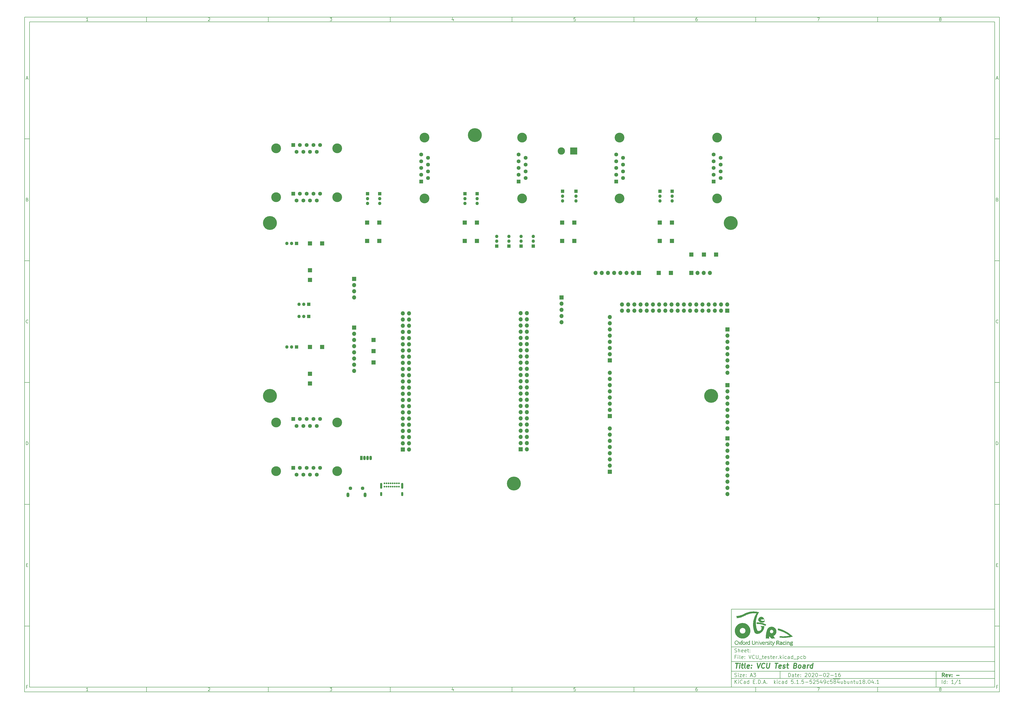
<source format=gbr>
G04 #@! TF.GenerationSoftware,KiCad,Pcbnew,5.1.5-52549c5~84~ubuntu18.04.1*
G04 #@! TF.CreationDate,2020-02-21T16:32:40+00:00*
G04 #@! TF.ProjectId,VCU_tester,5643555f-7465-4737-9465-722e6b696361,-*
G04 #@! TF.SameCoordinates,Original*
G04 #@! TF.FileFunction,Soldermask,Bot*
G04 #@! TF.FilePolarity,Negative*
%FSLAX46Y46*%
G04 Gerber Fmt 4.6, Leading zero omitted, Abs format (unit mm)*
G04 Created by KiCad (PCBNEW 5.1.5-52549c5~84~ubuntu18.04.1) date 2020-02-21 16:32:40*
%MOMM*%
%LPD*%
G04 APERTURE LIST*
%ADD10C,0.100000*%
%ADD11C,0.150000*%
%ADD12C,0.300000*%
%ADD13C,0.400000*%
%ADD14C,0.010000*%
%ADD15R,1.350000X1.350000*%
%ADD16O,1.350000X1.350000*%
%ADD17O,1.700000X1.700000*%
%ADD18R,1.700000X1.700000*%
%ADD19C,5.700000*%
%ADD20O,0.900000X1.700000*%
%ADD21O,0.900000X2.400000*%
%ADD22C,0.700000*%
%ADD23R,1.600000X1.600000*%
%ADD24C,1.600000*%
%ADD25C,4.000000*%
%ADD26O,1.200000X1.900000*%
%ADD27C,1.450000*%
%ADD28C,3.000000*%
%ADD29R,3.000000X3.000000*%
%ADD30O,1.070000X1.800000*%
%ADD31R,1.070000X1.800000*%
G04 APERTURE END LIST*
D10*
D11*
X299989000Y-253002200D02*
X299989000Y-285002200D01*
X407989000Y-285002200D01*
X407989000Y-253002200D01*
X299989000Y-253002200D01*
D10*
D11*
X10000000Y-10000000D02*
X10000000Y-287002200D01*
X409989000Y-287002200D01*
X409989000Y-10000000D01*
X10000000Y-10000000D01*
D10*
D11*
X12000000Y-12000000D02*
X12000000Y-285002200D01*
X407989000Y-285002200D01*
X407989000Y-12000000D01*
X12000000Y-12000000D01*
D10*
D11*
X60000000Y-12000000D02*
X60000000Y-10000000D01*
D10*
D11*
X110000000Y-12000000D02*
X110000000Y-10000000D01*
D10*
D11*
X160000000Y-12000000D02*
X160000000Y-10000000D01*
D10*
D11*
X210000000Y-12000000D02*
X210000000Y-10000000D01*
D10*
D11*
X260000000Y-12000000D02*
X260000000Y-10000000D01*
D10*
D11*
X310000000Y-12000000D02*
X310000000Y-10000000D01*
D10*
D11*
X360000000Y-12000000D02*
X360000000Y-10000000D01*
D10*
D11*
X36065476Y-11588095D02*
X35322619Y-11588095D01*
X35694047Y-11588095D02*
X35694047Y-10288095D01*
X35570238Y-10473809D01*
X35446428Y-10597619D01*
X35322619Y-10659523D01*
D10*
D11*
X85322619Y-10411904D02*
X85384523Y-10350000D01*
X85508333Y-10288095D01*
X85817857Y-10288095D01*
X85941666Y-10350000D01*
X86003571Y-10411904D01*
X86065476Y-10535714D01*
X86065476Y-10659523D01*
X86003571Y-10845238D01*
X85260714Y-11588095D01*
X86065476Y-11588095D01*
D10*
D11*
X135260714Y-10288095D02*
X136065476Y-10288095D01*
X135632142Y-10783333D01*
X135817857Y-10783333D01*
X135941666Y-10845238D01*
X136003571Y-10907142D01*
X136065476Y-11030952D01*
X136065476Y-11340476D01*
X136003571Y-11464285D01*
X135941666Y-11526190D01*
X135817857Y-11588095D01*
X135446428Y-11588095D01*
X135322619Y-11526190D01*
X135260714Y-11464285D01*
D10*
D11*
X185941666Y-10721428D02*
X185941666Y-11588095D01*
X185632142Y-10226190D02*
X185322619Y-11154761D01*
X186127380Y-11154761D01*
D10*
D11*
X236003571Y-10288095D02*
X235384523Y-10288095D01*
X235322619Y-10907142D01*
X235384523Y-10845238D01*
X235508333Y-10783333D01*
X235817857Y-10783333D01*
X235941666Y-10845238D01*
X236003571Y-10907142D01*
X236065476Y-11030952D01*
X236065476Y-11340476D01*
X236003571Y-11464285D01*
X235941666Y-11526190D01*
X235817857Y-11588095D01*
X235508333Y-11588095D01*
X235384523Y-11526190D01*
X235322619Y-11464285D01*
D10*
D11*
X285941666Y-10288095D02*
X285694047Y-10288095D01*
X285570238Y-10350000D01*
X285508333Y-10411904D01*
X285384523Y-10597619D01*
X285322619Y-10845238D01*
X285322619Y-11340476D01*
X285384523Y-11464285D01*
X285446428Y-11526190D01*
X285570238Y-11588095D01*
X285817857Y-11588095D01*
X285941666Y-11526190D01*
X286003571Y-11464285D01*
X286065476Y-11340476D01*
X286065476Y-11030952D01*
X286003571Y-10907142D01*
X285941666Y-10845238D01*
X285817857Y-10783333D01*
X285570238Y-10783333D01*
X285446428Y-10845238D01*
X285384523Y-10907142D01*
X285322619Y-11030952D01*
D10*
D11*
X335260714Y-10288095D02*
X336127380Y-10288095D01*
X335570238Y-11588095D01*
D10*
D11*
X385570238Y-10845238D02*
X385446428Y-10783333D01*
X385384523Y-10721428D01*
X385322619Y-10597619D01*
X385322619Y-10535714D01*
X385384523Y-10411904D01*
X385446428Y-10350000D01*
X385570238Y-10288095D01*
X385817857Y-10288095D01*
X385941666Y-10350000D01*
X386003571Y-10411904D01*
X386065476Y-10535714D01*
X386065476Y-10597619D01*
X386003571Y-10721428D01*
X385941666Y-10783333D01*
X385817857Y-10845238D01*
X385570238Y-10845238D01*
X385446428Y-10907142D01*
X385384523Y-10969047D01*
X385322619Y-11092857D01*
X385322619Y-11340476D01*
X385384523Y-11464285D01*
X385446428Y-11526190D01*
X385570238Y-11588095D01*
X385817857Y-11588095D01*
X385941666Y-11526190D01*
X386003571Y-11464285D01*
X386065476Y-11340476D01*
X386065476Y-11092857D01*
X386003571Y-10969047D01*
X385941666Y-10907142D01*
X385817857Y-10845238D01*
D10*
D11*
X60000000Y-285002200D02*
X60000000Y-287002200D01*
D10*
D11*
X110000000Y-285002200D02*
X110000000Y-287002200D01*
D10*
D11*
X160000000Y-285002200D02*
X160000000Y-287002200D01*
D10*
D11*
X210000000Y-285002200D02*
X210000000Y-287002200D01*
D10*
D11*
X260000000Y-285002200D02*
X260000000Y-287002200D01*
D10*
D11*
X310000000Y-285002200D02*
X310000000Y-287002200D01*
D10*
D11*
X360000000Y-285002200D02*
X360000000Y-287002200D01*
D10*
D11*
X36065476Y-286590295D02*
X35322619Y-286590295D01*
X35694047Y-286590295D02*
X35694047Y-285290295D01*
X35570238Y-285476009D01*
X35446428Y-285599819D01*
X35322619Y-285661723D01*
D10*
D11*
X85322619Y-285414104D02*
X85384523Y-285352200D01*
X85508333Y-285290295D01*
X85817857Y-285290295D01*
X85941666Y-285352200D01*
X86003571Y-285414104D01*
X86065476Y-285537914D01*
X86065476Y-285661723D01*
X86003571Y-285847438D01*
X85260714Y-286590295D01*
X86065476Y-286590295D01*
D10*
D11*
X135260714Y-285290295D02*
X136065476Y-285290295D01*
X135632142Y-285785533D01*
X135817857Y-285785533D01*
X135941666Y-285847438D01*
X136003571Y-285909342D01*
X136065476Y-286033152D01*
X136065476Y-286342676D01*
X136003571Y-286466485D01*
X135941666Y-286528390D01*
X135817857Y-286590295D01*
X135446428Y-286590295D01*
X135322619Y-286528390D01*
X135260714Y-286466485D01*
D10*
D11*
X185941666Y-285723628D02*
X185941666Y-286590295D01*
X185632142Y-285228390D02*
X185322619Y-286156961D01*
X186127380Y-286156961D01*
D10*
D11*
X236003571Y-285290295D02*
X235384523Y-285290295D01*
X235322619Y-285909342D01*
X235384523Y-285847438D01*
X235508333Y-285785533D01*
X235817857Y-285785533D01*
X235941666Y-285847438D01*
X236003571Y-285909342D01*
X236065476Y-286033152D01*
X236065476Y-286342676D01*
X236003571Y-286466485D01*
X235941666Y-286528390D01*
X235817857Y-286590295D01*
X235508333Y-286590295D01*
X235384523Y-286528390D01*
X235322619Y-286466485D01*
D10*
D11*
X285941666Y-285290295D02*
X285694047Y-285290295D01*
X285570238Y-285352200D01*
X285508333Y-285414104D01*
X285384523Y-285599819D01*
X285322619Y-285847438D01*
X285322619Y-286342676D01*
X285384523Y-286466485D01*
X285446428Y-286528390D01*
X285570238Y-286590295D01*
X285817857Y-286590295D01*
X285941666Y-286528390D01*
X286003571Y-286466485D01*
X286065476Y-286342676D01*
X286065476Y-286033152D01*
X286003571Y-285909342D01*
X285941666Y-285847438D01*
X285817857Y-285785533D01*
X285570238Y-285785533D01*
X285446428Y-285847438D01*
X285384523Y-285909342D01*
X285322619Y-286033152D01*
D10*
D11*
X335260714Y-285290295D02*
X336127380Y-285290295D01*
X335570238Y-286590295D01*
D10*
D11*
X385570238Y-285847438D02*
X385446428Y-285785533D01*
X385384523Y-285723628D01*
X385322619Y-285599819D01*
X385322619Y-285537914D01*
X385384523Y-285414104D01*
X385446428Y-285352200D01*
X385570238Y-285290295D01*
X385817857Y-285290295D01*
X385941666Y-285352200D01*
X386003571Y-285414104D01*
X386065476Y-285537914D01*
X386065476Y-285599819D01*
X386003571Y-285723628D01*
X385941666Y-285785533D01*
X385817857Y-285847438D01*
X385570238Y-285847438D01*
X385446428Y-285909342D01*
X385384523Y-285971247D01*
X385322619Y-286095057D01*
X385322619Y-286342676D01*
X385384523Y-286466485D01*
X385446428Y-286528390D01*
X385570238Y-286590295D01*
X385817857Y-286590295D01*
X385941666Y-286528390D01*
X386003571Y-286466485D01*
X386065476Y-286342676D01*
X386065476Y-286095057D01*
X386003571Y-285971247D01*
X385941666Y-285909342D01*
X385817857Y-285847438D01*
D10*
D11*
X10000000Y-60000000D02*
X12000000Y-60000000D01*
D10*
D11*
X10000000Y-110000000D02*
X12000000Y-110000000D01*
D10*
D11*
X10000000Y-160000000D02*
X12000000Y-160000000D01*
D10*
D11*
X10000000Y-210000000D02*
X12000000Y-210000000D01*
D10*
D11*
X10000000Y-260000000D02*
X12000000Y-260000000D01*
D10*
D11*
X10690476Y-35216666D02*
X11309523Y-35216666D01*
X10566666Y-35588095D02*
X11000000Y-34288095D01*
X11433333Y-35588095D01*
D10*
D11*
X11092857Y-84907142D02*
X11278571Y-84969047D01*
X11340476Y-85030952D01*
X11402380Y-85154761D01*
X11402380Y-85340476D01*
X11340476Y-85464285D01*
X11278571Y-85526190D01*
X11154761Y-85588095D01*
X10659523Y-85588095D01*
X10659523Y-84288095D01*
X11092857Y-84288095D01*
X11216666Y-84350000D01*
X11278571Y-84411904D01*
X11340476Y-84535714D01*
X11340476Y-84659523D01*
X11278571Y-84783333D01*
X11216666Y-84845238D01*
X11092857Y-84907142D01*
X10659523Y-84907142D01*
D10*
D11*
X11402380Y-135464285D02*
X11340476Y-135526190D01*
X11154761Y-135588095D01*
X11030952Y-135588095D01*
X10845238Y-135526190D01*
X10721428Y-135402380D01*
X10659523Y-135278571D01*
X10597619Y-135030952D01*
X10597619Y-134845238D01*
X10659523Y-134597619D01*
X10721428Y-134473809D01*
X10845238Y-134350000D01*
X11030952Y-134288095D01*
X11154761Y-134288095D01*
X11340476Y-134350000D01*
X11402380Y-134411904D01*
D10*
D11*
X10659523Y-185588095D02*
X10659523Y-184288095D01*
X10969047Y-184288095D01*
X11154761Y-184350000D01*
X11278571Y-184473809D01*
X11340476Y-184597619D01*
X11402380Y-184845238D01*
X11402380Y-185030952D01*
X11340476Y-185278571D01*
X11278571Y-185402380D01*
X11154761Y-185526190D01*
X10969047Y-185588095D01*
X10659523Y-185588095D01*
D10*
D11*
X10721428Y-234907142D02*
X11154761Y-234907142D01*
X11340476Y-235588095D02*
X10721428Y-235588095D01*
X10721428Y-234288095D01*
X11340476Y-234288095D01*
D10*
D11*
X11185714Y-284907142D02*
X10752380Y-284907142D01*
X10752380Y-285588095D02*
X10752380Y-284288095D01*
X11371428Y-284288095D01*
D10*
D11*
X409989000Y-60000000D02*
X407989000Y-60000000D01*
D10*
D11*
X409989000Y-110000000D02*
X407989000Y-110000000D01*
D10*
D11*
X409989000Y-160000000D02*
X407989000Y-160000000D01*
D10*
D11*
X409989000Y-210000000D02*
X407989000Y-210000000D01*
D10*
D11*
X409989000Y-260000000D02*
X407989000Y-260000000D01*
D10*
D11*
X408679476Y-35216666D02*
X409298523Y-35216666D01*
X408555666Y-35588095D02*
X408989000Y-34288095D01*
X409422333Y-35588095D01*
D10*
D11*
X409081857Y-84907142D02*
X409267571Y-84969047D01*
X409329476Y-85030952D01*
X409391380Y-85154761D01*
X409391380Y-85340476D01*
X409329476Y-85464285D01*
X409267571Y-85526190D01*
X409143761Y-85588095D01*
X408648523Y-85588095D01*
X408648523Y-84288095D01*
X409081857Y-84288095D01*
X409205666Y-84350000D01*
X409267571Y-84411904D01*
X409329476Y-84535714D01*
X409329476Y-84659523D01*
X409267571Y-84783333D01*
X409205666Y-84845238D01*
X409081857Y-84907142D01*
X408648523Y-84907142D01*
D10*
D11*
X409391380Y-135464285D02*
X409329476Y-135526190D01*
X409143761Y-135588095D01*
X409019952Y-135588095D01*
X408834238Y-135526190D01*
X408710428Y-135402380D01*
X408648523Y-135278571D01*
X408586619Y-135030952D01*
X408586619Y-134845238D01*
X408648523Y-134597619D01*
X408710428Y-134473809D01*
X408834238Y-134350000D01*
X409019952Y-134288095D01*
X409143761Y-134288095D01*
X409329476Y-134350000D01*
X409391380Y-134411904D01*
D10*
D11*
X408648523Y-185588095D02*
X408648523Y-184288095D01*
X408958047Y-184288095D01*
X409143761Y-184350000D01*
X409267571Y-184473809D01*
X409329476Y-184597619D01*
X409391380Y-184845238D01*
X409391380Y-185030952D01*
X409329476Y-185278571D01*
X409267571Y-185402380D01*
X409143761Y-185526190D01*
X408958047Y-185588095D01*
X408648523Y-185588095D01*
D10*
D11*
X408710428Y-234907142D02*
X409143761Y-234907142D01*
X409329476Y-235588095D02*
X408710428Y-235588095D01*
X408710428Y-234288095D01*
X409329476Y-234288095D01*
D10*
D11*
X409174714Y-284907142D02*
X408741380Y-284907142D01*
X408741380Y-285588095D02*
X408741380Y-284288095D01*
X409360428Y-284288095D01*
D10*
D11*
X323421142Y-280780771D02*
X323421142Y-279280771D01*
X323778285Y-279280771D01*
X323992571Y-279352200D01*
X324135428Y-279495057D01*
X324206857Y-279637914D01*
X324278285Y-279923628D01*
X324278285Y-280137914D01*
X324206857Y-280423628D01*
X324135428Y-280566485D01*
X323992571Y-280709342D01*
X323778285Y-280780771D01*
X323421142Y-280780771D01*
X325564000Y-280780771D02*
X325564000Y-279995057D01*
X325492571Y-279852200D01*
X325349714Y-279780771D01*
X325064000Y-279780771D01*
X324921142Y-279852200D01*
X325564000Y-280709342D02*
X325421142Y-280780771D01*
X325064000Y-280780771D01*
X324921142Y-280709342D01*
X324849714Y-280566485D01*
X324849714Y-280423628D01*
X324921142Y-280280771D01*
X325064000Y-280209342D01*
X325421142Y-280209342D01*
X325564000Y-280137914D01*
X326064000Y-279780771D02*
X326635428Y-279780771D01*
X326278285Y-279280771D02*
X326278285Y-280566485D01*
X326349714Y-280709342D01*
X326492571Y-280780771D01*
X326635428Y-280780771D01*
X327706857Y-280709342D02*
X327564000Y-280780771D01*
X327278285Y-280780771D01*
X327135428Y-280709342D01*
X327064000Y-280566485D01*
X327064000Y-279995057D01*
X327135428Y-279852200D01*
X327278285Y-279780771D01*
X327564000Y-279780771D01*
X327706857Y-279852200D01*
X327778285Y-279995057D01*
X327778285Y-280137914D01*
X327064000Y-280280771D01*
X328421142Y-280637914D02*
X328492571Y-280709342D01*
X328421142Y-280780771D01*
X328349714Y-280709342D01*
X328421142Y-280637914D01*
X328421142Y-280780771D01*
X328421142Y-279852200D02*
X328492571Y-279923628D01*
X328421142Y-279995057D01*
X328349714Y-279923628D01*
X328421142Y-279852200D01*
X328421142Y-279995057D01*
X330206857Y-279423628D02*
X330278285Y-279352200D01*
X330421142Y-279280771D01*
X330778285Y-279280771D01*
X330921142Y-279352200D01*
X330992571Y-279423628D01*
X331064000Y-279566485D01*
X331064000Y-279709342D01*
X330992571Y-279923628D01*
X330135428Y-280780771D01*
X331064000Y-280780771D01*
X331992571Y-279280771D02*
X332135428Y-279280771D01*
X332278285Y-279352200D01*
X332349714Y-279423628D01*
X332421142Y-279566485D01*
X332492571Y-279852200D01*
X332492571Y-280209342D01*
X332421142Y-280495057D01*
X332349714Y-280637914D01*
X332278285Y-280709342D01*
X332135428Y-280780771D01*
X331992571Y-280780771D01*
X331849714Y-280709342D01*
X331778285Y-280637914D01*
X331706857Y-280495057D01*
X331635428Y-280209342D01*
X331635428Y-279852200D01*
X331706857Y-279566485D01*
X331778285Y-279423628D01*
X331849714Y-279352200D01*
X331992571Y-279280771D01*
X333064000Y-279423628D02*
X333135428Y-279352200D01*
X333278285Y-279280771D01*
X333635428Y-279280771D01*
X333778285Y-279352200D01*
X333849714Y-279423628D01*
X333921142Y-279566485D01*
X333921142Y-279709342D01*
X333849714Y-279923628D01*
X332992571Y-280780771D01*
X333921142Y-280780771D01*
X334849714Y-279280771D02*
X334992571Y-279280771D01*
X335135428Y-279352200D01*
X335206857Y-279423628D01*
X335278285Y-279566485D01*
X335349714Y-279852200D01*
X335349714Y-280209342D01*
X335278285Y-280495057D01*
X335206857Y-280637914D01*
X335135428Y-280709342D01*
X334992571Y-280780771D01*
X334849714Y-280780771D01*
X334706857Y-280709342D01*
X334635428Y-280637914D01*
X334564000Y-280495057D01*
X334492571Y-280209342D01*
X334492571Y-279852200D01*
X334564000Y-279566485D01*
X334635428Y-279423628D01*
X334706857Y-279352200D01*
X334849714Y-279280771D01*
X335992571Y-280209342D02*
X337135428Y-280209342D01*
X338135428Y-279280771D02*
X338278285Y-279280771D01*
X338421142Y-279352200D01*
X338492571Y-279423628D01*
X338564000Y-279566485D01*
X338635428Y-279852200D01*
X338635428Y-280209342D01*
X338564000Y-280495057D01*
X338492571Y-280637914D01*
X338421142Y-280709342D01*
X338278285Y-280780771D01*
X338135428Y-280780771D01*
X337992571Y-280709342D01*
X337921142Y-280637914D01*
X337849714Y-280495057D01*
X337778285Y-280209342D01*
X337778285Y-279852200D01*
X337849714Y-279566485D01*
X337921142Y-279423628D01*
X337992571Y-279352200D01*
X338135428Y-279280771D01*
X339206857Y-279423628D02*
X339278285Y-279352200D01*
X339421142Y-279280771D01*
X339778285Y-279280771D01*
X339921142Y-279352200D01*
X339992571Y-279423628D01*
X340064000Y-279566485D01*
X340064000Y-279709342D01*
X339992571Y-279923628D01*
X339135428Y-280780771D01*
X340064000Y-280780771D01*
X340706857Y-280209342D02*
X341849714Y-280209342D01*
X343349714Y-280780771D02*
X342492571Y-280780771D01*
X342921142Y-280780771D02*
X342921142Y-279280771D01*
X342778285Y-279495057D01*
X342635428Y-279637914D01*
X342492571Y-279709342D01*
X344635428Y-279280771D02*
X344349714Y-279280771D01*
X344206857Y-279352200D01*
X344135428Y-279423628D01*
X343992571Y-279637914D01*
X343921142Y-279923628D01*
X343921142Y-280495057D01*
X343992571Y-280637914D01*
X344064000Y-280709342D01*
X344206857Y-280780771D01*
X344492571Y-280780771D01*
X344635428Y-280709342D01*
X344706857Y-280637914D01*
X344778285Y-280495057D01*
X344778285Y-280137914D01*
X344706857Y-279995057D01*
X344635428Y-279923628D01*
X344492571Y-279852200D01*
X344206857Y-279852200D01*
X344064000Y-279923628D01*
X343992571Y-279995057D01*
X343921142Y-280137914D01*
D10*
D11*
X299989000Y-281502200D02*
X407989000Y-281502200D01*
D10*
D11*
X301421142Y-283580771D02*
X301421142Y-282080771D01*
X302278285Y-283580771D02*
X301635428Y-282723628D01*
X302278285Y-282080771D02*
X301421142Y-282937914D01*
X302921142Y-283580771D02*
X302921142Y-282580771D01*
X302921142Y-282080771D02*
X302849714Y-282152200D01*
X302921142Y-282223628D01*
X302992571Y-282152200D01*
X302921142Y-282080771D01*
X302921142Y-282223628D01*
X304492571Y-283437914D02*
X304421142Y-283509342D01*
X304206857Y-283580771D01*
X304064000Y-283580771D01*
X303849714Y-283509342D01*
X303706857Y-283366485D01*
X303635428Y-283223628D01*
X303564000Y-282937914D01*
X303564000Y-282723628D01*
X303635428Y-282437914D01*
X303706857Y-282295057D01*
X303849714Y-282152200D01*
X304064000Y-282080771D01*
X304206857Y-282080771D01*
X304421142Y-282152200D01*
X304492571Y-282223628D01*
X305778285Y-283580771D02*
X305778285Y-282795057D01*
X305706857Y-282652200D01*
X305564000Y-282580771D01*
X305278285Y-282580771D01*
X305135428Y-282652200D01*
X305778285Y-283509342D02*
X305635428Y-283580771D01*
X305278285Y-283580771D01*
X305135428Y-283509342D01*
X305064000Y-283366485D01*
X305064000Y-283223628D01*
X305135428Y-283080771D01*
X305278285Y-283009342D01*
X305635428Y-283009342D01*
X305778285Y-282937914D01*
X307135428Y-283580771D02*
X307135428Y-282080771D01*
X307135428Y-283509342D02*
X306992571Y-283580771D01*
X306706857Y-283580771D01*
X306564000Y-283509342D01*
X306492571Y-283437914D01*
X306421142Y-283295057D01*
X306421142Y-282866485D01*
X306492571Y-282723628D01*
X306564000Y-282652200D01*
X306706857Y-282580771D01*
X306992571Y-282580771D01*
X307135428Y-282652200D01*
X308992571Y-282795057D02*
X309492571Y-282795057D01*
X309706857Y-283580771D02*
X308992571Y-283580771D01*
X308992571Y-282080771D01*
X309706857Y-282080771D01*
X310349714Y-283437914D02*
X310421142Y-283509342D01*
X310349714Y-283580771D01*
X310278285Y-283509342D01*
X310349714Y-283437914D01*
X310349714Y-283580771D01*
X311064000Y-283580771D02*
X311064000Y-282080771D01*
X311421142Y-282080771D01*
X311635428Y-282152200D01*
X311778285Y-282295057D01*
X311849714Y-282437914D01*
X311921142Y-282723628D01*
X311921142Y-282937914D01*
X311849714Y-283223628D01*
X311778285Y-283366485D01*
X311635428Y-283509342D01*
X311421142Y-283580771D01*
X311064000Y-283580771D01*
X312564000Y-283437914D02*
X312635428Y-283509342D01*
X312564000Y-283580771D01*
X312492571Y-283509342D01*
X312564000Y-283437914D01*
X312564000Y-283580771D01*
X313206857Y-283152200D02*
X313921142Y-283152200D01*
X313064000Y-283580771D02*
X313564000Y-282080771D01*
X314064000Y-283580771D01*
X314564000Y-283437914D02*
X314635428Y-283509342D01*
X314564000Y-283580771D01*
X314492571Y-283509342D01*
X314564000Y-283437914D01*
X314564000Y-283580771D01*
X317564000Y-283580771D02*
X317564000Y-282080771D01*
X317706857Y-283009342D02*
X318135428Y-283580771D01*
X318135428Y-282580771D02*
X317564000Y-283152200D01*
X318778285Y-283580771D02*
X318778285Y-282580771D01*
X318778285Y-282080771D02*
X318706857Y-282152200D01*
X318778285Y-282223628D01*
X318849714Y-282152200D01*
X318778285Y-282080771D01*
X318778285Y-282223628D01*
X320135428Y-283509342D02*
X319992571Y-283580771D01*
X319706857Y-283580771D01*
X319564000Y-283509342D01*
X319492571Y-283437914D01*
X319421142Y-283295057D01*
X319421142Y-282866485D01*
X319492571Y-282723628D01*
X319564000Y-282652200D01*
X319706857Y-282580771D01*
X319992571Y-282580771D01*
X320135428Y-282652200D01*
X321421142Y-283580771D02*
X321421142Y-282795057D01*
X321349714Y-282652200D01*
X321206857Y-282580771D01*
X320921142Y-282580771D01*
X320778285Y-282652200D01*
X321421142Y-283509342D02*
X321278285Y-283580771D01*
X320921142Y-283580771D01*
X320778285Y-283509342D01*
X320706857Y-283366485D01*
X320706857Y-283223628D01*
X320778285Y-283080771D01*
X320921142Y-283009342D01*
X321278285Y-283009342D01*
X321421142Y-282937914D01*
X322778285Y-283580771D02*
X322778285Y-282080771D01*
X322778285Y-283509342D02*
X322635428Y-283580771D01*
X322349714Y-283580771D01*
X322206857Y-283509342D01*
X322135428Y-283437914D01*
X322064000Y-283295057D01*
X322064000Y-282866485D01*
X322135428Y-282723628D01*
X322206857Y-282652200D01*
X322349714Y-282580771D01*
X322635428Y-282580771D01*
X322778285Y-282652200D01*
X325349714Y-282080771D02*
X324635428Y-282080771D01*
X324564000Y-282795057D01*
X324635428Y-282723628D01*
X324778285Y-282652200D01*
X325135428Y-282652200D01*
X325278285Y-282723628D01*
X325349714Y-282795057D01*
X325421142Y-282937914D01*
X325421142Y-283295057D01*
X325349714Y-283437914D01*
X325278285Y-283509342D01*
X325135428Y-283580771D01*
X324778285Y-283580771D01*
X324635428Y-283509342D01*
X324564000Y-283437914D01*
X326064000Y-283437914D02*
X326135428Y-283509342D01*
X326064000Y-283580771D01*
X325992571Y-283509342D01*
X326064000Y-283437914D01*
X326064000Y-283580771D01*
X327564000Y-283580771D02*
X326706857Y-283580771D01*
X327135428Y-283580771D02*
X327135428Y-282080771D01*
X326992571Y-282295057D01*
X326849714Y-282437914D01*
X326706857Y-282509342D01*
X328206857Y-283437914D02*
X328278285Y-283509342D01*
X328206857Y-283580771D01*
X328135428Y-283509342D01*
X328206857Y-283437914D01*
X328206857Y-283580771D01*
X329635428Y-282080771D02*
X328921142Y-282080771D01*
X328849714Y-282795057D01*
X328921142Y-282723628D01*
X329064000Y-282652200D01*
X329421142Y-282652200D01*
X329564000Y-282723628D01*
X329635428Y-282795057D01*
X329706857Y-282937914D01*
X329706857Y-283295057D01*
X329635428Y-283437914D01*
X329564000Y-283509342D01*
X329421142Y-283580771D01*
X329064000Y-283580771D01*
X328921142Y-283509342D01*
X328849714Y-283437914D01*
X330349714Y-283009342D02*
X331492571Y-283009342D01*
X332921142Y-282080771D02*
X332206857Y-282080771D01*
X332135428Y-282795057D01*
X332206857Y-282723628D01*
X332349714Y-282652200D01*
X332706857Y-282652200D01*
X332849714Y-282723628D01*
X332921142Y-282795057D01*
X332992571Y-282937914D01*
X332992571Y-283295057D01*
X332921142Y-283437914D01*
X332849714Y-283509342D01*
X332706857Y-283580771D01*
X332349714Y-283580771D01*
X332206857Y-283509342D01*
X332135428Y-283437914D01*
X333564000Y-282223628D02*
X333635428Y-282152200D01*
X333778285Y-282080771D01*
X334135428Y-282080771D01*
X334278285Y-282152200D01*
X334349714Y-282223628D01*
X334421142Y-282366485D01*
X334421142Y-282509342D01*
X334349714Y-282723628D01*
X333492571Y-283580771D01*
X334421142Y-283580771D01*
X335778285Y-282080771D02*
X335064000Y-282080771D01*
X334992571Y-282795057D01*
X335064000Y-282723628D01*
X335206857Y-282652200D01*
X335564000Y-282652200D01*
X335706857Y-282723628D01*
X335778285Y-282795057D01*
X335849714Y-282937914D01*
X335849714Y-283295057D01*
X335778285Y-283437914D01*
X335706857Y-283509342D01*
X335564000Y-283580771D01*
X335206857Y-283580771D01*
X335064000Y-283509342D01*
X334992571Y-283437914D01*
X337135428Y-282580771D02*
X337135428Y-283580771D01*
X336778285Y-282009342D02*
X336421142Y-283080771D01*
X337349714Y-283080771D01*
X337992571Y-283580771D02*
X338278285Y-283580771D01*
X338421142Y-283509342D01*
X338492571Y-283437914D01*
X338635428Y-283223628D01*
X338706857Y-282937914D01*
X338706857Y-282366485D01*
X338635428Y-282223628D01*
X338564000Y-282152200D01*
X338421142Y-282080771D01*
X338135428Y-282080771D01*
X337992571Y-282152200D01*
X337921142Y-282223628D01*
X337849714Y-282366485D01*
X337849714Y-282723628D01*
X337921142Y-282866485D01*
X337992571Y-282937914D01*
X338135428Y-283009342D01*
X338421142Y-283009342D01*
X338564000Y-282937914D01*
X338635428Y-282866485D01*
X338706857Y-282723628D01*
X339992571Y-283509342D02*
X339849714Y-283580771D01*
X339564000Y-283580771D01*
X339421142Y-283509342D01*
X339349714Y-283437914D01*
X339278285Y-283295057D01*
X339278285Y-282866485D01*
X339349714Y-282723628D01*
X339421142Y-282652200D01*
X339564000Y-282580771D01*
X339849714Y-282580771D01*
X339992571Y-282652200D01*
X341349714Y-282080771D02*
X340635428Y-282080771D01*
X340564000Y-282795057D01*
X340635428Y-282723628D01*
X340778285Y-282652200D01*
X341135428Y-282652200D01*
X341278285Y-282723628D01*
X341349714Y-282795057D01*
X341421142Y-282937914D01*
X341421142Y-283295057D01*
X341349714Y-283437914D01*
X341278285Y-283509342D01*
X341135428Y-283580771D01*
X340778285Y-283580771D01*
X340635428Y-283509342D01*
X340564000Y-283437914D01*
X341706857Y-281672200D02*
X343135428Y-281672200D01*
X342278285Y-282723628D02*
X342135428Y-282652200D01*
X342064000Y-282580771D01*
X341992571Y-282437914D01*
X341992571Y-282366485D01*
X342064000Y-282223628D01*
X342135428Y-282152200D01*
X342278285Y-282080771D01*
X342564000Y-282080771D01*
X342706857Y-282152200D01*
X342778285Y-282223628D01*
X342849714Y-282366485D01*
X342849714Y-282437914D01*
X342778285Y-282580771D01*
X342706857Y-282652200D01*
X342564000Y-282723628D01*
X342278285Y-282723628D01*
X342135428Y-282795057D01*
X342064000Y-282866485D01*
X341992571Y-283009342D01*
X341992571Y-283295057D01*
X342064000Y-283437914D01*
X342135428Y-283509342D01*
X342278285Y-283580771D01*
X342564000Y-283580771D01*
X342706857Y-283509342D01*
X342778285Y-283437914D01*
X342849714Y-283295057D01*
X342849714Y-283009342D01*
X342778285Y-282866485D01*
X342706857Y-282795057D01*
X342564000Y-282723628D01*
X343135428Y-281672200D02*
X344564000Y-281672200D01*
X344135428Y-282580771D02*
X344135428Y-283580771D01*
X343778285Y-282009342D02*
X343421142Y-283080771D01*
X344349714Y-283080771D01*
X345564000Y-282580771D02*
X345564000Y-283580771D01*
X344921142Y-282580771D02*
X344921142Y-283366485D01*
X344992571Y-283509342D01*
X345135428Y-283580771D01*
X345349714Y-283580771D01*
X345492571Y-283509342D01*
X345564000Y-283437914D01*
X346278285Y-283580771D02*
X346278285Y-282080771D01*
X346278285Y-282652200D02*
X346421142Y-282580771D01*
X346706857Y-282580771D01*
X346849714Y-282652200D01*
X346921142Y-282723628D01*
X346992571Y-282866485D01*
X346992571Y-283295057D01*
X346921142Y-283437914D01*
X346849714Y-283509342D01*
X346706857Y-283580771D01*
X346421142Y-283580771D01*
X346278285Y-283509342D01*
X348278285Y-282580771D02*
X348278285Y-283580771D01*
X347635428Y-282580771D02*
X347635428Y-283366485D01*
X347706857Y-283509342D01*
X347849714Y-283580771D01*
X348064000Y-283580771D01*
X348206857Y-283509342D01*
X348278285Y-283437914D01*
X348992571Y-282580771D02*
X348992571Y-283580771D01*
X348992571Y-282723628D02*
X349064000Y-282652200D01*
X349206857Y-282580771D01*
X349421142Y-282580771D01*
X349564000Y-282652200D01*
X349635428Y-282795057D01*
X349635428Y-283580771D01*
X350135428Y-282580771D02*
X350706857Y-282580771D01*
X350349714Y-282080771D02*
X350349714Y-283366485D01*
X350421142Y-283509342D01*
X350564000Y-283580771D01*
X350706857Y-283580771D01*
X351849714Y-282580771D02*
X351849714Y-283580771D01*
X351206857Y-282580771D02*
X351206857Y-283366485D01*
X351278285Y-283509342D01*
X351421142Y-283580771D01*
X351635428Y-283580771D01*
X351778285Y-283509342D01*
X351849714Y-283437914D01*
X353349714Y-283580771D02*
X352492571Y-283580771D01*
X352921142Y-283580771D02*
X352921142Y-282080771D01*
X352778285Y-282295057D01*
X352635428Y-282437914D01*
X352492571Y-282509342D01*
X354206857Y-282723628D02*
X354064000Y-282652200D01*
X353992571Y-282580771D01*
X353921142Y-282437914D01*
X353921142Y-282366485D01*
X353992571Y-282223628D01*
X354064000Y-282152200D01*
X354206857Y-282080771D01*
X354492571Y-282080771D01*
X354635428Y-282152200D01*
X354706857Y-282223628D01*
X354778285Y-282366485D01*
X354778285Y-282437914D01*
X354706857Y-282580771D01*
X354635428Y-282652200D01*
X354492571Y-282723628D01*
X354206857Y-282723628D01*
X354064000Y-282795057D01*
X353992571Y-282866485D01*
X353921142Y-283009342D01*
X353921142Y-283295057D01*
X353992571Y-283437914D01*
X354064000Y-283509342D01*
X354206857Y-283580771D01*
X354492571Y-283580771D01*
X354635428Y-283509342D01*
X354706857Y-283437914D01*
X354778285Y-283295057D01*
X354778285Y-283009342D01*
X354706857Y-282866485D01*
X354635428Y-282795057D01*
X354492571Y-282723628D01*
X355421142Y-283437914D02*
X355492571Y-283509342D01*
X355421142Y-283580771D01*
X355349714Y-283509342D01*
X355421142Y-283437914D01*
X355421142Y-283580771D01*
X356421142Y-282080771D02*
X356564000Y-282080771D01*
X356706857Y-282152200D01*
X356778285Y-282223628D01*
X356849714Y-282366485D01*
X356921142Y-282652200D01*
X356921142Y-283009342D01*
X356849714Y-283295057D01*
X356778285Y-283437914D01*
X356706857Y-283509342D01*
X356564000Y-283580771D01*
X356421142Y-283580771D01*
X356278285Y-283509342D01*
X356206857Y-283437914D01*
X356135428Y-283295057D01*
X356064000Y-283009342D01*
X356064000Y-282652200D01*
X356135428Y-282366485D01*
X356206857Y-282223628D01*
X356278285Y-282152200D01*
X356421142Y-282080771D01*
X358206857Y-282580771D02*
X358206857Y-283580771D01*
X357849714Y-282009342D02*
X357492571Y-283080771D01*
X358421142Y-283080771D01*
X358992571Y-283437914D02*
X359064000Y-283509342D01*
X358992571Y-283580771D01*
X358921142Y-283509342D01*
X358992571Y-283437914D01*
X358992571Y-283580771D01*
X360492571Y-283580771D02*
X359635428Y-283580771D01*
X360064000Y-283580771D02*
X360064000Y-282080771D01*
X359921142Y-282295057D01*
X359778285Y-282437914D01*
X359635428Y-282509342D01*
D10*
D11*
X299989000Y-278502200D02*
X407989000Y-278502200D01*
D10*
D12*
X387398285Y-280780771D02*
X386898285Y-280066485D01*
X386541142Y-280780771D02*
X386541142Y-279280771D01*
X387112571Y-279280771D01*
X387255428Y-279352200D01*
X387326857Y-279423628D01*
X387398285Y-279566485D01*
X387398285Y-279780771D01*
X387326857Y-279923628D01*
X387255428Y-279995057D01*
X387112571Y-280066485D01*
X386541142Y-280066485D01*
X388612571Y-280709342D02*
X388469714Y-280780771D01*
X388184000Y-280780771D01*
X388041142Y-280709342D01*
X387969714Y-280566485D01*
X387969714Y-279995057D01*
X388041142Y-279852200D01*
X388184000Y-279780771D01*
X388469714Y-279780771D01*
X388612571Y-279852200D01*
X388684000Y-279995057D01*
X388684000Y-280137914D01*
X387969714Y-280280771D01*
X389184000Y-279780771D02*
X389541142Y-280780771D01*
X389898285Y-279780771D01*
X390469714Y-280637914D02*
X390541142Y-280709342D01*
X390469714Y-280780771D01*
X390398285Y-280709342D01*
X390469714Y-280637914D01*
X390469714Y-280780771D01*
X390469714Y-279852200D02*
X390541142Y-279923628D01*
X390469714Y-279995057D01*
X390398285Y-279923628D01*
X390469714Y-279852200D01*
X390469714Y-279995057D01*
X392326857Y-280209342D02*
X393469714Y-280209342D01*
D10*
D11*
X301349714Y-280709342D02*
X301564000Y-280780771D01*
X301921142Y-280780771D01*
X302064000Y-280709342D01*
X302135428Y-280637914D01*
X302206857Y-280495057D01*
X302206857Y-280352200D01*
X302135428Y-280209342D01*
X302064000Y-280137914D01*
X301921142Y-280066485D01*
X301635428Y-279995057D01*
X301492571Y-279923628D01*
X301421142Y-279852200D01*
X301349714Y-279709342D01*
X301349714Y-279566485D01*
X301421142Y-279423628D01*
X301492571Y-279352200D01*
X301635428Y-279280771D01*
X301992571Y-279280771D01*
X302206857Y-279352200D01*
X302849714Y-280780771D02*
X302849714Y-279780771D01*
X302849714Y-279280771D02*
X302778285Y-279352200D01*
X302849714Y-279423628D01*
X302921142Y-279352200D01*
X302849714Y-279280771D01*
X302849714Y-279423628D01*
X303421142Y-279780771D02*
X304206857Y-279780771D01*
X303421142Y-280780771D01*
X304206857Y-280780771D01*
X305349714Y-280709342D02*
X305206857Y-280780771D01*
X304921142Y-280780771D01*
X304778285Y-280709342D01*
X304706857Y-280566485D01*
X304706857Y-279995057D01*
X304778285Y-279852200D01*
X304921142Y-279780771D01*
X305206857Y-279780771D01*
X305349714Y-279852200D01*
X305421142Y-279995057D01*
X305421142Y-280137914D01*
X304706857Y-280280771D01*
X306064000Y-280637914D02*
X306135428Y-280709342D01*
X306064000Y-280780771D01*
X305992571Y-280709342D01*
X306064000Y-280637914D01*
X306064000Y-280780771D01*
X306064000Y-279852200D02*
X306135428Y-279923628D01*
X306064000Y-279995057D01*
X305992571Y-279923628D01*
X306064000Y-279852200D01*
X306064000Y-279995057D01*
X307849714Y-280352200D02*
X308564000Y-280352200D01*
X307706857Y-280780771D02*
X308206857Y-279280771D01*
X308706857Y-280780771D01*
X309064000Y-279280771D02*
X309992571Y-279280771D01*
X309492571Y-279852200D01*
X309706857Y-279852200D01*
X309849714Y-279923628D01*
X309921142Y-279995057D01*
X309992571Y-280137914D01*
X309992571Y-280495057D01*
X309921142Y-280637914D01*
X309849714Y-280709342D01*
X309706857Y-280780771D01*
X309278285Y-280780771D01*
X309135428Y-280709342D01*
X309064000Y-280637914D01*
D10*
D11*
X386421142Y-283580771D02*
X386421142Y-282080771D01*
X387778285Y-283580771D02*
X387778285Y-282080771D01*
X387778285Y-283509342D02*
X387635428Y-283580771D01*
X387349714Y-283580771D01*
X387206857Y-283509342D01*
X387135428Y-283437914D01*
X387064000Y-283295057D01*
X387064000Y-282866485D01*
X387135428Y-282723628D01*
X387206857Y-282652200D01*
X387349714Y-282580771D01*
X387635428Y-282580771D01*
X387778285Y-282652200D01*
X388492571Y-283437914D02*
X388564000Y-283509342D01*
X388492571Y-283580771D01*
X388421142Y-283509342D01*
X388492571Y-283437914D01*
X388492571Y-283580771D01*
X388492571Y-282652200D02*
X388564000Y-282723628D01*
X388492571Y-282795057D01*
X388421142Y-282723628D01*
X388492571Y-282652200D01*
X388492571Y-282795057D01*
X391135428Y-283580771D02*
X390278285Y-283580771D01*
X390706857Y-283580771D02*
X390706857Y-282080771D01*
X390564000Y-282295057D01*
X390421142Y-282437914D01*
X390278285Y-282509342D01*
X392849714Y-282009342D02*
X391564000Y-283937914D01*
X394135428Y-283580771D02*
X393278285Y-283580771D01*
X393706857Y-283580771D02*
X393706857Y-282080771D01*
X393564000Y-282295057D01*
X393421142Y-282437914D01*
X393278285Y-282509342D01*
D10*
D11*
X299989000Y-274502200D02*
X407989000Y-274502200D01*
D10*
D13*
X301701380Y-275206961D02*
X302844238Y-275206961D01*
X302022809Y-277206961D02*
X302272809Y-275206961D01*
X303260904Y-277206961D02*
X303427571Y-275873628D01*
X303510904Y-275206961D02*
X303403761Y-275302200D01*
X303487095Y-275397438D01*
X303594238Y-275302200D01*
X303510904Y-275206961D01*
X303487095Y-275397438D01*
X304094238Y-275873628D02*
X304856142Y-275873628D01*
X304463285Y-275206961D02*
X304249000Y-276921247D01*
X304320428Y-277111723D01*
X304499000Y-277206961D01*
X304689476Y-277206961D01*
X305641857Y-277206961D02*
X305463285Y-277111723D01*
X305391857Y-276921247D01*
X305606142Y-275206961D01*
X307177571Y-277111723D02*
X306975190Y-277206961D01*
X306594238Y-277206961D01*
X306415666Y-277111723D01*
X306344238Y-276921247D01*
X306439476Y-276159342D01*
X306558523Y-275968866D01*
X306760904Y-275873628D01*
X307141857Y-275873628D01*
X307320428Y-275968866D01*
X307391857Y-276159342D01*
X307368047Y-276349819D01*
X306391857Y-276540295D01*
X308141857Y-277016485D02*
X308225190Y-277111723D01*
X308118047Y-277206961D01*
X308034714Y-277111723D01*
X308141857Y-277016485D01*
X308118047Y-277206961D01*
X308272809Y-275968866D02*
X308356142Y-276064104D01*
X308249000Y-276159342D01*
X308165666Y-276064104D01*
X308272809Y-275968866D01*
X308249000Y-276159342D01*
X310558523Y-275206961D02*
X310975190Y-277206961D01*
X311891857Y-275206961D01*
X313475190Y-277016485D02*
X313368047Y-277111723D01*
X313070428Y-277206961D01*
X312879952Y-277206961D01*
X312606142Y-277111723D01*
X312439476Y-276921247D01*
X312368047Y-276730771D01*
X312320428Y-276349819D01*
X312356142Y-276064104D01*
X312499000Y-275683152D01*
X312618047Y-275492676D01*
X312832333Y-275302200D01*
X313129952Y-275206961D01*
X313320428Y-275206961D01*
X313594238Y-275302200D01*
X313677571Y-275397438D01*
X314558523Y-275206961D02*
X314356142Y-276826009D01*
X314427571Y-277016485D01*
X314510904Y-277111723D01*
X314689476Y-277206961D01*
X315070428Y-277206961D01*
X315272809Y-277111723D01*
X315379952Y-277016485D01*
X315499000Y-276826009D01*
X315701380Y-275206961D01*
X317891857Y-275206961D02*
X319034714Y-275206961D01*
X318213285Y-277206961D02*
X318463285Y-275206961D01*
X320225190Y-277111723D02*
X320022809Y-277206961D01*
X319641857Y-277206961D01*
X319463285Y-277111723D01*
X319391857Y-276921247D01*
X319487095Y-276159342D01*
X319606142Y-275968866D01*
X319808523Y-275873628D01*
X320189476Y-275873628D01*
X320368047Y-275968866D01*
X320439476Y-276159342D01*
X320415666Y-276349819D01*
X319439476Y-276540295D01*
X321082333Y-277111723D02*
X321260904Y-277206961D01*
X321641857Y-277206961D01*
X321844238Y-277111723D01*
X321963285Y-276921247D01*
X321975190Y-276826009D01*
X321903761Y-276635533D01*
X321725190Y-276540295D01*
X321439476Y-276540295D01*
X321260904Y-276445057D01*
X321189476Y-276254580D01*
X321201380Y-276159342D01*
X321320428Y-275968866D01*
X321522809Y-275873628D01*
X321808523Y-275873628D01*
X321987095Y-275968866D01*
X322665666Y-275873628D02*
X323427571Y-275873628D01*
X323034714Y-275206961D02*
X322820428Y-276921247D01*
X322891857Y-277111723D01*
X323070428Y-277206961D01*
X323260904Y-277206961D01*
X326249000Y-276159342D02*
X326522809Y-276254580D01*
X326606142Y-276349819D01*
X326677571Y-276540295D01*
X326641857Y-276826009D01*
X326522809Y-277016485D01*
X326415666Y-277111723D01*
X326213285Y-277206961D01*
X325451380Y-277206961D01*
X325701380Y-275206961D01*
X326368047Y-275206961D01*
X326546619Y-275302200D01*
X326629952Y-275397438D01*
X326701380Y-275587914D01*
X326677571Y-275778390D01*
X326558523Y-275968866D01*
X326451380Y-276064104D01*
X326249000Y-276159342D01*
X325582333Y-276159342D01*
X327737095Y-277206961D02*
X327558523Y-277111723D01*
X327475190Y-277016485D01*
X327403761Y-276826009D01*
X327475190Y-276254580D01*
X327594238Y-276064104D01*
X327701380Y-275968866D01*
X327903761Y-275873628D01*
X328189476Y-275873628D01*
X328368047Y-275968866D01*
X328451380Y-276064104D01*
X328522809Y-276254580D01*
X328451380Y-276826009D01*
X328332333Y-277016485D01*
X328225190Y-277111723D01*
X328022809Y-277206961D01*
X327737095Y-277206961D01*
X330118047Y-277206961D02*
X330249000Y-276159342D01*
X330177571Y-275968866D01*
X329999000Y-275873628D01*
X329618047Y-275873628D01*
X329415666Y-275968866D01*
X330129952Y-277111723D02*
X329927571Y-277206961D01*
X329451380Y-277206961D01*
X329272809Y-277111723D01*
X329201380Y-276921247D01*
X329225190Y-276730771D01*
X329344238Y-276540295D01*
X329546619Y-276445057D01*
X330022809Y-276445057D01*
X330225190Y-276349819D01*
X331070428Y-277206961D02*
X331237095Y-275873628D01*
X331189476Y-276254580D02*
X331308523Y-276064104D01*
X331415666Y-275968866D01*
X331618047Y-275873628D01*
X331808523Y-275873628D01*
X333165666Y-277206961D02*
X333415666Y-275206961D01*
X333177571Y-277111723D02*
X332975190Y-277206961D01*
X332594238Y-277206961D01*
X332415666Y-277111723D01*
X332332333Y-277016485D01*
X332260904Y-276826009D01*
X332332333Y-276254580D01*
X332451380Y-276064104D01*
X332558523Y-275968866D01*
X332760904Y-275873628D01*
X333141857Y-275873628D01*
X333320428Y-275968866D01*
D10*
D11*
X301921142Y-272595057D02*
X301421142Y-272595057D01*
X301421142Y-273380771D02*
X301421142Y-271880771D01*
X302135428Y-271880771D01*
X302706857Y-273380771D02*
X302706857Y-272380771D01*
X302706857Y-271880771D02*
X302635428Y-271952200D01*
X302706857Y-272023628D01*
X302778285Y-271952200D01*
X302706857Y-271880771D01*
X302706857Y-272023628D01*
X303635428Y-273380771D02*
X303492571Y-273309342D01*
X303421142Y-273166485D01*
X303421142Y-271880771D01*
X304778285Y-273309342D02*
X304635428Y-273380771D01*
X304349714Y-273380771D01*
X304206857Y-273309342D01*
X304135428Y-273166485D01*
X304135428Y-272595057D01*
X304206857Y-272452200D01*
X304349714Y-272380771D01*
X304635428Y-272380771D01*
X304778285Y-272452200D01*
X304849714Y-272595057D01*
X304849714Y-272737914D01*
X304135428Y-272880771D01*
X305492571Y-273237914D02*
X305564000Y-273309342D01*
X305492571Y-273380771D01*
X305421142Y-273309342D01*
X305492571Y-273237914D01*
X305492571Y-273380771D01*
X305492571Y-272452200D02*
X305564000Y-272523628D01*
X305492571Y-272595057D01*
X305421142Y-272523628D01*
X305492571Y-272452200D01*
X305492571Y-272595057D01*
X307135428Y-271880771D02*
X307635428Y-273380771D01*
X308135428Y-271880771D01*
X309492571Y-273237914D02*
X309421142Y-273309342D01*
X309206857Y-273380771D01*
X309064000Y-273380771D01*
X308849714Y-273309342D01*
X308706857Y-273166485D01*
X308635428Y-273023628D01*
X308564000Y-272737914D01*
X308564000Y-272523628D01*
X308635428Y-272237914D01*
X308706857Y-272095057D01*
X308849714Y-271952200D01*
X309064000Y-271880771D01*
X309206857Y-271880771D01*
X309421142Y-271952200D01*
X309492571Y-272023628D01*
X310135428Y-271880771D02*
X310135428Y-273095057D01*
X310206857Y-273237914D01*
X310278285Y-273309342D01*
X310421142Y-273380771D01*
X310706857Y-273380771D01*
X310849714Y-273309342D01*
X310921142Y-273237914D01*
X310992571Y-273095057D01*
X310992571Y-271880771D01*
X311349714Y-273523628D02*
X312492571Y-273523628D01*
X312635428Y-272380771D02*
X313206857Y-272380771D01*
X312849714Y-271880771D02*
X312849714Y-273166485D01*
X312921142Y-273309342D01*
X313064000Y-273380771D01*
X313206857Y-273380771D01*
X314278285Y-273309342D02*
X314135428Y-273380771D01*
X313849714Y-273380771D01*
X313706857Y-273309342D01*
X313635428Y-273166485D01*
X313635428Y-272595057D01*
X313706857Y-272452200D01*
X313849714Y-272380771D01*
X314135428Y-272380771D01*
X314278285Y-272452200D01*
X314349714Y-272595057D01*
X314349714Y-272737914D01*
X313635428Y-272880771D01*
X314921142Y-273309342D02*
X315064000Y-273380771D01*
X315349714Y-273380771D01*
X315492571Y-273309342D01*
X315564000Y-273166485D01*
X315564000Y-273095057D01*
X315492571Y-272952200D01*
X315349714Y-272880771D01*
X315135428Y-272880771D01*
X314992571Y-272809342D01*
X314921142Y-272666485D01*
X314921142Y-272595057D01*
X314992571Y-272452200D01*
X315135428Y-272380771D01*
X315349714Y-272380771D01*
X315492571Y-272452200D01*
X315992571Y-272380771D02*
X316564000Y-272380771D01*
X316206857Y-271880771D02*
X316206857Y-273166485D01*
X316278285Y-273309342D01*
X316421142Y-273380771D01*
X316564000Y-273380771D01*
X317635428Y-273309342D02*
X317492571Y-273380771D01*
X317206857Y-273380771D01*
X317064000Y-273309342D01*
X316992571Y-273166485D01*
X316992571Y-272595057D01*
X317064000Y-272452200D01*
X317206857Y-272380771D01*
X317492571Y-272380771D01*
X317635428Y-272452200D01*
X317706857Y-272595057D01*
X317706857Y-272737914D01*
X316992571Y-272880771D01*
X318349714Y-273380771D02*
X318349714Y-272380771D01*
X318349714Y-272666485D02*
X318421142Y-272523628D01*
X318492571Y-272452200D01*
X318635428Y-272380771D01*
X318778285Y-272380771D01*
X319278285Y-273237914D02*
X319349714Y-273309342D01*
X319278285Y-273380771D01*
X319206857Y-273309342D01*
X319278285Y-273237914D01*
X319278285Y-273380771D01*
X319992571Y-273380771D02*
X319992571Y-271880771D01*
X320135428Y-272809342D02*
X320564000Y-273380771D01*
X320564000Y-272380771D02*
X319992571Y-272952200D01*
X321206857Y-273380771D02*
X321206857Y-272380771D01*
X321206857Y-271880771D02*
X321135428Y-271952200D01*
X321206857Y-272023628D01*
X321278285Y-271952200D01*
X321206857Y-271880771D01*
X321206857Y-272023628D01*
X322564000Y-273309342D02*
X322421142Y-273380771D01*
X322135428Y-273380771D01*
X321992571Y-273309342D01*
X321921142Y-273237914D01*
X321849714Y-273095057D01*
X321849714Y-272666485D01*
X321921142Y-272523628D01*
X321992571Y-272452200D01*
X322135428Y-272380771D01*
X322421142Y-272380771D01*
X322564000Y-272452200D01*
X323849714Y-273380771D02*
X323849714Y-272595057D01*
X323778285Y-272452200D01*
X323635428Y-272380771D01*
X323349714Y-272380771D01*
X323206857Y-272452200D01*
X323849714Y-273309342D02*
X323706857Y-273380771D01*
X323349714Y-273380771D01*
X323206857Y-273309342D01*
X323135428Y-273166485D01*
X323135428Y-273023628D01*
X323206857Y-272880771D01*
X323349714Y-272809342D01*
X323706857Y-272809342D01*
X323849714Y-272737914D01*
X325206857Y-273380771D02*
X325206857Y-271880771D01*
X325206857Y-273309342D02*
X325064000Y-273380771D01*
X324778285Y-273380771D01*
X324635428Y-273309342D01*
X324564000Y-273237914D01*
X324492571Y-273095057D01*
X324492571Y-272666485D01*
X324564000Y-272523628D01*
X324635428Y-272452200D01*
X324778285Y-272380771D01*
X325064000Y-272380771D01*
X325206857Y-272452200D01*
X325564000Y-273523628D02*
X326706857Y-273523628D01*
X327064000Y-272380771D02*
X327064000Y-273880771D01*
X327064000Y-272452200D02*
X327206857Y-272380771D01*
X327492571Y-272380771D01*
X327635428Y-272452200D01*
X327706857Y-272523628D01*
X327778285Y-272666485D01*
X327778285Y-273095057D01*
X327706857Y-273237914D01*
X327635428Y-273309342D01*
X327492571Y-273380771D01*
X327206857Y-273380771D01*
X327064000Y-273309342D01*
X329064000Y-273309342D02*
X328921142Y-273380771D01*
X328635428Y-273380771D01*
X328492571Y-273309342D01*
X328421142Y-273237914D01*
X328349714Y-273095057D01*
X328349714Y-272666485D01*
X328421142Y-272523628D01*
X328492571Y-272452200D01*
X328635428Y-272380771D01*
X328921142Y-272380771D01*
X329064000Y-272452200D01*
X329706857Y-273380771D02*
X329706857Y-271880771D01*
X329706857Y-272452200D02*
X329849714Y-272380771D01*
X330135428Y-272380771D01*
X330278285Y-272452200D01*
X330349714Y-272523628D01*
X330421142Y-272666485D01*
X330421142Y-273095057D01*
X330349714Y-273237914D01*
X330278285Y-273309342D01*
X330135428Y-273380771D01*
X329849714Y-273380771D01*
X329706857Y-273309342D01*
D10*
D11*
X299989000Y-268502200D02*
X407989000Y-268502200D01*
D10*
D11*
X301349714Y-270609342D02*
X301564000Y-270680771D01*
X301921142Y-270680771D01*
X302064000Y-270609342D01*
X302135428Y-270537914D01*
X302206857Y-270395057D01*
X302206857Y-270252200D01*
X302135428Y-270109342D01*
X302064000Y-270037914D01*
X301921142Y-269966485D01*
X301635428Y-269895057D01*
X301492571Y-269823628D01*
X301421142Y-269752200D01*
X301349714Y-269609342D01*
X301349714Y-269466485D01*
X301421142Y-269323628D01*
X301492571Y-269252200D01*
X301635428Y-269180771D01*
X301992571Y-269180771D01*
X302206857Y-269252200D01*
X302849714Y-270680771D02*
X302849714Y-269180771D01*
X303492571Y-270680771D02*
X303492571Y-269895057D01*
X303421142Y-269752200D01*
X303278285Y-269680771D01*
X303064000Y-269680771D01*
X302921142Y-269752200D01*
X302849714Y-269823628D01*
X304778285Y-270609342D02*
X304635428Y-270680771D01*
X304349714Y-270680771D01*
X304206857Y-270609342D01*
X304135428Y-270466485D01*
X304135428Y-269895057D01*
X304206857Y-269752200D01*
X304349714Y-269680771D01*
X304635428Y-269680771D01*
X304778285Y-269752200D01*
X304849714Y-269895057D01*
X304849714Y-270037914D01*
X304135428Y-270180771D01*
X306064000Y-270609342D02*
X305921142Y-270680771D01*
X305635428Y-270680771D01*
X305492571Y-270609342D01*
X305421142Y-270466485D01*
X305421142Y-269895057D01*
X305492571Y-269752200D01*
X305635428Y-269680771D01*
X305921142Y-269680771D01*
X306064000Y-269752200D01*
X306135428Y-269895057D01*
X306135428Y-270037914D01*
X305421142Y-270180771D01*
X306564000Y-269680771D02*
X307135428Y-269680771D01*
X306778285Y-269180771D02*
X306778285Y-270466485D01*
X306849714Y-270609342D01*
X306992571Y-270680771D01*
X307135428Y-270680771D01*
X307635428Y-270537914D02*
X307706857Y-270609342D01*
X307635428Y-270680771D01*
X307564000Y-270609342D01*
X307635428Y-270537914D01*
X307635428Y-270680771D01*
X307635428Y-269752200D02*
X307706857Y-269823628D01*
X307635428Y-269895057D01*
X307564000Y-269823628D01*
X307635428Y-269752200D01*
X307635428Y-269895057D01*
D10*
D11*
X319989000Y-278502200D02*
X319989000Y-281502200D01*
D10*
D11*
X383989000Y-278502200D02*
X383989000Y-285002200D01*
D10*
D14*
G36*
X316993000Y-266897200D02*
G01*
X317018000Y-266964200D01*
X317042000Y-267028200D01*
X317065000Y-267089200D01*
X317087000Y-267146200D01*
X317107000Y-267199200D01*
X317125000Y-267247200D01*
X317140999Y-267289200D01*
X317154000Y-267325200D01*
X317164999Y-267354200D01*
X317173000Y-267376200D01*
X317179000Y-267389200D01*
X317179999Y-267394200D01*
X317181999Y-267397200D01*
X317183999Y-267399200D01*
X317186999Y-267396200D01*
X317191000Y-267390200D01*
X317197000Y-267378200D01*
X317203999Y-267360200D01*
X317215000Y-267335200D01*
X317227999Y-267302200D01*
X317234999Y-267284200D01*
X317246000Y-267258200D01*
X317258999Y-267225200D01*
X317274000Y-267187200D01*
X317291000Y-267144200D01*
X317310000Y-267098200D01*
X317330999Y-267047200D01*
X317352000Y-266994200D01*
X317373999Y-266940200D01*
X317419999Y-266828200D01*
X317441999Y-266773200D01*
X317464000Y-266719200D01*
X317484999Y-266667200D01*
X317505000Y-266618200D01*
X317524000Y-266572200D01*
X317541000Y-266531200D01*
X317556000Y-266495200D01*
X317568000Y-266465200D01*
X317578000Y-266442200D01*
X317584000Y-266426200D01*
X317587999Y-266418200D01*
X317587999Y-266417200D01*
X317594000Y-266417200D01*
X317607000Y-266416200D01*
X317626999Y-266416200D01*
X317650999Y-266417200D01*
X317657000Y-266417200D01*
X317724000Y-266418200D01*
X317459000Y-267046200D01*
X317426999Y-267122200D01*
X317395000Y-267197200D01*
X317364000Y-267269200D01*
X317335000Y-267339200D01*
X317306999Y-267405200D01*
X317280999Y-267467200D01*
X317256000Y-267524200D01*
X317234000Y-267577200D01*
X317215000Y-267623200D01*
X317198000Y-267662200D01*
X317185000Y-267695200D01*
X317174000Y-267720200D01*
X317167000Y-267736200D01*
X317164999Y-267740200D01*
X317140000Y-267797200D01*
X317114000Y-267845200D01*
X317087999Y-267885200D01*
X317061999Y-267918200D01*
X317032999Y-267945200D01*
X317008000Y-267963200D01*
X316974999Y-267982200D01*
X316943999Y-267995200D01*
X316909999Y-268003200D01*
X316869999Y-268007200D01*
X316854000Y-268007200D01*
X316830000Y-268008200D01*
X316808999Y-268007200D01*
X316792000Y-268007200D01*
X316784999Y-268006200D01*
X316767000Y-268003200D01*
X316724999Y-267993200D01*
X316705000Y-267987200D01*
X316688999Y-267983200D01*
X316679999Y-267980200D01*
X316679999Y-267979200D01*
X316676999Y-267976200D01*
X316676999Y-267970200D01*
X316679000Y-267959200D01*
X316683999Y-267942200D01*
X316690000Y-267924200D01*
X316698000Y-267901200D01*
X316703999Y-267886200D01*
X316709000Y-267877200D01*
X316714000Y-267874200D01*
X316717000Y-267873200D01*
X316726000Y-267875200D01*
X316741999Y-267877200D01*
X316763999Y-267880200D01*
X316782000Y-267883200D01*
X316810000Y-267886200D01*
X316830999Y-267888200D01*
X316849000Y-267888200D01*
X316866999Y-267886200D01*
X316871000Y-267885200D01*
X316912000Y-267874200D01*
X316947000Y-267856200D01*
X316977000Y-267829200D01*
X317000000Y-267798200D01*
X317005000Y-267787200D01*
X317013999Y-267770200D01*
X317025999Y-267746200D01*
X317039000Y-267718200D01*
X317053000Y-267687200D01*
X317061000Y-267671200D01*
X317109000Y-267564200D01*
X316895000Y-267004200D01*
X316866999Y-266932200D01*
X316840999Y-266863200D01*
X316816000Y-266796200D01*
X316792000Y-266734200D01*
X316768999Y-266675200D01*
X316748999Y-266622200D01*
X316729999Y-266573200D01*
X316714000Y-266531200D01*
X316700999Y-266495200D01*
X316690000Y-266467200D01*
X316681999Y-266446200D01*
X316676999Y-266433200D01*
X316674999Y-266429200D01*
X316669999Y-266416200D01*
X316811999Y-266416200D01*
X316993000Y-266897200D01*
G37*
X316993000Y-266897200D02*
X317018000Y-266964200D01*
X317042000Y-267028200D01*
X317065000Y-267089200D01*
X317087000Y-267146200D01*
X317107000Y-267199200D01*
X317125000Y-267247200D01*
X317140999Y-267289200D01*
X317154000Y-267325200D01*
X317164999Y-267354200D01*
X317173000Y-267376200D01*
X317179000Y-267389200D01*
X317179999Y-267394200D01*
X317181999Y-267397200D01*
X317183999Y-267399200D01*
X317186999Y-267396200D01*
X317191000Y-267390200D01*
X317197000Y-267378200D01*
X317203999Y-267360200D01*
X317215000Y-267335200D01*
X317227999Y-267302200D01*
X317234999Y-267284200D01*
X317246000Y-267258200D01*
X317258999Y-267225200D01*
X317274000Y-267187200D01*
X317291000Y-267144200D01*
X317310000Y-267098200D01*
X317330999Y-267047200D01*
X317352000Y-266994200D01*
X317373999Y-266940200D01*
X317419999Y-266828200D01*
X317441999Y-266773200D01*
X317464000Y-266719200D01*
X317484999Y-266667200D01*
X317505000Y-266618200D01*
X317524000Y-266572200D01*
X317541000Y-266531200D01*
X317556000Y-266495200D01*
X317568000Y-266465200D01*
X317578000Y-266442200D01*
X317584000Y-266426200D01*
X317587999Y-266418200D01*
X317587999Y-266417200D01*
X317594000Y-266417200D01*
X317607000Y-266416200D01*
X317626999Y-266416200D01*
X317650999Y-266417200D01*
X317657000Y-266417200D01*
X317724000Y-266418200D01*
X317459000Y-267046200D01*
X317426999Y-267122200D01*
X317395000Y-267197200D01*
X317364000Y-267269200D01*
X317335000Y-267339200D01*
X317306999Y-267405200D01*
X317280999Y-267467200D01*
X317256000Y-267524200D01*
X317234000Y-267577200D01*
X317215000Y-267623200D01*
X317198000Y-267662200D01*
X317185000Y-267695200D01*
X317174000Y-267720200D01*
X317167000Y-267736200D01*
X317164999Y-267740200D01*
X317140000Y-267797200D01*
X317114000Y-267845200D01*
X317087999Y-267885200D01*
X317061999Y-267918200D01*
X317032999Y-267945200D01*
X317008000Y-267963200D01*
X316974999Y-267982200D01*
X316943999Y-267995200D01*
X316909999Y-268003200D01*
X316869999Y-268007200D01*
X316854000Y-268007200D01*
X316830000Y-268008200D01*
X316808999Y-268007200D01*
X316792000Y-268007200D01*
X316784999Y-268006200D01*
X316767000Y-268003200D01*
X316724999Y-267993200D01*
X316705000Y-267987200D01*
X316688999Y-267983200D01*
X316679999Y-267980200D01*
X316679999Y-267979200D01*
X316676999Y-267976200D01*
X316676999Y-267970200D01*
X316679000Y-267959200D01*
X316683999Y-267942200D01*
X316690000Y-267924200D01*
X316698000Y-267901200D01*
X316703999Y-267886200D01*
X316709000Y-267877200D01*
X316714000Y-267874200D01*
X316717000Y-267873200D01*
X316726000Y-267875200D01*
X316741999Y-267877200D01*
X316763999Y-267880200D01*
X316782000Y-267883200D01*
X316810000Y-267886200D01*
X316830999Y-267888200D01*
X316849000Y-267888200D01*
X316866999Y-267886200D01*
X316871000Y-267885200D01*
X316912000Y-267874200D01*
X316947000Y-267856200D01*
X316977000Y-267829200D01*
X317000000Y-267798200D01*
X317005000Y-267787200D01*
X317013999Y-267770200D01*
X317025999Y-267746200D01*
X317039000Y-267718200D01*
X317053000Y-267687200D01*
X317061000Y-267671200D01*
X317109000Y-267564200D01*
X316895000Y-267004200D01*
X316866999Y-266932200D01*
X316840999Y-266863200D01*
X316816000Y-266796200D01*
X316792000Y-266734200D01*
X316768999Y-266675200D01*
X316748999Y-266622200D01*
X316729999Y-266573200D01*
X316714000Y-266531200D01*
X316700999Y-266495200D01*
X316690000Y-266467200D01*
X316681999Y-266446200D01*
X316676999Y-266433200D01*
X316674999Y-266429200D01*
X316669999Y-266416200D01*
X316811999Y-266416200D01*
X316993000Y-266897200D01*
D10*
D14*
G36*
X325058999Y-266255200D02*
G01*
X325066999Y-266266200D01*
X325078999Y-266281200D01*
X325092999Y-266299200D01*
X325121000Y-266339200D01*
X325133999Y-266357200D01*
X325143999Y-266372200D01*
X325147999Y-266379200D01*
X325145999Y-266383200D01*
X325135999Y-266392200D01*
X325118000Y-266405200D01*
X325092000Y-266421200D01*
X325080999Y-266428200D01*
X325046999Y-266449200D01*
X325015000Y-266469200D01*
X324988000Y-266487200D01*
X324965999Y-266503200D01*
X324948999Y-266515200D01*
X324940000Y-266524200D01*
X324938000Y-266527200D01*
X324941000Y-266533200D01*
X324948000Y-266543200D01*
X324953999Y-266550200D01*
X324982999Y-266591200D01*
X325008000Y-266640200D01*
X325018999Y-266668200D01*
X325025000Y-266690200D01*
X325030000Y-266708200D01*
X325032999Y-266728200D01*
X325034999Y-266752200D01*
X325036000Y-266775200D01*
X325036000Y-266821200D01*
X325032999Y-266862200D01*
X325024000Y-266899200D01*
X325010999Y-266936200D01*
X325000000Y-266961200D01*
X324969000Y-267013200D01*
X324929999Y-267060200D01*
X324883999Y-267101200D01*
X324832000Y-267136200D01*
X324772999Y-267164200D01*
X324720000Y-267181200D01*
X324698999Y-267186200D01*
X324679000Y-267190200D01*
X324657000Y-267193200D01*
X324631999Y-267194200D01*
X324599999Y-267196200D01*
X324585999Y-267196200D01*
X324553000Y-267197200D01*
X324525999Y-267197200D01*
X324505000Y-267196200D01*
X324484999Y-267194200D01*
X324465000Y-267191200D01*
X324450000Y-267188200D01*
X324424999Y-267182200D01*
X324400999Y-267176200D01*
X324381000Y-267170200D01*
X324373000Y-267167200D01*
X324347000Y-267158200D01*
X324334000Y-267174200D01*
X324323999Y-267187200D01*
X324313000Y-267205200D01*
X324304000Y-267221200D01*
X324296000Y-267239200D01*
X324292000Y-267254200D01*
X324289999Y-267269200D01*
X324291000Y-267284200D01*
X324292999Y-267303200D01*
X324296000Y-267316200D01*
X324301999Y-267326200D01*
X324310000Y-267335200D01*
X324318999Y-267343200D01*
X324330000Y-267350200D01*
X324342999Y-267357200D01*
X324359000Y-267362200D01*
X324378000Y-267367200D01*
X324402999Y-267371200D01*
X324431999Y-267375200D01*
X324469000Y-267378200D01*
X324512000Y-267381200D01*
X324563000Y-267385200D01*
X324621999Y-267388200D01*
X324659000Y-267389200D01*
X324717999Y-267392200D01*
X324768000Y-267395200D01*
X324811000Y-267398200D01*
X324847000Y-267402200D01*
X324878000Y-267405200D01*
X324904000Y-267410200D01*
X324926999Y-267415200D01*
X324948999Y-267420200D01*
X324960999Y-267424200D01*
X324996999Y-267439200D01*
X325032000Y-267458200D01*
X325063999Y-267479200D01*
X325089000Y-267502200D01*
X325092000Y-267505200D01*
X325118000Y-267542200D01*
X325137000Y-267583200D01*
X325147000Y-267628200D01*
X325150000Y-267674200D01*
X325145000Y-267721200D01*
X325131999Y-267766200D01*
X325109999Y-267809200D01*
X325107999Y-267813200D01*
X325075000Y-267854200D01*
X325034000Y-267891200D01*
X324984999Y-267922200D01*
X324926999Y-267949200D01*
X324859999Y-267971200D01*
X324784999Y-267988200D01*
X324700999Y-268001200D01*
X324666000Y-268004200D01*
X324643000Y-268006200D01*
X324613000Y-268007200D01*
X324578000Y-268008200D01*
X324465999Y-268008200D01*
X324435000Y-268007200D01*
X324411000Y-268006200D01*
X324407000Y-268006200D01*
X324330000Y-267997200D01*
X324260000Y-267985200D01*
X324198999Y-267968200D01*
X324147000Y-267947200D01*
X324102999Y-267922200D01*
X324066999Y-267893200D01*
X324042000Y-267861200D01*
X324024000Y-267823200D01*
X324013999Y-267781200D01*
X324010999Y-267735200D01*
X324015999Y-267687200D01*
X324200999Y-267687200D01*
X324200999Y-267720200D01*
X324207000Y-267749200D01*
X324210000Y-267758200D01*
X324227999Y-267783200D01*
X324255000Y-267804200D01*
X324291000Y-267822200D01*
X324335999Y-267835200D01*
X324390999Y-267845200D01*
X324453999Y-267851200D01*
X324469000Y-267852200D01*
X324488000Y-267852200D01*
X324505000Y-267853200D01*
X324513999Y-267854200D01*
X324522999Y-267854200D01*
X324539999Y-267853200D01*
X324563000Y-267852200D01*
X324590999Y-267851200D01*
X324614000Y-267850200D01*
X324676000Y-267846200D01*
X324729000Y-267840200D01*
X324775000Y-267832200D01*
X324815000Y-267822200D01*
X324849999Y-267810200D01*
X324883000Y-267795200D01*
X324883999Y-267794200D01*
X324916000Y-267773200D01*
X324940000Y-267748200D01*
X324955000Y-267719200D01*
X324960999Y-267689200D01*
X324957999Y-267657200D01*
X324948000Y-267631200D01*
X324931999Y-267610200D01*
X324907999Y-267593200D01*
X324895999Y-267586200D01*
X324883000Y-267580200D01*
X324868000Y-267575200D01*
X324849999Y-267570200D01*
X324828999Y-267566200D01*
X324804000Y-267563200D01*
X324774000Y-267559200D01*
X324738000Y-267556200D01*
X324695000Y-267553200D01*
X324643999Y-267550200D01*
X324582999Y-267547200D01*
X324573999Y-267546200D01*
X324527000Y-267544200D01*
X324482999Y-267541200D01*
X324443000Y-267538200D01*
X324407000Y-267535200D01*
X324378000Y-267533200D01*
X324356000Y-267531200D01*
X324342999Y-267529200D01*
X324323999Y-267525200D01*
X324313000Y-267524200D01*
X324304000Y-267525200D01*
X324294999Y-267529200D01*
X324292000Y-267531200D01*
X324270000Y-267549200D01*
X324246999Y-267574200D01*
X324227999Y-267603200D01*
X324219000Y-267620200D01*
X324207000Y-267653200D01*
X324200999Y-267687200D01*
X324015999Y-267687200D01*
X324017000Y-267686200D01*
X324030999Y-267636200D01*
X324051999Y-267590200D01*
X324063000Y-267570200D01*
X324075000Y-267552200D01*
X324090000Y-267534200D01*
X324109000Y-267513200D01*
X324123999Y-267498200D01*
X324176000Y-267447200D01*
X324157000Y-267423200D01*
X324137000Y-267393200D01*
X324123999Y-267362200D01*
X324116000Y-267327200D01*
X324114000Y-267283200D01*
X324121999Y-267240200D01*
X324138999Y-267197200D01*
X324167000Y-267154200D01*
X324193000Y-267124200D01*
X324229999Y-267085200D01*
X324212000Y-267068200D01*
X324186000Y-267039200D01*
X324159999Y-267004200D01*
X324135999Y-266964200D01*
X324119000Y-266925200D01*
X324107999Y-266886200D01*
X324101000Y-266843200D01*
X324099000Y-266794200D01*
X324099000Y-266792200D01*
X324275000Y-266792200D01*
X324275999Y-266826200D01*
X324280000Y-266855200D01*
X324284000Y-266873200D01*
X324303000Y-266916200D01*
X324328999Y-266954200D01*
X324364000Y-266985200D01*
X324405000Y-267011200D01*
X324453000Y-267031200D01*
X324508000Y-267043200D01*
X324518999Y-267045200D01*
X324539000Y-267046200D01*
X324566000Y-267046200D01*
X324596000Y-267045200D01*
X324625000Y-267042200D01*
X324650999Y-267039200D01*
X324666000Y-267036200D01*
X324715000Y-267018200D01*
X324758000Y-266994200D01*
X324794999Y-266964200D01*
X324823999Y-266928200D01*
X324846000Y-266888200D01*
X324857000Y-266850200D01*
X324863000Y-266800200D01*
X324861000Y-266751200D01*
X324849000Y-266705200D01*
X324828999Y-266663200D01*
X324801999Y-266627200D01*
X324791000Y-266616200D01*
X324755000Y-266587200D01*
X324717000Y-266565200D01*
X324674000Y-266550200D01*
X324626999Y-266541200D01*
X324572000Y-266538200D01*
X324568999Y-266538200D01*
X324524000Y-266540200D01*
X324486000Y-266544200D01*
X324452000Y-266553200D01*
X324419000Y-266565200D01*
X324407999Y-266570200D01*
X324364999Y-266596200D01*
X324330999Y-266627200D01*
X324304999Y-266664200D01*
X324287000Y-266706200D01*
X324277000Y-266754200D01*
X324275000Y-266792200D01*
X324099000Y-266792200D01*
X324101000Y-266750200D01*
X324104999Y-266713200D01*
X324113000Y-266678200D01*
X324126000Y-266644200D01*
X324135999Y-266622200D01*
X324164999Y-266572200D01*
X324203000Y-266527200D01*
X324248999Y-266486200D01*
X324299999Y-266451200D01*
X324357000Y-266423200D01*
X324414999Y-266403200D01*
X324448000Y-266396200D01*
X324486999Y-266390200D01*
X324530999Y-266387200D01*
X324575999Y-266386200D01*
X324618000Y-266387200D01*
X324655000Y-266390200D01*
X324659000Y-266390200D01*
X324695000Y-266397200D01*
X324732999Y-266407200D01*
X324768999Y-266419200D01*
X324804000Y-266433200D01*
X324827000Y-266445200D01*
X324890000Y-266382200D01*
X324914000Y-266360200D01*
X324938999Y-266337200D01*
X324965000Y-266315200D01*
X324989999Y-266295200D01*
X325013000Y-266278200D01*
X325032000Y-266264200D01*
X325046000Y-266255200D01*
X325054999Y-266251200D01*
X325058999Y-266255200D01*
G37*
X325058999Y-266255200D02*
X325066999Y-266266200D01*
X325078999Y-266281200D01*
X325092999Y-266299200D01*
X325121000Y-266339200D01*
X325133999Y-266357200D01*
X325143999Y-266372200D01*
X325147999Y-266379200D01*
X325145999Y-266383200D01*
X325135999Y-266392200D01*
X325118000Y-266405200D01*
X325092000Y-266421200D01*
X325080999Y-266428200D01*
X325046999Y-266449200D01*
X325015000Y-266469200D01*
X324988000Y-266487200D01*
X324965999Y-266503200D01*
X324948999Y-266515200D01*
X324940000Y-266524200D01*
X324938000Y-266527200D01*
X324941000Y-266533200D01*
X324948000Y-266543200D01*
X324953999Y-266550200D01*
X324982999Y-266591200D01*
X325008000Y-266640200D01*
X325018999Y-266668200D01*
X325025000Y-266690200D01*
X325030000Y-266708200D01*
X325032999Y-266728200D01*
X325034999Y-266752200D01*
X325036000Y-266775200D01*
X325036000Y-266821200D01*
X325032999Y-266862200D01*
X325024000Y-266899200D01*
X325010999Y-266936200D01*
X325000000Y-266961200D01*
X324969000Y-267013200D01*
X324929999Y-267060200D01*
X324883999Y-267101200D01*
X324832000Y-267136200D01*
X324772999Y-267164200D01*
X324720000Y-267181200D01*
X324698999Y-267186200D01*
X324679000Y-267190200D01*
X324657000Y-267193200D01*
X324631999Y-267194200D01*
X324599999Y-267196200D01*
X324585999Y-267196200D01*
X324553000Y-267197200D01*
X324525999Y-267197200D01*
X324505000Y-267196200D01*
X324484999Y-267194200D01*
X324465000Y-267191200D01*
X324450000Y-267188200D01*
X324424999Y-267182200D01*
X324400999Y-267176200D01*
X324381000Y-267170200D01*
X324373000Y-267167200D01*
X324347000Y-267158200D01*
X324334000Y-267174200D01*
X324323999Y-267187200D01*
X324313000Y-267205200D01*
X324304000Y-267221200D01*
X324296000Y-267239200D01*
X324292000Y-267254200D01*
X324289999Y-267269200D01*
X324291000Y-267284200D01*
X324292999Y-267303200D01*
X324296000Y-267316200D01*
X324301999Y-267326200D01*
X324310000Y-267335200D01*
X324318999Y-267343200D01*
X324330000Y-267350200D01*
X324342999Y-267357200D01*
X324359000Y-267362200D01*
X324378000Y-267367200D01*
X324402999Y-267371200D01*
X324431999Y-267375200D01*
X324469000Y-267378200D01*
X324512000Y-267381200D01*
X324563000Y-267385200D01*
X324621999Y-267388200D01*
X324659000Y-267389200D01*
X324717999Y-267392200D01*
X324768000Y-267395200D01*
X324811000Y-267398200D01*
X324847000Y-267402200D01*
X324878000Y-267405200D01*
X324904000Y-267410200D01*
X324926999Y-267415200D01*
X324948999Y-267420200D01*
X324960999Y-267424200D01*
X324996999Y-267439200D01*
X325032000Y-267458200D01*
X325063999Y-267479200D01*
X325089000Y-267502200D01*
X325092000Y-267505200D01*
X325118000Y-267542200D01*
X325137000Y-267583200D01*
X325147000Y-267628200D01*
X325150000Y-267674200D01*
X325145000Y-267721200D01*
X325131999Y-267766200D01*
X325109999Y-267809200D01*
X325107999Y-267813200D01*
X325075000Y-267854200D01*
X325034000Y-267891200D01*
X324984999Y-267922200D01*
X324926999Y-267949200D01*
X324859999Y-267971200D01*
X324784999Y-267988200D01*
X324700999Y-268001200D01*
X324666000Y-268004200D01*
X324643000Y-268006200D01*
X324613000Y-268007200D01*
X324578000Y-268008200D01*
X324465999Y-268008200D01*
X324435000Y-268007200D01*
X324411000Y-268006200D01*
X324407000Y-268006200D01*
X324330000Y-267997200D01*
X324260000Y-267985200D01*
X324198999Y-267968200D01*
X324147000Y-267947200D01*
X324102999Y-267922200D01*
X324066999Y-267893200D01*
X324042000Y-267861200D01*
X324024000Y-267823200D01*
X324013999Y-267781200D01*
X324010999Y-267735200D01*
X324015999Y-267687200D01*
X324200999Y-267687200D01*
X324200999Y-267720200D01*
X324207000Y-267749200D01*
X324210000Y-267758200D01*
X324227999Y-267783200D01*
X324255000Y-267804200D01*
X324291000Y-267822200D01*
X324335999Y-267835200D01*
X324390999Y-267845200D01*
X324453999Y-267851200D01*
X324469000Y-267852200D01*
X324488000Y-267852200D01*
X324505000Y-267853200D01*
X324513999Y-267854200D01*
X324522999Y-267854200D01*
X324539999Y-267853200D01*
X324563000Y-267852200D01*
X324590999Y-267851200D01*
X324614000Y-267850200D01*
X324676000Y-267846200D01*
X324729000Y-267840200D01*
X324775000Y-267832200D01*
X324815000Y-267822200D01*
X324849999Y-267810200D01*
X324883000Y-267795200D01*
X324883999Y-267794200D01*
X324916000Y-267773200D01*
X324940000Y-267748200D01*
X324955000Y-267719200D01*
X324960999Y-267689200D01*
X324957999Y-267657200D01*
X324948000Y-267631200D01*
X324931999Y-267610200D01*
X324907999Y-267593200D01*
X324895999Y-267586200D01*
X324883000Y-267580200D01*
X324868000Y-267575200D01*
X324849999Y-267570200D01*
X324828999Y-267566200D01*
X324804000Y-267563200D01*
X324774000Y-267559200D01*
X324738000Y-267556200D01*
X324695000Y-267553200D01*
X324643999Y-267550200D01*
X324582999Y-267547200D01*
X324573999Y-267546200D01*
X324527000Y-267544200D01*
X324482999Y-267541200D01*
X324443000Y-267538200D01*
X324407000Y-267535200D01*
X324378000Y-267533200D01*
X324356000Y-267531200D01*
X324342999Y-267529200D01*
X324323999Y-267525200D01*
X324313000Y-267524200D01*
X324304000Y-267525200D01*
X324294999Y-267529200D01*
X324292000Y-267531200D01*
X324270000Y-267549200D01*
X324246999Y-267574200D01*
X324227999Y-267603200D01*
X324219000Y-267620200D01*
X324207000Y-267653200D01*
X324200999Y-267687200D01*
X324015999Y-267687200D01*
X324017000Y-267686200D01*
X324030999Y-267636200D01*
X324051999Y-267590200D01*
X324063000Y-267570200D01*
X324075000Y-267552200D01*
X324090000Y-267534200D01*
X324109000Y-267513200D01*
X324123999Y-267498200D01*
X324176000Y-267447200D01*
X324157000Y-267423200D01*
X324137000Y-267393200D01*
X324123999Y-267362200D01*
X324116000Y-267327200D01*
X324114000Y-267283200D01*
X324121999Y-267240200D01*
X324138999Y-267197200D01*
X324167000Y-267154200D01*
X324193000Y-267124200D01*
X324229999Y-267085200D01*
X324212000Y-267068200D01*
X324186000Y-267039200D01*
X324159999Y-267004200D01*
X324135999Y-266964200D01*
X324119000Y-266925200D01*
X324107999Y-266886200D01*
X324101000Y-266843200D01*
X324099000Y-266794200D01*
X324099000Y-266792200D01*
X324275000Y-266792200D01*
X324275999Y-266826200D01*
X324280000Y-266855200D01*
X324284000Y-266873200D01*
X324303000Y-266916200D01*
X324328999Y-266954200D01*
X324364000Y-266985200D01*
X324405000Y-267011200D01*
X324453000Y-267031200D01*
X324508000Y-267043200D01*
X324518999Y-267045200D01*
X324539000Y-267046200D01*
X324566000Y-267046200D01*
X324596000Y-267045200D01*
X324625000Y-267042200D01*
X324650999Y-267039200D01*
X324666000Y-267036200D01*
X324715000Y-267018200D01*
X324758000Y-266994200D01*
X324794999Y-266964200D01*
X324823999Y-266928200D01*
X324846000Y-266888200D01*
X324857000Y-266850200D01*
X324863000Y-266800200D01*
X324861000Y-266751200D01*
X324849000Y-266705200D01*
X324828999Y-266663200D01*
X324801999Y-266627200D01*
X324791000Y-266616200D01*
X324755000Y-266587200D01*
X324717000Y-266565200D01*
X324674000Y-266550200D01*
X324626999Y-266541200D01*
X324572000Y-266538200D01*
X324568999Y-266538200D01*
X324524000Y-266540200D01*
X324486000Y-266544200D01*
X324452000Y-266553200D01*
X324419000Y-266565200D01*
X324407999Y-266570200D01*
X324364999Y-266596200D01*
X324330999Y-266627200D01*
X324304999Y-266664200D01*
X324287000Y-266706200D01*
X324277000Y-266754200D01*
X324275000Y-266792200D01*
X324099000Y-266792200D01*
X324101000Y-266750200D01*
X324104999Y-266713200D01*
X324113000Y-266678200D01*
X324126000Y-266644200D01*
X324135999Y-266622200D01*
X324164999Y-266572200D01*
X324203000Y-266527200D01*
X324248999Y-266486200D01*
X324299999Y-266451200D01*
X324357000Y-266423200D01*
X324414999Y-266403200D01*
X324448000Y-266396200D01*
X324486999Y-266390200D01*
X324530999Y-266387200D01*
X324575999Y-266386200D01*
X324618000Y-266387200D01*
X324655000Y-266390200D01*
X324659000Y-266390200D01*
X324695000Y-266397200D01*
X324732999Y-266407200D01*
X324768999Y-266419200D01*
X324804000Y-266433200D01*
X324827000Y-266445200D01*
X324890000Y-266382200D01*
X324914000Y-266360200D01*
X324938999Y-266337200D01*
X324965000Y-266315200D01*
X324989999Y-266295200D01*
X325013000Y-266278200D01*
X325032000Y-266264200D01*
X325046000Y-266255200D01*
X325054999Y-266251200D01*
X325058999Y-266255200D01*
D10*
D14*
G36*
X302161000Y-265938200D02*
G01*
X302217000Y-265946200D01*
X302296000Y-265964200D01*
X302371999Y-265991200D01*
X302445000Y-266028200D01*
X302515000Y-266073200D01*
X302580000Y-266128200D01*
X302602999Y-266149200D01*
X302659000Y-266211200D01*
X302705999Y-266278200D01*
X302746000Y-266349200D01*
X302777999Y-266426200D01*
X302803000Y-266509200D01*
X302820999Y-266599200D01*
X302825000Y-266627200D01*
X302828000Y-266656200D01*
X302828999Y-266691200D01*
X302830999Y-266731200D01*
X302830999Y-266773200D01*
X302830000Y-266815200D01*
X302828999Y-266853200D01*
X302827000Y-266885200D01*
X302825000Y-266899200D01*
X302808999Y-266990200D01*
X302787000Y-267074200D01*
X302758000Y-267151200D01*
X302721000Y-267224200D01*
X302676999Y-267291200D01*
X302623999Y-267354200D01*
X302611000Y-267369200D01*
X302548000Y-267427200D01*
X302481000Y-267477200D01*
X302409000Y-267518200D01*
X302330999Y-267550200D01*
X302248999Y-267574200D01*
X302236000Y-267577200D01*
X302210999Y-267581200D01*
X302178000Y-267584200D01*
X302140999Y-267587200D01*
X302101000Y-267589200D01*
X302025000Y-267589200D01*
X301994000Y-267588200D01*
X301977999Y-267586200D01*
X301893000Y-267569200D01*
X301813000Y-267544200D01*
X301736000Y-267509200D01*
X301664000Y-267466200D01*
X301597000Y-267413200D01*
X301537000Y-267356200D01*
X301484000Y-267292200D01*
X301438999Y-267221200D01*
X301400999Y-267145200D01*
X301371999Y-267063200D01*
X301349999Y-266975200D01*
X301335999Y-266882200D01*
X301330999Y-266784200D01*
X301330999Y-266765200D01*
X301330999Y-266763200D01*
X301476000Y-266763200D01*
X301477000Y-266825200D01*
X301482000Y-266884200D01*
X301489000Y-266938200D01*
X301493000Y-266957200D01*
X301513000Y-267036200D01*
X301542000Y-267109200D01*
X301577000Y-267176200D01*
X301619000Y-267238200D01*
X301667999Y-267292200D01*
X301722000Y-267340200D01*
X301780999Y-267380200D01*
X301844000Y-267413200D01*
X301912000Y-267438200D01*
X301984000Y-267454200D01*
X302058000Y-267461200D01*
X302135000Y-267459200D01*
X302157000Y-267456200D01*
X302232000Y-267442200D01*
X302301999Y-267419200D01*
X302369000Y-267388200D01*
X302429999Y-267348200D01*
X302486000Y-267301200D01*
X302536000Y-267247200D01*
X302580000Y-267185200D01*
X302616999Y-267118200D01*
X302647000Y-267044200D01*
X302647000Y-267043200D01*
X302667000Y-266972200D01*
X302679999Y-266895200D01*
X302686999Y-266814200D01*
X302688000Y-266732200D01*
X302681999Y-266651200D01*
X302669999Y-266572200D01*
X302652000Y-266499200D01*
X302649000Y-266490200D01*
X302621000Y-266417200D01*
X302585000Y-266349200D01*
X302542999Y-266287200D01*
X302494000Y-266231200D01*
X302438999Y-266183200D01*
X302378000Y-266143200D01*
X302313000Y-266110200D01*
X302244000Y-266086200D01*
X302190000Y-266074200D01*
X302152999Y-266069200D01*
X302111000Y-266067200D01*
X302065000Y-266068200D01*
X302018999Y-266070200D01*
X301976000Y-266074200D01*
X301938000Y-266081200D01*
X301926999Y-266083200D01*
X301856000Y-266107200D01*
X301789000Y-266139200D01*
X301727999Y-266179200D01*
X301673000Y-266227200D01*
X301623000Y-266282200D01*
X301580000Y-266344200D01*
X301544000Y-266412200D01*
X301515000Y-266486200D01*
X301493000Y-266566200D01*
X301486999Y-266595200D01*
X301481000Y-266645200D01*
X301477000Y-266702200D01*
X301476000Y-266763200D01*
X301330999Y-266763200D01*
X301334000Y-266668200D01*
X301345000Y-266578200D01*
X301363000Y-266493200D01*
X301388000Y-266414200D01*
X301421000Y-266338200D01*
X301462999Y-266266200D01*
X301469000Y-266256200D01*
X301491999Y-266226200D01*
X301520000Y-266192200D01*
X301553000Y-266158200D01*
X301587999Y-266123200D01*
X301623000Y-266092200D01*
X301657000Y-266066200D01*
X301671999Y-266055200D01*
X301746000Y-266012200D01*
X301823000Y-265978200D01*
X301904000Y-265954200D01*
X301986999Y-265939200D01*
X302072000Y-265934200D01*
X302161000Y-265938200D01*
G37*
X302161000Y-265938200D02*
X302217000Y-265946200D01*
X302296000Y-265964200D01*
X302371999Y-265991200D01*
X302445000Y-266028200D01*
X302515000Y-266073200D01*
X302580000Y-266128200D01*
X302602999Y-266149200D01*
X302659000Y-266211200D01*
X302705999Y-266278200D01*
X302746000Y-266349200D01*
X302777999Y-266426200D01*
X302803000Y-266509200D01*
X302820999Y-266599200D01*
X302825000Y-266627200D01*
X302828000Y-266656200D01*
X302828999Y-266691200D01*
X302830999Y-266731200D01*
X302830999Y-266773200D01*
X302830000Y-266815200D01*
X302828999Y-266853200D01*
X302827000Y-266885200D01*
X302825000Y-266899200D01*
X302808999Y-266990200D01*
X302787000Y-267074200D01*
X302758000Y-267151200D01*
X302721000Y-267224200D01*
X302676999Y-267291200D01*
X302623999Y-267354200D01*
X302611000Y-267369200D01*
X302548000Y-267427200D01*
X302481000Y-267477200D01*
X302409000Y-267518200D01*
X302330999Y-267550200D01*
X302248999Y-267574200D01*
X302236000Y-267577200D01*
X302210999Y-267581200D01*
X302178000Y-267584200D01*
X302140999Y-267587200D01*
X302101000Y-267589200D01*
X302025000Y-267589200D01*
X301994000Y-267588200D01*
X301977999Y-267586200D01*
X301893000Y-267569200D01*
X301813000Y-267544200D01*
X301736000Y-267509200D01*
X301664000Y-267466200D01*
X301597000Y-267413200D01*
X301537000Y-267356200D01*
X301484000Y-267292200D01*
X301438999Y-267221200D01*
X301400999Y-267145200D01*
X301371999Y-267063200D01*
X301349999Y-266975200D01*
X301335999Y-266882200D01*
X301330999Y-266784200D01*
X301330999Y-266765200D01*
X301330999Y-266763200D01*
X301476000Y-266763200D01*
X301477000Y-266825200D01*
X301482000Y-266884200D01*
X301489000Y-266938200D01*
X301493000Y-266957200D01*
X301513000Y-267036200D01*
X301542000Y-267109200D01*
X301577000Y-267176200D01*
X301619000Y-267238200D01*
X301667999Y-267292200D01*
X301722000Y-267340200D01*
X301780999Y-267380200D01*
X301844000Y-267413200D01*
X301912000Y-267438200D01*
X301984000Y-267454200D01*
X302058000Y-267461200D01*
X302135000Y-267459200D01*
X302157000Y-267456200D01*
X302232000Y-267442200D01*
X302301999Y-267419200D01*
X302369000Y-267388200D01*
X302429999Y-267348200D01*
X302486000Y-267301200D01*
X302536000Y-267247200D01*
X302580000Y-267185200D01*
X302616999Y-267118200D01*
X302647000Y-267044200D01*
X302647000Y-267043200D01*
X302667000Y-266972200D01*
X302679999Y-266895200D01*
X302686999Y-266814200D01*
X302688000Y-266732200D01*
X302681999Y-266651200D01*
X302669999Y-266572200D01*
X302652000Y-266499200D01*
X302649000Y-266490200D01*
X302621000Y-266417200D01*
X302585000Y-266349200D01*
X302542999Y-266287200D01*
X302494000Y-266231200D01*
X302438999Y-266183200D01*
X302378000Y-266143200D01*
X302313000Y-266110200D01*
X302244000Y-266086200D01*
X302190000Y-266074200D01*
X302152999Y-266069200D01*
X302111000Y-266067200D01*
X302065000Y-266068200D01*
X302018999Y-266070200D01*
X301976000Y-266074200D01*
X301938000Y-266081200D01*
X301926999Y-266083200D01*
X301856000Y-266107200D01*
X301789000Y-266139200D01*
X301727999Y-266179200D01*
X301673000Y-266227200D01*
X301623000Y-266282200D01*
X301580000Y-266344200D01*
X301544000Y-266412200D01*
X301515000Y-266486200D01*
X301493000Y-266566200D01*
X301486999Y-266595200D01*
X301481000Y-266645200D01*
X301477000Y-266702200D01*
X301476000Y-266763200D01*
X301330999Y-266763200D01*
X301334000Y-266668200D01*
X301345000Y-266578200D01*
X301363000Y-266493200D01*
X301388000Y-266414200D01*
X301421000Y-266338200D01*
X301462999Y-266266200D01*
X301469000Y-266256200D01*
X301491999Y-266226200D01*
X301520000Y-266192200D01*
X301553000Y-266158200D01*
X301587999Y-266123200D01*
X301623000Y-266092200D01*
X301657000Y-266066200D01*
X301671999Y-266055200D01*
X301746000Y-266012200D01*
X301823000Y-265978200D01*
X301904000Y-265954200D01*
X301986999Y-265939200D01*
X302072000Y-265934200D01*
X302161000Y-265938200D01*
D10*
D14*
G36*
X308587000Y-266886200D02*
G01*
X308587999Y-266932200D01*
X308587999Y-267007200D01*
X308589000Y-267036200D01*
X308589000Y-267061200D01*
X308590000Y-267081200D01*
X308590000Y-267098200D01*
X308590999Y-267111200D01*
X308592000Y-267122200D01*
X308592999Y-267132200D01*
X308594000Y-267140200D01*
X308596000Y-267147200D01*
X308596000Y-267150200D01*
X308614000Y-267211200D01*
X308638999Y-267267200D01*
X308671000Y-267316200D01*
X308710999Y-267358200D01*
X308756999Y-267394200D01*
X308792999Y-267414200D01*
X308823999Y-267429200D01*
X308852000Y-267440200D01*
X308878999Y-267448200D01*
X308907000Y-267453200D01*
X308938000Y-267457200D01*
X308974999Y-267458200D01*
X309075000Y-267458200D01*
X309096000Y-267457200D01*
X309113000Y-267455200D01*
X309128999Y-267452200D01*
X309143999Y-267448200D01*
X309147000Y-267447200D01*
X309207999Y-267426200D01*
X309263000Y-267397200D01*
X309310000Y-267361200D01*
X309351000Y-267318200D01*
X309385000Y-267267200D01*
X309411000Y-267211200D01*
X309424999Y-267168200D01*
X309436000Y-267125200D01*
X309436999Y-266544200D01*
X309438999Y-265962200D01*
X309578000Y-265962200D01*
X309578000Y-266834200D01*
X309577000Y-266889200D01*
X309577000Y-266980200D01*
X309575999Y-267015200D01*
X309575999Y-267046200D01*
X309575000Y-267071200D01*
X309575000Y-267092200D01*
X309573999Y-267109200D01*
X309573000Y-267123200D01*
X309572000Y-267135200D01*
X309570999Y-267144200D01*
X309570999Y-267145200D01*
X309556000Y-267215200D01*
X309534000Y-267278200D01*
X309505000Y-267336200D01*
X309467999Y-267390200D01*
X309421999Y-267441200D01*
X309417000Y-267445200D01*
X309366999Y-267488200D01*
X309313000Y-267522200D01*
X309255000Y-267549200D01*
X309215999Y-267563200D01*
X309169999Y-267575200D01*
X309116000Y-267583200D01*
X309058999Y-267589200D01*
X309001000Y-267591200D01*
X308945000Y-267589200D01*
X308911000Y-267586200D01*
X308839000Y-267572200D01*
X308770000Y-267550200D01*
X308707000Y-267520200D01*
X308649000Y-267483200D01*
X308597000Y-267439200D01*
X308551999Y-267388200D01*
X308551000Y-267387200D01*
X308527999Y-267352200D01*
X308506000Y-267312200D01*
X308486000Y-267268200D01*
X308469000Y-267225200D01*
X308464000Y-267205200D01*
X308450000Y-267155200D01*
X308448999Y-266559200D01*
X308447000Y-265962200D01*
X308587000Y-265962200D01*
X308587000Y-266886200D01*
G37*
X308587000Y-266886200D02*
X308587999Y-266932200D01*
X308587999Y-267007200D01*
X308589000Y-267036200D01*
X308589000Y-267061200D01*
X308590000Y-267081200D01*
X308590000Y-267098200D01*
X308590999Y-267111200D01*
X308592000Y-267122200D01*
X308592999Y-267132200D01*
X308594000Y-267140200D01*
X308596000Y-267147200D01*
X308596000Y-267150200D01*
X308614000Y-267211200D01*
X308638999Y-267267200D01*
X308671000Y-267316200D01*
X308710999Y-267358200D01*
X308756999Y-267394200D01*
X308792999Y-267414200D01*
X308823999Y-267429200D01*
X308852000Y-267440200D01*
X308878999Y-267448200D01*
X308907000Y-267453200D01*
X308938000Y-267457200D01*
X308974999Y-267458200D01*
X309075000Y-267458200D01*
X309096000Y-267457200D01*
X309113000Y-267455200D01*
X309128999Y-267452200D01*
X309143999Y-267448200D01*
X309147000Y-267447200D01*
X309207999Y-267426200D01*
X309263000Y-267397200D01*
X309310000Y-267361200D01*
X309351000Y-267318200D01*
X309385000Y-267267200D01*
X309411000Y-267211200D01*
X309424999Y-267168200D01*
X309436000Y-267125200D01*
X309436999Y-266544200D01*
X309438999Y-265962200D01*
X309578000Y-265962200D01*
X309578000Y-266834200D01*
X309577000Y-266889200D01*
X309577000Y-266980200D01*
X309575999Y-267015200D01*
X309575999Y-267046200D01*
X309575000Y-267071200D01*
X309575000Y-267092200D01*
X309573999Y-267109200D01*
X309573000Y-267123200D01*
X309572000Y-267135200D01*
X309570999Y-267144200D01*
X309570999Y-267145200D01*
X309556000Y-267215200D01*
X309534000Y-267278200D01*
X309505000Y-267336200D01*
X309467999Y-267390200D01*
X309421999Y-267441200D01*
X309417000Y-267445200D01*
X309366999Y-267488200D01*
X309313000Y-267522200D01*
X309255000Y-267549200D01*
X309215999Y-267563200D01*
X309169999Y-267575200D01*
X309116000Y-267583200D01*
X309058999Y-267589200D01*
X309001000Y-267591200D01*
X308945000Y-267589200D01*
X308911000Y-267586200D01*
X308839000Y-267572200D01*
X308770000Y-267550200D01*
X308707000Y-267520200D01*
X308649000Y-267483200D01*
X308597000Y-267439200D01*
X308551999Y-267388200D01*
X308551000Y-267387200D01*
X308527999Y-267352200D01*
X308506000Y-267312200D01*
X308486000Y-267268200D01*
X308469000Y-267225200D01*
X308464000Y-267205200D01*
X308450000Y-267155200D01*
X308448999Y-266559200D01*
X308447000Y-265962200D01*
X308587000Y-265962200D01*
X308587000Y-266886200D01*
D10*
D14*
G36*
X305174999Y-266400200D02*
G01*
X305244000Y-266416200D01*
X305310000Y-266440200D01*
X305371000Y-266473200D01*
X305428000Y-266514200D01*
X305479999Y-266563200D01*
X305525000Y-266619200D01*
X305563999Y-266682200D01*
X305568999Y-266693200D01*
X305592999Y-266746200D01*
X305609999Y-266802200D01*
X305621999Y-266861200D01*
X305628999Y-266926200D01*
X305631000Y-266991200D01*
X305630000Y-267039200D01*
X305628000Y-267079200D01*
X305623000Y-267116200D01*
X305616999Y-267151200D01*
X305607000Y-267187200D01*
X305599999Y-267209200D01*
X305573999Y-267277200D01*
X305539999Y-267339200D01*
X305498999Y-267396200D01*
X305450999Y-267447200D01*
X305397000Y-267490200D01*
X305337999Y-267527200D01*
X305275000Y-267555200D01*
X305207999Y-267574200D01*
X305183000Y-267579200D01*
X305147000Y-267583200D01*
X305104999Y-267585200D01*
X305061000Y-267585200D01*
X305020000Y-267583200D01*
X304984000Y-267579200D01*
X304979000Y-267578200D01*
X304909999Y-267561200D01*
X304845000Y-267535200D01*
X304784999Y-267500200D01*
X304731000Y-267459200D01*
X304681999Y-267410200D01*
X304638999Y-267355200D01*
X304602999Y-267294200D01*
X304573999Y-267227200D01*
X304553000Y-267156200D01*
X304542999Y-267101200D01*
X304539999Y-267071200D01*
X304539000Y-267035200D01*
X304539000Y-267002200D01*
X304676999Y-267002200D01*
X304679000Y-267047200D01*
X304681999Y-267087200D01*
X304683999Y-267101200D01*
X304700000Y-267170200D01*
X304724000Y-267233200D01*
X304753999Y-267289200D01*
X304789999Y-267337200D01*
X304834000Y-267378200D01*
X304883999Y-267412200D01*
X304940000Y-267438200D01*
X304996000Y-267455200D01*
X305015999Y-267458200D01*
X305044000Y-267459200D01*
X305075999Y-267460200D01*
X305109999Y-267459200D01*
X305142000Y-267457200D01*
X305171000Y-267454200D01*
X305193999Y-267450200D01*
X305198000Y-267449200D01*
X305253000Y-267428200D01*
X305304999Y-267399200D01*
X305351000Y-267361200D01*
X305392000Y-267316200D01*
X305426999Y-267263200D01*
X305440000Y-267240200D01*
X305465999Y-267176200D01*
X305482999Y-267107200D01*
X305491999Y-267035200D01*
X305491999Y-266956200D01*
X305484000Y-266882200D01*
X305469000Y-266813200D01*
X305445999Y-266751200D01*
X305417000Y-266695200D01*
X305381000Y-266647200D01*
X305339000Y-266605200D01*
X305291000Y-266571200D01*
X305236000Y-266544200D01*
X305191999Y-266529200D01*
X305157000Y-266523200D01*
X305116000Y-266519200D01*
X305073000Y-266518200D01*
X305030999Y-266521200D01*
X304993000Y-266526200D01*
X304979000Y-266529200D01*
X304919999Y-266550200D01*
X304866999Y-266579200D01*
X304818999Y-266615200D01*
X304777999Y-266659200D01*
X304743000Y-266710200D01*
X304715000Y-266768200D01*
X304693999Y-266831200D01*
X304686999Y-266867200D01*
X304681999Y-266909200D01*
X304678000Y-266955200D01*
X304676999Y-267002200D01*
X304539000Y-267002200D01*
X304537999Y-266995200D01*
X304539000Y-266955200D01*
X304539999Y-266916200D01*
X304542999Y-266883200D01*
X304544999Y-266865200D01*
X304561999Y-266791200D01*
X304587000Y-266721200D01*
X304620000Y-266656200D01*
X304659999Y-266597200D01*
X304707999Y-266544200D01*
X304762000Y-266498200D01*
X304822000Y-266459200D01*
X304844000Y-266448200D01*
X304890999Y-266427200D01*
X304935000Y-266412200D01*
X304982000Y-266402200D01*
X305029000Y-266396200D01*
X305102999Y-266393200D01*
X305174999Y-266400200D01*
G37*
X305174999Y-266400200D02*
X305244000Y-266416200D01*
X305310000Y-266440200D01*
X305371000Y-266473200D01*
X305428000Y-266514200D01*
X305479999Y-266563200D01*
X305525000Y-266619200D01*
X305563999Y-266682200D01*
X305568999Y-266693200D01*
X305592999Y-266746200D01*
X305609999Y-266802200D01*
X305621999Y-266861200D01*
X305628999Y-266926200D01*
X305631000Y-266991200D01*
X305630000Y-267039200D01*
X305628000Y-267079200D01*
X305623000Y-267116200D01*
X305616999Y-267151200D01*
X305607000Y-267187200D01*
X305599999Y-267209200D01*
X305573999Y-267277200D01*
X305539999Y-267339200D01*
X305498999Y-267396200D01*
X305450999Y-267447200D01*
X305397000Y-267490200D01*
X305337999Y-267527200D01*
X305275000Y-267555200D01*
X305207999Y-267574200D01*
X305183000Y-267579200D01*
X305147000Y-267583200D01*
X305104999Y-267585200D01*
X305061000Y-267585200D01*
X305020000Y-267583200D01*
X304984000Y-267579200D01*
X304979000Y-267578200D01*
X304909999Y-267561200D01*
X304845000Y-267535200D01*
X304784999Y-267500200D01*
X304731000Y-267459200D01*
X304681999Y-267410200D01*
X304638999Y-267355200D01*
X304602999Y-267294200D01*
X304573999Y-267227200D01*
X304553000Y-267156200D01*
X304542999Y-267101200D01*
X304539999Y-267071200D01*
X304539000Y-267035200D01*
X304539000Y-267002200D01*
X304676999Y-267002200D01*
X304679000Y-267047200D01*
X304681999Y-267087200D01*
X304683999Y-267101200D01*
X304700000Y-267170200D01*
X304724000Y-267233200D01*
X304753999Y-267289200D01*
X304789999Y-267337200D01*
X304834000Y-267378200D01*
X304883999Y-267412200D01*
X304940000Y-267438200D01*
X304996000Y-267455200D01*
X305015999Y-267458200D01*
X305044000Y-267459200D01*
X305075999Y-267460200D01*
X305109999Y-267459200D01*
X305142000Y-267457200D01*
X305171000Y-267454200D01*
X305193999Y-267450200D01*
X305198000Y-267449200D01*
X305253000Y-267428200D01*
X305304999Y-267399200D01*
X305351000Y-267361200D01*
X305392000Y-267316200D01*
X305426999Y-267263200D01*
X305440000Y-267240200D01*
X305465999Y-267176200D01*
X305482999Y-267107200D01*
X305491999Y-267035200D01*
X305491999Y-266956200D01*
X305484000Y-266882200D01*
X305469000Y-266813200D01*
X305445999Y-266751200D01*
X305417000Y-266695200D01*
X305381000Y-266647200D01*
X305339000Y-266605200D01*
X305291000Y-266571200D01*
X305236000Y-266544200D01*
X305191999Y-266529200D01*
X305157000Y-266523200D01*
X305116000Y-266519200D01*
X305073000Y-266518200D01*
X305030999Y-266521200D01*
X304993000Y-266526200D01*
X304979000Y-266529200D01*
X304919999Y-266550200D01*
X304866999Y-266579200D01*
X304818999Y-266615200D01*
X304777999Y-266659200D01*
X304743000Y-266710200D01*
X304715000Y-266768200D01*
X304693999Y-266831200D01*
X304686999Y-266867200D01*
X304681999Y-266909200D01*
X304678000Y-266955200D01*
X304676999Y-267002200D01*
X304539000Y-267002200D01*
X304537999Y-266995200D01*
X304539000Y-266955200D01*
X304539999Y-266916200D01*
X304542999Y-266883200D01*
X304544999Y-266865200D01*
X304561999Y-266791200D01*
X304587000Y-266721200D01*
X304620000Y-266656200D01*
X304659999Y-266597200D01*
X304707999Y-266544200D01*
X304762000Y-266498200D01*
X304822000Y-266459200D01*
X304844000Y-266448200D01*
X304890999Y-266427200D01*
X304935000Y-266412200D01*
X304982000Y-266402200D01*
X305029000Y-266396200D01*
X305102999Y-266393200D01*
X305174999Y-266400200D01*
D10*
D14*
G36*
X307520999Y-267566200D02*
G01*
X307457999Y-267565200D01*
X307393999Y-267564200D01*
X307393000Y-267538200D01*
X307390999Y-267512200D01*
X307352999Y-267529200D01*
X307287999Y-267553200D01*
X307219000Y-267571200D01*
X307176000Y-267578200D01*
X307142000Y-267582200D01*
X307102999Y-267584200D01*
X307063000Y-267585200D01*
X307022999Y-267585200D01*
X306988000Y-267582200D01*
X306971000Y-267580200D01*
X306911000Y-267568200D01*
X306849999Y-267548200D01*
X306792999Y-267522200D01*
X306756000Y-267500200D01*
X306697000Y-267457200D01*
X306645999Y-267408200D01*
X306602999Y-267353200D01*
X306568000Y-267293200D01*
X306541000Y-267227200D01*
X306522000Y-267155200D01*
X306510000Y-267077200D01*
X306506999Y-267028200D01*
X306506999Y-266955200D01*
X306645999Y-266955200D01*
X306645999Y-267018200D01*
X306650000Y-267078200D01*
X306659999Y-267136200D01*
X306667000Y-267166200D01*
X306690000Y-267226200D01*
X306720000Y-267281200D01*
X306756999Y-267330200D01*
X306801999Y-267372200D01*
X306852000Y-267407200D01*
X306904000Y-267432200D01*
X306947000Y-267445200D01*
X306996999Y-267455200D01*
X307051000Y-267460200D01*
X307106000Y-267461200D01*
X307161000Y-267457200D01*
X307185000Y-267454200D01*
X307255000Y-267439200D01*
X307320000Y-267419200D01*
X307346000Y-267408200D01*
X307387000Y-267391200D01*
X307387000Y-266586200D01*
X307349999Y-266571200D01*
X307289999Y-266548200D01*
X307231000Y-266533200D01*
X307169999Y-266523200D01*
X307104000Y-266519200D01*
X307042999Y-266519200D01*
X307018999Y-266520200D01*
X306998000Y-266522200D01*
X306979000Y-266525200D01*
X306957999Y-266530200D01*
X306952000Y-266532200D01*
X306890999Y-266553200D01*
X306835999Y-266581200D01*
X306787999Y-266618200D01*
X306746000Y-266661200D01*
X306710000Y-266712200D01*
X306681999Y-266770200D01*
X306676000Y-266787200D01*
X306661000Y-266837200D01*
X306652000Y-266894200D01*
X306645999Y-266955200D01*
X306506999Y-266955200D01*
X306506999Y-266942200D01*
X306515000Y-266861200D01*
X306530999Y-266786200D01*
X306554000Y-266717200D01*
X306585000Y-266654200D01*
X306623999Y-266597200D01*
X306659999Y-266556200D01*
X306715000Y-266507200D01*
X306774000Y-266466200D01*
X306837999Y-266435200D01*
X306905999Y-266412200D01*
X306977999Y-266398200D01*
X307054999Y-266393200D01*
X307120000Y-266396200D01*
X307167999Y-266401200D01*
X307212999Y-266408200D01*
X307256999Y-266419200D01*
X307303000Y-266433200D01*
X307352999Y-266452200D01*
X307380000Y-266464200D01*
X307381999Y-266463200D01*
X307383000Y-266457200D01*
X307383999Y-266447200D01*
X307385000Y-266431200D01*
X307385000Y-266409200D01*
X307385999Y-266380200D01*
X307385999Y-266343200D01*
X307387000Y-266299200D01*
X307387000Y-265918200D01*
X307520999Y-265918200D01*
X307520999Y-267566200D01*
G37*
X307520999Y-267566200D02*
X307457999Y-267565200D01*
X307393999Y-267564200D01*
X307393000Y-267538200D01*
X307390999Y-267512200D01*
X307352999Y-267529200D01*
X307287999Y-267553200D01*
X307219000Y-267571200D01*
X307176000Y-267578200D01*
X307142000Y-267582200D01*
X307102999Y-267584200D01*
X307063000Y-267585200D01*
X307022999Y-267585200D01*
X306988000Y-267582200D01*
X306971000Y-267580200D01*
X306911000Y-267568200D01*
X306849999Y-267548200D01*
X306792999Y-267522200D01*
X306756000Y-267500200D01*
X306697000Y-267457200D01*
X306645999Y-267408200D01*
X306602999Y-267353200D01*
X306568000Y-267293200D01*
X306541000Y-267227200D01*
X306522000Y-267155200D01*
X306510000Y-267077200D01*
X306506999Y-267028200D01*
X306506999Y-266955200D01*
X306645999Y-266955200D01*
X306645999Y-267018200D01*
X306650000Y-267078200D01*
X306659999Y-267136200D01*
X306667000Y-267166200D01*
X306690000Y-267226200D01*
X306720000Y-267281200D01*
X306756999Y-267330200D01*
X306801999Y-267372200D01*
X306852000Y-267407200D01*
X306904000Y-267432200D01*
X306947000Y-267445200D01*
X306996999Y-267455200D01*
X307051000Y-267460200D01*
X307106000Y-267461200D01*
X307161000Y-267457200D01*
X307185000Y-267454200D01*
X307255000Y-267439200D01*
X307320000Y-267419200D01*
X307346000Y-267408200D01*
X307387000Y-267391200D01*
X307387000Y-266586200D01*
X307349999Y-266571200D01*
X307289999Y-266548200D01*
X307231000Y-266533200D01*
X307169999Y-266523200D01*
X307104000Y-266519200D01*
X307042999Y-266519200D01*
X307018999Y-266520200D01*
X306998000Y-266522200D01*
X306979000Y-266525200D01*
X306957999Y-266530200D01*
X306952000Y-266532200D01*
X306890999Y-266553200D01*
X306835999Y-266581200D01*
X306787999Y-266618200D01*
X306746000Y-266661200D01*
X306710000Y-266712200D01*
X306681999Y-266770200D01*
X306676000Y-266787200D01*
X306661000Y-266837200D01*
X306652000Y-266894200D01*
X306645999Y-266955200D01*
X306506999Y-266955200D01*
X306506999Y-266942200D01*
X306515000Y-266861200D01*
X306530999Y-266786200D01*
X306554000Y-266717200D01*
X306585000Y-266654200D01*
X306623999Y-266597200D01*
X306659999Y-266556200D01*
X306715000Y-266507200D01*
X306774000Y-266466200D01*
X306837999Y-266435200D01*
X306905999Y-266412200D01*
X306977999Y-266398200D01*
X307054999Y-266393200D01*
X307120000Y-266396200D01*
X307167999Y-266401200D01*
X307212999Y-266408200D01*
X307256999Y-266419200D01*
X307303000Y-266433200D01*
X307352999Y-266452200D01*
X307380000Y-266464200D01*
X307381999Y-266463200D01*
X307383000Y-266457200D01*
X307383999Y-266447200D01*
X307385000Y-266431200D01*
X307385000Y-266409200D01*
X307385999Y-266380200D01*
X307385999Y-266343200D01*
X307387000Y-266299200D01*
X307387000Y-265918200D01*
X307520999Y-265918200D01*
X307520999Y-267566200D01*
D10*
D14*
G36*
X313224000Y-266395200D02*
G01*
X313291000Y-266405200D01*
X313354999Y-266424200D01*
X313397999Y-266443200D01*
X313448999Y-266474200D01*
X313496999Y-266513200D01*
X313541000Y-266560200D01*
X313578000Y-266612200D01*
X313609000Y-266669200D01*
X313631000Y-266724200D01*
X313640000Y-266753200D01*
X313647000Y-266779200D01*
X313652000Y-266805200D01*
X313655000Y-266833200D01*
X313657999Y-266865200D01*
X313659999Y-266904200D01*
X313659999Y-266930200D01*
X313662999Y-267033200D01*
X312794999Y-267033200D01*
X312794999Y-267045200D01*
X312796000Y-267055200D01*
X312798000Y-267072200D01*
X312801999Y-267093200D01*
X312803000Y-267101200D01*
X312818999Y-267169200D01*
X312842000Y-267231200D01*
X312871999Y-267286200D01*
X312909000Y-267335200D01*
X312953000Y-267376200D01*
X313003000Y-267409200D01*
X313058000Y-267435200D01*
X313119999Y-267453200D01*
X313128000Y-267454200D01*
X313155000Y-267458200D01*
X313188999Y-267460200D01*
X313227999Y-267461200D01*
X313268999Y-267461200D01*
X313308999Y-267459200D01*
X313346000Y-267455200D01*
X313352999Y-267454200D01*
X313393000Y-267448200D01*
X313433999Y-267439200D01*
X313474999Y-267429200D01*
X313510999Y-267419200D01*
X313539000Y-267409200D01*
X313554999Y-267403200D01*
X313566999Y-267400200D01*
X313572000Y-267400200D01*
X313575000Y-267405200D01*
X313580000Y-267418200D01*
X313587000Y-267436200D01*
X313592999Y-267453200D01*
X313601000Y-267476200D01*
X313606000Y-267491200D01*
X313608000Y-267500200D01*
X313607000Y-267506200D01*
X313604000Y-267510200D01*
X313595000Y-267515200D01*
X313577000Y-267521200D01*
X313554999Y-267529200D01*
X313527999Y-267538200D01*
X313498999Y-267546200D01*
X313471000Y-267554200D01*
X313445000Y-267561200D01*
X313424999Y-267565200D01*
X313354000Y-267577200D01*
X313284000Y-267584200D01*
X313210000Y-267585200D01*
X313162000Y-267585200D01*
X313145000Y-267584200D01*
X313135000Y-267584200D01*
X313133999Y-267583200D01*
X313126000Y-267582200D01*
X313111000Y-267579200D01*
X313092000Y-267576200D01*
X313090000Y-267576200D01*
X313022000Y-267560200D01*
X312957999Y-267535200D01*
X312897999Y-267502200D01*
X312844000Y-267461200D01*
X312796000Y-267413200D01*
X312753000Y-267359200D01*
X312717999Y-267299200D01*
X312691000Y-267233200D01*
X312683000Y-267208200D01*
X312669000Y-267148200D01*
X312659999Y-267082200D01*
X312655000Y-267014200D01*
X312655999Y-266946200D01*
X312657999Y-266910200D01*
X312794999Y-266910200D01*
X312794999Y-266912200D01*
X312796999Y-266914200D01*
X312803000Y-266915200D01*
X312813999Y-266916200D01*
X312830000Y-266916200D01*
X312852000Y-266917200D01*
X312880000Y-266918200D01*
X313008999Y-266918200D01*
X313068000Y-266919200D01*
X313529000Y-266919200D01*
X313525999Y-266873200D01*
X313518000Y-266810200D01*
X313501000Y-266750200D01*
X313479000Y-266699200D01*
X313467000Y-266676200D01*
X313455999Y-266658200D01*
X313443000Y-266640200D01*
X313424999Y-266621200D01*
X313412999Y-266610200D01*
X313381000Y-266581200D01*
X313349999Y-266559200D01*
X313316000Y-266541200D01*
X313275999Y-266527200D01*
X313253000Y-266522200D01*
X313222999Y-266519200D01*
X313188999Y-266517200D01*
X313154000Y-266518200D01*
X313119999Y-266519200D01*
X313090999Y-266523200D01*
X313073999Y-266527200D01*
X313018999Y-266546200D01*
X312969000Y-266574200D01*
X312924999Y-266610200D01*
X312887000Y-266654200D01*
X312854000Y-266706200D01*
X312828000Y-266765200D01*
X312823000Y-266779200D01*
X312818000Y-266798200D01*
X312811999Y-266822200D01*
X312806000Y-266847200D01*
X312801000Y-266872200D01*
X312796999Y-266894200D01*
X312794999Y-266910200D01*
X312657999Y-266910200D01*
X312661000Y-266880200D01*
X312671000Y-266819200D01*
X312679999Y-266784200D01*
X312707000Y-266712200D01*
X312739999Y-266645200D01*
X312782000Y-266585200D01*
X312830999Y-266532200D01*
X312887000Y-266485200D01*
X312905000Y-266473200D01*
X312962999Y-266440200D01*
X313025999Y-266416200D01*
X313090999Y-266400200D01*
X313157000Y-266393200D01*
X313224000Y-266395200D01*
G37*
X313224000Y-266395200D02*
X313291000Y-266405200D01*
X313354999Y-266424200D01*
X313397999Y-266443200D01*
X313448999Y-266474200D01*
X313496999Y-266513200D01*
X313541000Y-266560200D01*
X313578000Y-266612200D01*
X313609000Y-266669200D01*
X313631000Y-266724200D01*
X313640000Y-266753200D01*
X313647000Y-266779200D01*
X313652000Y-266805200D01*
X313655000Y-266833200D01*
X313657999Y-266865200D01*
X313659999Y-266904200D01*
X313659999Y-266930200D01*
X313662999Y-267033200D01*
X312794999Y-267033200D01*
X312794999Y-267045200D01*
X312796000Y-267055200D01*
X312798000Y-267072200D01*
X312801999Y-267093200D01*
X312803000Y-267101200D01*
X312818999Y-267169200D01*
X312842000Y-267231200D01*
X312871999Y-267286200D01*
X312909000Y-267335200D01*
X312953000Y-267376200D01*
X313003000Y-267409200D01*
X313058000Y-267435200D01*
X313119999Y-267453200D01*
X313128000Y-267454200D01*
X313155000Y-267458200D01*
X313188999Y-267460200D01*
X313227999Y-267461200D01*
X313268999Y-267461200D01*
X313308999Y-267459200D01*
X313346000Y-267455200D01*
X313352999Y-267454200D01*
X313393000Y-267448200D01*
X313433999Y-267439200D01*
X313474999Y-267429200D01*
X313510999Y-267419200D01*
X313539000Y-267409200D01*
X313554999Y-267403200D01*
X313566999Y-267400200D01*
X313572000Y-267400200D01*
X313575000Y-267405200D01*
X313580000Y-267418200D01*
X313587000Y-267436200D01*
X313592999Y-267453200D01*
X313601000Y-267476200D01*
X313606000Y-267491200D01*
X313608000Y-267500200D01*
X313607000Y-267506200D01*
X313604000Y-267510200D01*
X313595000Y-267515200D01*
X313577000Y-267521200D01*
X313554999Y-267529200D01*
X313527999Y-267538200D01*
X313498999Y-267546200D01*
X313471000Y-267554200D01*
X313445000Y-267561200D01*
X313424999Y-267565200D01*
X313354000Y-267577200D01*
X313284000Y-267584200D01*
X313210000Y-267585200D01*
X313162000Y-267585200D01*
X313145000Y-267584200D01*
X313135000Y-267584200D01*
X313133999Y-267583200D01*
X313126000Y-267582200D01*
X313111000Y-267579200D01*
X313092000Y-267576200D01*
X313090000Y-267576200D01*
X313022000Y-267560200D01*
X312957999Y-267535200D01*
X312897999Y-267502200D01*
X312844000Y-267461200D01*
X312796000Y-267413200D01*
X312753000Y-267359200D01*
X312717999Y-267299200D01*
X312691000Y-267233200D01*
X312683000Y-267208200D01*
X312669000Y-267148200D01*
X312659999Y-267082200D01*
X312655000Y-267014200D01*
X312655999Y-266946200D01*
X312657999Y-266910200D01*
X312794999Y-266910200D01*
X312794999Y-266912200D01*
X312796999Y-266914200D01*
X312803000Y-266915200D01*
X312813999Y-266916200D01*
X312830000Y-266916200D01*
X312852000Y-266917200D01*
X312880000Y-266918200D01*
X313008999Y-266918200D01*
X313068000Y-266919200D01*
X313529000Y-266919200D01*
X313525999Y-266873200D01*
X313518000Y-266810200D01*
X313501000Y-266750200D01*
X313479000Y-266699200D01*
X313467000Y-266676200D01*
X313455999Y-266658200D01*
X313443000Y-266640200D01*
X313424999Y-266621200D01*
X313412999Y-266610200D01*
X313381000Y-266581200D01*
X313349999Y-266559200D01*
X313316000Y-266541200D01*
X313275999Y-266527200D01*
X313253000Y-266522200D01*
X313222999Y-266519200D01*
X313188999Y-266517200D01*
X313154000Y-266518200D01*
X313119999Y-266519200D01*
X313090999Y-266523200D01*
X313073999Y-266527200D01*
X313018999Y-266546200D01*
X312969000Y-266574200D01*
X312924999Y-266610200D01*
X312887000Y-266654200D01*
X312854000Y-266706200D01*
X312828000Y-266765200D01*
X312823000Y-266779200D01*
X312818000Y-266798200D01*
X312811999Y-266822200D01*
X312806000Y-266847200D01*
X312801000Y-266872200D01*
X312796999Y-266894200D01*
X312794999Y-266910200D01*
X312657999Y-266910200D01*
X312661000Y-266880200D01*
X312671000Y-266819200D01*
X312679999Y-266784200D01*
X312707000Y-266712200D01*
X312739999Y-266645200D01*
X312782000Y-266585200D01*
X312830999Y-266532200D01*
X312887000Y-266485200D01*
X312905000Y-266473200D01*
X312962999Y-266440200D01*
X313025999Y-266416200D01*
X313090999Y-266400200D01*
X313157000Y-266393200D01*
X313224000Y-266395200D01*
D10*
D14*
G36*
X315063999Y-266398200D02*
G01*
X315123999Y-266404200D01*
X315179999Y-266414200D01*
X315212999Y-266421200D01*
X315256999Y-266432200D01*
X315292000Y-266442200D01*
X315316999Y-266451200D01*
X315332999Y-266458200D01*
X315340000Y-266464200D01*
X315340000Y-266465200D01*
X315337999Y-266473200D01*
X315334000Y-266488200D01*
X315327000Y-266507200D01*
X315323999Y-266518200D01*
X315308999Y-266553200D01*
X315304000Y-266560200D01*
X315299000Y-266562200D01*
X315298000Y-266562200D01*
X315289000Y-266560200D01*
X315274000Y-266557200D01*
X315253000Y-266552200D01*
X315229000Y-266546200D01*
X315227999Y-266546200D01*
X315171999Y-266533200D01*
X315113000Y-266523200D01*
X315056000Y-266516200D01*
X315000000Y-266513200D01*
X314948000Y-266513200D01*
X314902999Y-266517200D01*
X314875000Y-266522200D01*
X314828000Y-266536200D01*
X314789999Y-266554200D01*
X314760000Y-266577200D01*
X314736000Y-266606200D01*
X314727000Y-266623200D01*
X314720000Y-266638200D01*
X314715000Y-266651200D01*
X314712999Y-266664200D01*
X314712999Y-266680200D01*
X314714000Y-266701200D01*
X314715999Y-266726200D01*
X314719000Y-266745200D01*
X314722999Y-266760200D01*
X314729000Y-266772200D01*
X314744000Y-266796200D01*
X314765000Y-266818200D01*
X314791000Y-266838200D01*
X314825000Y-266856200D01*
X314866000Y-266874200D01*
X314916000Y-266892200D01*
X314953999Y-266904200D01*
X315015000Y-266922200D01*
X315066999Y-266938200D01*
X315111000Y-266952200D01*
X315149000Y-266966200D01*
X315181000Y-266978200D01*
X315210000Y-266990200D01*
X315234999Y-267003200D01*
X315258000Y-267016200D01*
X315277000Y-267028200D01*
X315320999Y-267062200D01*
X315357000Y-267101200D01*
X315383000Y-267144200D01*
X315400999Y-267192200D01*
X315409000Y-267244200D01*
X315409999Y-267267200D01*
X315405000Y-267321200D01*
X315392000Y-267371200D01*
X315369999Y-267416200D01*
X315339000Y-267457200D01*
X315301000Y-267492200D01*
X315255000Y-267523200D01*
X315202000Y-267548200D01*
X315140999Y-267567200D01*
X315080999Y-267579200D01*
X315058000Y-267581200D01*
X315027999Y-267583200D01*
X314993000Y-267585200D01*
X314919999Y-267585200D01*
X314887000Y-267584200D01*
X314859999Y-267583200D01*
X314792000Y-267575200D01*
X314719000Y-267562200D01*
X314643999Y-267546200D01*
X314584000Y-267530200D01*
X314561000Y-267524200D01*
X314544999Y-267519200D01*
X314534999Y-267513200D01*
X314532000Y-267506200D01*
X314532999Y-267494200D01*
X314539000Y-267476200D01*
X314548000Y-267451200D01*
X314549000Y-267449200D01*
X314556000Y-267430200D01*
X314563000Y-267416200D01*
X314568000Y-267408200D01*
X314568999Y-267407200D01*
X314575999Y-267408200D01*
X314590000Y-267411200D01*
X314609999Y-267416200D01*
X314635000Y-267421200D01*
X314645000Y-267424200D01*
X314697000Y-267436200D01*
X314741999Y-267446200D01*
X314782999Y-267453200D01*
X314820999Y-267458200D01*
X314861000Y-267461200D01*
X314902999Y-267463200D01*
X315024000Y-267463200D01*
X315046999Y-267462200D01*
X315065000Y-267461200D01*
X315080000Y-267459200D01*
X315094000Y-267456200D01*
X315107000Y-267453200D01*
X315154000Y-267437200D01*
X315191999Y-267418200D01*
X315222999Y-267395200D01*
X315246000Y-267367200D01*
X315256999Y-267348200D01*
X315265000Y-267330200D01*
X315270000Y-267315200D01*
X315272000Y-267299200D01*
X315272999Y-267279200D01*
X315272999Y-267249200D01*
X315270999Y-267232200D01*
X315265999Y-267218200D01*
X315258999Y-267201200D01*
X315241000Y-267174200D01*
X315215000Y-267148200D01*
X315181000Y-267124200D01*
X315138000Y-267101200D01*
X315085999Y-267078200D01*
X315024000Y-267057200D01*
X315018999Y-267056200D01*
X314960000Y-267037200D01*
X314909999Y-267021200D01*
X314868000Y-267008200D01*
X314832000Y-266995200D01*
X314801999Y-266984200D01*
X314775999Y-266974200D01*
X314755000Y-266964200D01*
X314736000Y-266955200D01*
X314702000Y-266935200D01*
X314690000Y-266926200D01*
X314650999Y-266894200D01*
X314621000Y-266859200D01*
X314599000Y-266819200D01*
X314585000Y-266775200D01*
X314578999Y-266725200D01*
X314578000Y-266702200D01*
X314582000Y-266650200D01*
X314592000Y-266604200D01*
X314609999Y-266563200D01*
X314635000Y-266526200D01*
X314655999Y-266503200D01*
X314695000Y-266470200D01*
X314739000Y-266443200D01*
X314789000Y-266422200D01*
X314846000Y-266406200D01*
X314852000Y-266404200D01*
X314897000Y-266398200D01*
X314948999Y-266394200D01*
X315005000Y-266394200D01*
X315063999Y-266398200D01*
G37*
X315063999Y-266398200D02*
X315123999Y-266404200D01*
X315179999Y-266414200D01*
X315212999Y-266421200D01*
X315256999Y-266432200D01*
X315292000Y-266442200D01*
X315316999Y-266451200D01*
X315332999Y-266458200D01*
X315340000Y-266464200D01*
X315340000Y-266465200D01*
X315337999Y-266473200D01*
X315334000Y-266488200D01*
X315327000Y-266507200D01*
X315323999Y-266518200D01*
X315308999Y-266553200D01*
X315304000Y-266560200D01*
X315299000Y-266562200D01*
X315298000Y-266562200D01*
X315289000Y-266560200D01*
X315274000Y-266557200D01*
X315253000Y-266552200D01*
X315229000Y-266546200D01*
X315227999Y-266546200D01*
X315171999Y-266533200D01*
X315113000Y-266523200D01*
X315056000Y-266516200D01*
X315000000Y-266513200D01*
X314948000Y-266513200D01*
X314902999Y-266517200D01*
X314875000Y-266522200D01*
X314828000Y-266536200D01*
X314789999Y-266554200D01*
X314760000Y-266577200D01*
X314736000Y-266606200D01*
X314727000Y-266623200D01*
X314720000Y-266638200D01*
X314715000Y-266651200D01*
X314712999Y-266664200D01*
X314712999Y-266680200D01*
X314714000Y-266701200D01*
X314715999Y-266726200D01*
X314719000Y-266745200D01*
X314722999Y-266760200D01*
X314729000Y-266772200D01*
X314744000Y-266796200D01*
X314765000Y-266818200D01*
X314791000Y-266838200D01*
X314825000Y-266856200D01*
X314866000Y-266874200D01*
X314916000Y-266892200D01*
X314953999Y-266904200D01*
X315015000Y-266922200D01*
X315066999Y-266938200D01*
X315111000Y-266952200D01*
X315149000Y-266966200D01*
X315181000Y-266978200D01*
X315210000Y-266990200D01*
X315234999Y-267003200D01*
X315258000Y-267016200D01*
X315277000Y-267028200D01*
X315320999Y-267062200D01*
X315357000Y-267101200D01*
X315383000Y-267144200D01*
X315400999Y-267192200D01*
X315409000Y-267244200D01*
X315409999Y-267267200D01*
X315405000Y-267321200D01*
X315392000Y-267371200D01*
X315369999Y-267416200D01*
X315339000Y-267457200D01*
X315301000Y-267492200D01*
X315255000Y-267523200D01*
X315202000Y-267548200D01*
X315140999Y-267567200D01*
X315080999Y-267579200D01*
X315058000Y-267581200D01*
X315027999Y-267583200D01*
X314993000Y-267585200D01*
X314919999Y-267585200D01*
X314887000Y-267584200D01*
X314859999Y-267583200D01*
X314792000Y-267575200D01*
X314719000Y-267562200D01*
X314643999Y-267546200D01*
X314584000Y-267530200D01*
X314561000Y-267524200D01*
X314544999Y-267519200D01*
X314534999Y-267513200D01*
X314532000Y-267506200D01*
X314532999Y-267494200D01*
X314539000Y-267476200D01*
X314548000Y-267451200D01*
X314549000Y-267449200D01*
X314556000Y-267430200D01*
X314563000Y-267416200D01*
X314568000Y-267408200D01*
X314568999Y-267407200D01*
X314575999Y-267408200D01*
X314590000Y-267411200D01*
X314609999Y-267416200D01*
X314635000Y-267421200D01*
X314645000Y-267424200D01*
X314697000Y-267436200D01*
X314741999Y-267446200D01*
X314782999Y-267453200D01*
X314820999Y-267458200D01*
X314861000Y-267461200D01*
X314902999Y-267463200D01*
X315024000Y-267463200D01*
X315046999Y-267462200D01*
X315065000Y-267461200D01*
X315080000Y-267459200D01*
X315094000Y-267456200D01*
X315107000Y-267453200D01*
X315154000Y-267437200D01*
X315191999Y-267418200D01*
X315222999Y-267395200D01*
X315246000Y-267367200D01*
X315256999Y-267348200D01*
X315265000Y-267330200D01*
X315270000Y-267315200D01*
X315272000Y-267299200D01*
X315272999Y-267279200D01*
X315272999Y-267249200D01*
X315270999Y-267232200D01*
X315265999Y-267218200D01*
X315258999Y-267201200D01*
X315241000Y-267174200D01*
X315215000Y-267148200D01*
X315181000Y-267124200D01*
X315138000Y-267101200D01*
X315085999Y-267078200D01*
X315024000Y-267057200D01*
X315018999Y-267056200D01*
X314960000Y-267037200D01*
X314909999Y-267021200D01*
X314868000Y-267008200D01*
X314832000Y-266995200D01*
X314801999Y-266984200D01*
X314775999Y-266974200D01*
X314755000Y-266964200D01*
X314736000Y-266955200D01*
X314702000Y-266935200D01*
X314690000Y-266926200D01*
X314650999Y-266894200D01*
X314621000Y-266859200D01*
X314599000Y-266819200D01*
X314585000Y-266775200D01*
X314578999Y-266725200D01*
X314578000Y-266702200D01*
X314582000Y-266650200D01*
X314592000Y-266604200D01*
X314609999Y-266563200D01*
X314635000Y-266526200D01*
X314655999Y-266503200D01*
X314695000Y-266470200D01*
X314739000Y-266443200D01*
X314789000Y-266422200D01*
X314846000Y-266406200D01*
X314852000Y-266404200D01*
X314897000Y-266398200D01*
X314948999Y-266394200D01*
X315005000Y-266394200D01*
X315063999Y-266398200D01*
D10*
D14*
G36*
X316346000Y-266416200D02*
G01*
X316640999Y-266416200D01*
X316638999Y-266472200D01*
X316638000Y-266528200D01*
X316346000Y-266530200D01*
X316347000Y-266907200D01*
X316347000Y-267084200D01*
X316347999Y-267137200D01*
X316347999Y-267184200D01*
X316349000Y-267226200D01*
X316349000Y-267262200D01*
X316349999Y-267290200D01*
X316351000Y-267310200D01*
X316351000Y-267321200D01*
X316361000Y-267363200D01*
X316376000Y-267398200D01*
X316397000Y-267425200D01*
X316424999Y-267445200D01*
X316445999Y-267454200D01*
X316474999Y-267459200D01*
X316510000Y-267461200D01*
X316551000Y-267460200D01*
X316596000Y-267456200D01*
X316642000Y-267449200D01*
X316661000Y-267445200D01*
X316664000Y-267449200D01*
X316669000Y-267461200D01*
X316674000Y-267477200D01*
X316683999Y-267515200D01*
X316686999Y-267532200D01*
X316688000Y-267544200D01*
X316688000Y-267549200D01*
X316681999Y-267553200D01*
X316669000Y-267558200D01*
X316650000Y-267565200D01*
X316626999Y-267571200D01*
X316602999Y-267576200D01*
X316580000Y-267581200D01*
X316549999Y-267584200D01*
X316515000Y-267585200D01*
X316477999Y-267585200D01*
X316441999Y-267583200D01*
X316412999Y-267579200D01*
X316409000Y-267578200D01*
X316361000Y-267563200D01*
X316318999Y-267540200D01*
X316284000Y-267510200D01*
X316255000Y-267472200D01*
X316233000Y-267427200D01*
X316222999Y-267399200D01*
X316222000Y-267393200D01*
X316221000Y-267386200D01*
X316219000Y-267377200D01*
X316217999Y-267366200D01*
X316217000Y-267352200D01*
X316217000Y-267334200D01*
X316215999Y-267312200D01*
X316215000Y-267284200D01*
X316215000Y-267212200D01*
X316214000Y-267165200D01*
X316214000Y-267048200D01*
X316212999Y-266976200D01*
X316212999Y-266950200D01*
X316210999Y-266530200D01*
X316022999Y-266530200D01*
X316022999Y-266416200D01*
X316212000Y-266416200D01*
X316212000Y-266117200D01*
X316346000Y-266117200D01*
X316346000Y-266416200D01*
G37*
X316346000Y-266416200D02*
X316640999Y-266416200D01*
X316638999Y-266472200D01*
X316638000Y-266528200D01*
X316346000Y-266530200D01*
X316347000Y-266907200D01*
X316347000Y-267084200D01*
X316347999Y-267137200D01*
X316347999Y-267184200D01*
X316349000Y-267226200D01*
X316349000Y-267262200D01*
X316349999Y-267290200D01*
X316351000Y-267310200D01*
X316351000Y-267321200D01*
X316361000Y-267363200D01*
X316376000Y-267398200D01*
X316397000Y-267425200D01*
X316424999Y-267445200D01*
X316445999Y-267454200D01*
X316474999Y-267459200D01*
X316510000Y-267461200D01*
X316551000Y-267460200D01*
X316596000Y-267456200D01*
X316642000Y-267449200D01*
X316661000Y-267445200D01*
X316664000Y-267449200D01*
X316669000Y-267461200D01*
X316674000Y-267477200D01*
X316683999Y-267515200D01*
X316686999Y-267532200D01*
X316688000Y-267544200D01*
X316688000Y-267549200D01*
X316681999Y-267553200D01*
X316669000Y-267558200D01*
X316650000Y-267565200D01*
X316626999Y-267571200D01*
X316602999Y-267576200D01*
X316580000Y-267581200D01*
X316549999Y-267584200D01*
X316515000Y-267585200D01*
X316477999Y-267585200D01*
X316441999Y-267583200D01*
X316412999Y-267579200D01*
X316409000Y-267578200D01*
X316361000Y-267563200D01*
X316318999Y-267540200D01*
X316284000Y-267510200D01*
X316255000Y-267472200D01*
X316233000Y-267427200D01*
X316222999Y-267399200D01*
X316222000Y-267393200D01*
X316221000Y-267386200D01*
X316219000Y-267377200D01*
X316217999Y-267366200D01*
X316217000Y-267352200D01*
X316217000Y-267334200D01*
X316215999Y-267312200D01*
X316215000Y-267284200D01*
X316215000Y-267212200D01*
X316214000Y-267165200D01*
X316214000Y-267048200D01*
X316212999Y-266976200D01*
X316212999Y-266950200D01*
X316210999Y-266530200D01*
X316022999Y-266530200D01*
X316022999Y-266416200D01*
X316212000Y-266416200D01*
X316212000Y-266117200D01*
X316346000Y-266117200D01*
X316346000Y-266416200D01*
D10*
D14*
G36*
X320301000Y-266387200D02*
G01*
X320311999Y-266387200D01*
X320347999Y-266388200D01*
X320376000Y-266390200D01*
X320399000Y-266392200D01*
X320419000Y-266395200D01*
X320438999Y-266399200D01*
X320452000Y-266402200D01*
X320513000Y-266423200D01*
X320566999Y-266449200D01*
X320614000Y-266482200D01*
X320652999Y-266522200D01*
X320685000Y-266568200D01*
X320710000Y-266622200D01*
X320727000Y-266680200D01*
X320729000Y-266688200D01*
X320729999Y-266699200D01*
X320732000Y-266711200D01*
X320732999Y-266727200D01*
X320734000Y-266747200D01*
X320734999Y-266771200D01*
X320736000Y-266801200D01*
X320736000Y-266838200D01*
X320736999Y-266881200D01*
X320738000Y-266932200D01*
X320739000Y-266992200D01*
X320739000Y-267028200D01*
X320739999Y-267097200D01*
X320741000Y-267156200D01*
X320741999Y-267207200D01*
X320743000Y-267252200D01*
X320744000Y-267289200D01*
X320745000Y-267322200D01*
X320746999Y-267350200D01*
X320748999Y-267374200D01*
X320751999Y-267396200D01*
X320755000Y-267416200D01*
X320758999Y-267435200D01*
X320763000Y-267455200D01*
X320772000Y-267491200D01*
X320777999Y-267513200D01*
X320782999Y-267533200D01*
X320786000Y-267547200D01*
X320787999Y-267552200D01*
X320789999Y-267566200D01*
X320611999Y-267566200D01*
X320599999Y-267531200D01*
X320595000Y-267514200D01*
X320590000Y-267502200D01*
X320587000Y-267496200D01*
X320582000Y-267498200D01*
X320554000Y-267512200D01*
X320548000Y-267514200D01*
X320503999Y-267535200D01*
X320460000Y-267552200D01*
X320412000Y-267565200D01*
X320395000Y-267569200D01*
X320373000Y-267574200D01*
X320352999Y-267578200D01*
X320330999Y-267580200D01*
X320304999Y-267582200D01*
X320272999Y-267583200D01*
X320251000Y-267584200D01*
X320203999Y-267584200D01*
X320166000Y-267583200D01*
X320137000Y-267581200D01*
X320121000Y-267579200D01*
X320056999Y-267564200D01*
X320000000Y-267542200D01*
X319950999Y-267513200D01*
X319909000Y-267478200D01*
X319875000Y-267437200D01*
X319847999Y-267389200D01*
X319830000Y-267336200D01*
X319825000Y-267317200D01*
X319820999Y-267289200D01*
X319818999Y-267256200D01*
X319818000Y-267221200D01*
X319818000Y-267207200D01*
X320006000Y-267207200D01*
X320006999Y-267255200D01*
X320015999Y-267298200D01*
X320032999Y-267334200D01*
X320056999Y-267365200D01*
X320090000Y-267389200D01*
X320130000Y-267407200D01*
X320178000Y-267419200D01*
X320191999Y-267422200D01*
X320220000Y-267424200D01*
X320255000Y-267424200D01*
X320292999Y-267423200D01*
X320332000Y-267420200D01*
X320369000Y-267415200D01*
X320392000Y-267411200D01*
X320441999Y-267399200D01*
X320489000Y-267384200D01*
X320530999Y-267366200D01*
X320536000Y-267364200D01*
X320560000Y-267352200D01*
X320560000Y-267141200D01*
X320558999Y-267101200D01*
X320558999Y-267068200D01*
X320558000Y-267044200D01*
X320556000Y-267028200D01*
X320554999Y-267021200D01*
X320544999Y-267017200D01*
X320525999Y-267014200D01*
X320501000Y-267011200D01*
X320470000Y-267008200D01*
X320436000Y-267005200D01*
X320400000Y-267003200D01*
X320363000Y-267002200D01*
X320291000Y-267002200D01*
X320251999Y-267004200D01*
X320220000Y-267007200D01*
X320191000Y-267012200D01*
X320164999Y-267019200D01*
X320140000Y-267028200D01*
X320123000Y-267036200D01*
X320082999Y-267059200D01*
X320051999Y-267088200D01*
X320027999Y-267122200D01*
X320013000Y-267162200D01*
X320006000Y-267207200D01*
X319818000Y-267207200D01*
X319818999Y-267187200D01*
X319822000Y-267157200D01*
X319825000Y-267140200D01*
X319844000Y-267086200D01*
X319871999Y-267037200D01*
X319907000Y-266994200D01*
X319950000Y-266956200D01*
X320001000Y-266924200D01*
X320060000Y-266898200D01*
X320126000Y-266878200D01*
X320198999Y-266864200D01*
X320246999Y-266859200D01*
X320277000Y-266857200D01*
X320315000Y-266856200D01*
X320357999Y-266857200D01*
X320402999Y-266859200D01*
X320447000Y-266861200D01*
X320488000Y-266864200D01*
X320522999Y-266868200D01*
X320525000Y-266869200D01*
X320541000Y-266871200D01*
X320554000Y-266872200D01*
X320558999Y-266871200D01*
X320560000Y-266865200D01*
X320560000Y-266851200D01*
X320558000Y-266831200D01*
X320556000Y-266807200D01*
X320549999Y-266757200D01*
X320546000Y-266735200D01*
X320542999Y-266717200D01*
X320539999Y-266707200D01*
X320520999Y-266664200D01*
X320495000Y-266628200D01*
X320462000Y-266598200D01*
X320428000Y-266578200D01*
X320405999Y-266568200D01*
X320383000Y-266561200D01*
X320357999Y-266556200D01*
X320330000Y-266552200D01*
X320294999Y-266551200D01*
X320253999Y-266551200D01*
X320234000Y-266552200D01*
X320169000Y-266555200D01*
X320111999Y-266561200D01*
X320056999Y-266571200D01*
X320001000Y-266585200D01*
X319971000Y-266595200D01*
X319950999Y-266601200D01*
X319936000Y-266606200D01*
X319926000Y-266608200D01*
X319924999Y-266608200D01*
X319921999Y-266602200D01*
X319916000Y-266588200D01*
X319909000Y-266570200D01*
X319900999Y-266549200D01*
X319892000Y-266527200D01*
X319883999Y-266506200D01*
X319873999Y-266476200D01*
X319871999Y-266472200D01*
X319876999Y-266468200D01*
X319890000Y-266461200D01*
X319909999Y-266454200D01*
X319935000Y-266445200D01*
X319964000Y-266436200D01*
X319995000Y-266427200D01*
X320027999Y-266418200D01*
X320060000Y-266410200D01*
X320068999Y-266408200D01*
X320118000Y-266399200D01*
X320162000Y-266392200D01*
X320205000Y-266388200D01*
X320250000Y-266386200D01*
X320301000Y-266387200D01*
G37*
X320301000Y-266387200D02*
X320311999Y-266387200D01*
X320347999Y-266388200D01*
X320376000Y-266390200D01*
X320399000Y-266392200D01*
X320419000Y-266395200D01*
X320438999Y-266399200D01*
X320452000Y-266402200D01*
X320513000Y-266423200D01*
X320566999Y-266449200D01*
X320614000Y-266482200D01*
X320652999Y-266522200D01*
X320685000Y-266568200D01*
X320710000Y-266622200D01*
X320727000Y-266680200D01*
X320729000Y-266688200D01*
X320729999Y-266699200D01*
X320732000Y-266711200D01*
X320732999Y-266727200D01*
X320734000Y-266747200D01*
X320734999Y-266771200D01*
X320736000Y-266801200D01*
X320736000Y-266838200D01*
X320736999Y-266881200D01*
X320738000Y-266932200D01*
X320739000Y-266992200D01*
X320739000Y-267028200D01*
X320739999Y-267097200D01*
X320741000Y-267156200D01*
X320741999Y-267207200D01*
X320743000Y-267252200D01*
X320744000Y-267289200D01*
X320745000Y-267322200D01*
X320746999Y-267350200D01*
X320748999Y-267374200D01*
X320751999Y-267396200D01*
X320755000Y-267416200D01*
X320758999Y-267435200D01*
X320763000Y-267455200D01*
X320772000Y-267491200D01*
X320777999Y-267513200D01*
X320782999Y-267533200D01*
X320786000Y-267547200D01*
X320787999Y-267552200D01*
X320789999Y-267566200D01*
X320611999Y-267566200D01*
X320599999Y-267531200D01*
X320595000Y-267514200D01*
X320590000Y-267502200D01*
X320587000Y-267496200D01*
X320582000Y-267498200D01*
X320554000Y-267512200D01*
X320548000Y-267514200D01*
X320503999Y-267535200D01*
X320460000Y-267552200D01*
X320412000Y-267565200D01*
X320395000Y-267569200D01*
X320373000Y-267574200D01*
X320352999Y-267578200D01*
X320330999Y-267580200D01*
X320304999Y-267582200D01*
X320272999Y-267583200D01*
X320251000Y-267584200D01*
X320203999Y-267584200D01*
X320166000Y-267583200D01*
X320137000Y-267581200D01*
X320121000Y-267579200D01*
X320056999Y-267564200D01*
X320000000Y-267542200D01*
X319950999Y-267513200D01*
X319909000Y-267478200D01*
X319875000Y-267437200D01*
X319847999Y-267389200D01*
X319830000Y-267336200D01*
X319825000Y-267317200D01*
X319820999Y-267289200D01*
X319818999Y-267256200D01*
X319818000Y-267221200D01*
X319818000Y-267207200D01*
X320006000Y-267207200D01*
X320006999Y-267255200D01*
X320015999Y-267298200D01*
X320032999Y-267334200D01*
X320056999Y-267365200D01*
X320090000Y-267389200D01*
X320130000Y-267407200D01*
X320178000Y-267419200D01*
X320191999Y-267422200D01*
X320220000Y-267424200D01*
X320255000Y-267424200D01*
X320292999Y-267423200D01*
X320332000Y-267420200D01*
X320369000Y-267415200D01*
X320392000Y-267411200D01*
X320441999Y-267399200D01*
X320489000Y-267384200D01*
X320530999Y-267366200D01*
X320536000Y-267364200D01*
X320560000Y-267352200D01*
X320560000Y-267141200D01*
X320558999Y-267101200D01*
X320558999Y-267068200D01*
X320558000Y-267044200D01*
X320556000Y-267028200D01*
X320554999Y-267021200D01*
X320544999Y-267017200D01*
X320525999Y-267014200D01*
X320501000Y-267011200D01*
X320470000Y-267008200D01*
X320436000Y-267005200D01*
X320400000Y-267003200D01*
X320363000Y-267002200D01*
X320291000Y-267002200D01*
X320251999Y-267004200D01*
X320220000Y-267007200D01*
X320191000Y-267012200D01*
X320164999Y-267019200D01*
X320140000Y-267028200D01*
X320123000Y-267036200D01*
X320082999Y-267059200D01*
X320051999Y-267088200D01*
X320027999Y-267122200D01*
X320013000Y-267162200D01*
X320006000Y-267207200D01*
X319818000Y-267207200D01*
X319818999Y-267187200D01*
X319822000Y-267157200D01*
X319825000Y-267140200D01*
X319844000Y-267086200D01*
X319871999Y-267037200D01*
X319907000Y-266994200D01*
X319950000Y-266956200D01*
X320001000Y-266924200D01*
X320060000Y-266898200D01*
X320126000Y-266878200D01*
X320198999Y-266864200D01*
X320246999Y-266859200D01*
X320277000Y-266857200D01*
X320315000Y-266856200D01*
X320357999Y-266857200D01*
X320402999Y-266859200D01*
X320447000Y-266861200D01*
X320488000Y-266864200D01*
X320522999Y-266868200D01*
X320525000Y-266869200D01*
X320541000Y-266871200D01*
X320554000Y-266872200D01*
X320558999Y-266871200D01*
X320560000Y-266865200D01*
X320560000Y-266851200D01*
X320558000Y-266831200D01*
X320556000Y-266807200D01*
X320549999Y-266757200D01*
X320546000Y-266735200D01*
X320542999Y-266717200D01*
X320539999Y-266707200D01*
X320520999Y-266664200D01*
X320495000Y-266628200D01*
X320462000Y-266598200D01*
X320428000Y-266578200D01*
X320405999Y-266568200D01*
X320383000Y-266561200D01*
X320357999Y-266556200D01*
X320330000Y-266552200D01*
X320294999Y-266551200D01*
X320253999Y-266551200D01*
X320234000Y-266552200D01*
X320169000Y-266555200D01*
X320111999Y-266561200D01*
X320056999Y-266571200D01*
X320001000Y-266585200D01*
X319971000Y-266595200D01*
X319950999Y-266601200D01*
X319936000Y-266606200D01*
X319926000Y-266608200D01*
X319924999Y-266608200D01*
X319921999Y-266602200D01*
X319916000Y-266588200D01*
X319909000Y-266570200D01*
X319900999Y-266549200D01*
X319892000Y-266527200D01*
X319883999Y-266506200D01*
X319873999Y-266476200D01*
X319871999Y-266472200D01*
X319876999Y-266468200D01*
X319890000Y-266461200D01*
X319909999Y-266454200D01*
X319935000Y-266445200D01*
X319964000Y-266436200D01*
X319995000Y-266427200D01*
X320027999Y-266418200D01*
X320060000Y-266410200D01*
X320068999Y-266408200D01*
X320118000Y-266399200D01*
X320162000Y-266392200D01*
X320205000Y-266388200D01*
X320250000Y-266386200D01*
X320301000Y-266387200D01*
D10*
D14*
G36*
X321683000Y-266390200D02*
G01*
X321721000Y-266393200D01*
X321753999Y-266398200D01*
X321765999Y-266400200D01*
X321799000Y-266408200D01*
X321834000Y-266418200D01*
X321870000Y-266429200D01*
X321904000Y-266442200D01*
X321935000Y-266454200D01*
X321960000Y-266466200D01*
X321972999Y-266474200D01*
X321974999Y-266478200D01*
X321974000Y-266486200D01*
X321970000Y-266499200D01*
X321962000Y-266519200D01*
X321952000Y-266543200D01*
X321941000Y-266567200D01*
X321931999Y-266587200D01*
X321924999Y-266602200D01*
X321921000Y-266610200D01*
X321919999Y-266611200D01*
X321914000Y-266611200D01*
X321902000Y-266607200D01*
X321885000Y-266601200D01*
X321880000Y-266599200D01*
X321818999Y-266578200D01*
X321751999Y-266562200D01*
X321683000Y-266552200D01*
X321613000Y-266549200D01*
X321568000Y-266551200D01*
X321505000Y-266560200D01*
X321445999Y-266577200D01*
X321393000Y-266602200D01*
X321344000Y-266635200D01*
X321301999Y-266675200D01*
X321267000Y-266722200D01*
X321239000Y-266775200D01*
X321234999Y-266785200D01*
X321215000Y-266848200D01*
X321203000Y-266915200D01*
X321198999Y-266983200D01*
X321203000Y-267052200D01*
X321214000Y-267118200D01*
X321234000Y-267181200D01*
X321253000Y-267225200D01*
X321277000Y-267262200D01*
X321308000Y-267299200D01*
X321342999Y-267333200D01*
X321380000Y-267361200D01*
X321405999Y-267376200D01*
X321443999Y-267392200D01*
X321479000Y-267405200D01*
X321513999Y-267413200D01*
X321553000Y-267418200D01*
X321592000Y-267420200D01*
X321676000Y-267419200D01*
X321755000Y-267409200D01*
X321832000Y-267389200D01*
X321883999Y-267370200D01*
X321902999Y-267362200D01*
X321917000Y-267356200D01*
X321926000Y-267353200D01*
X321926999Y-267353200D01*
X321931000Y-267361200D01*
X321936999Y-267375200D01*
X321945000Y-267393200D01*
X321953999Y-267414200D01*
X321962999Y-267436200D01*
X321972000Y-267457200D01*
X321979000Y-267474200D01*
X321982999Y-267486200D01*
X321984000Y-267490200D01*
X321979999Y-267494200D01*
X321967999Y-267501200D01*
X321950000Y-267510200D01*
X321926999Y-267520200D01*
X321902999Y-267530200D01*
X321876999Y-267540200D01*
X321852999Y-267548200D01*
X321835999Y-267553200D01*
X321796999Y-267564200D01*
X321760999Y-267572200D01*
X321724999Y-267577200D01*
X321686000Y-267581200D01*
X321642000Y-267583200D01*
X321616000Y-267584200D01*
X321534000Y-267584200D01*
X321517000Y-267583200D01*
X321508999Y-267583200D01*
X321433999Y-267568200D01*
X321366999Y-267547200D01*
X321304999Y-267520200D01*
X321248999Y-267486200D01*
X321195999Y-267443200D01*
X321173000Y-267421200D01*
X321126999Y-267369200D01*
X321089000Y-267311200D01*
X321058999Y-267249200D01*
X321037000Y-267181200D01*
X321022000Y-267107200D01*
X321015000Y-267028200D01*
X321015000Y-266951200D01*
X321020000Y-266875200D01*
X321032000Y-266807200D01*
X321049999Y-266743200D01*
X321075000Y-266685200D01*
X321085000Y-266666200D01*
X321123000Y-266607200D01*
X321169000Y-266553200D01*
X321222000Y-266506200D01*
X321280999Y-266466200D01*
X321345000Y-266433200D01*
X321414000Y-266408200D01*
X321486999Y-266392200D01*
X321496000Y-266390200D01*
X321524000Y-266388200D01*
X321558999Y-266386200D01*
X321599000Y-266386200D01*
X321683000Y-266390200D01*
G37*
X321683000Y-266390200D02*
X321721000Y-266393200D01*
X321753999Y-266398200D01*
X321765999Y-266400200D01*
X321799000Y-266408200D01*
X321834000Y-266418200D01*
X321870000Y-266429200D01*
X321904000Y-266442200D01*
X321935000Y-266454200D01*
X321960000Y-266466200D01*
X321972999Y-266474200D01*
X321974999Y-266478200D01*
X321974000Y-266486200D01*
X321970000Y-266499200D01*
X321962000Y-266519200D01*
X321952000Y-266543200D01*
X321941000Y-266567200D01*
X321931999Y-266587200D01*
X321924999Y-266602200D01*
X321921000Y-266610200D01*
X321919999Y-266611200D01*
X321914000Y-266611200D01*
X321902000Y-266607200D01*
X321885000Y-266601200D01*
X321880000Y-266599200D01*
X321818999Y-266578200D01*
X321751999Y-266562200D01*
X321683000Y-266552200D01*
X321613000Y-266549200D01*
X321568000Y-266551200D01*
X321505000Y-266560200D01*
X321445999Y-266577200D01*
X321393000Y-266602200D01*
X321344000Y-266635200D01*
X321301999Y-266675200D01*
X321267000Y-266722200D01*
X321239000Y-266775200D01*
X321234999Y-266785200D01*
X321215000Y-266848200D01*
X321203000Y-266915200D01*
X321198999Y-266983200D01*
X321203000Y-267052200D01*
X321214000Y-267118200D01*
X321234000Y-267181200D01*
X321253000Y-267225200D01*
X321277000Y-267262200D01*
X321308000Y-267299200D01*
X321342999Y-267333200D01*
X321380000Y-267361200D01*
X321405999Y-267376200D01*
X321443999Y-267392200D01*
X321479000Y-267405200D01*
X321513999Y-267413200D01*
X321553000Y-267418200D01*
X321592000Y-267420200D01*
X321676000Y-267419200D01*
X321755000Y-267409200D01*
X321832000Y-267389200D01*
X321883999Y-267370200D01*
X321902999Y-267362200D01*
X321917000Y-267356200D01*
X321926000Y-267353200D01*
X321926999Y-267353200D01*
X321931000Y-267361200D01*
X321936999Y-267375200D01*
X321945000Y-267393200D01*
X321953999Y-267414200D01*
X321962999Y-267436200D01*
X321972000Y-267457200D01*
X321979000Y-267474200D01*
X321982999Y-267486200D01*
X321984000Y-267490200D01*
X321979999Y-267494200D01*
X321967999Y-267501200D01*
X321950000Y-267510200D01*
X321926999Y-267520200D01*
X321902999Y-267530200D01*
X321876999Y-267540200D01*
X321852999Y-267548200D01*
X321835999Y-267553200D01*
X321796999Y-267564200D01*
X321760999Y-267572200D01*
X321724999Y-267577200D01*
X321686000Y-267581200D01*
X321642000Y-267583200D01*
X321616000Y-267584200D01*
X321534000Y-267584200D01*
X321517000Y-267583200D01*
X321508999Y-267583200D01*
X321433999Y-267568200D01*
X321366999Y-267547200D01*
X321304999Y-267520200D01*
X321248999Y-267486200D01*
X321195999Y-267443200D01*
X321173000Y-267421200D01*
X321126999Y-267369200D01*
X321089000Y-267311200D01*
X321058999Y-267249200D01*
X321037000Y-267181200D01*
X321022000Y-267107200D01*
X321015000Y-267028200D01*
X321015000Y-266951200D01*
X321020000Y-266875200D01*
X321032000Y-266807200D01*
X321049999Y-266743200D01*
X321075000Y-266685200D01*
X321085000Y-266666200D01*
X321123000Y-266607200D01*
X321169000Y-266553200D01*
X321222000Y-266506200D01*
X321280999Y-266466200D01*
X321345000Y-266433200D01*
X321414000Y-266408200D01*
X321486999Y-266392200D01*
X321496000Y-266390200D01*
X321524000Y-266388200D01*
X321558999Y-266386200D01*
X321599000Y-266386200D01*
X321683000Y-266390200D01*
D10*
D14*
G36*
X303926000Y-266418200D02*
G01*
X303931999Y-266419200D01*
X303931999Y-266422200D01*
X303926999Y-266428200D01*
X303917000Y-266442200D01*
X303902999Y-266462200D01*
X303885000Y-266487200D01*
X303864000Y-266517200D01*
X303840999Y-266551200D01*
X303815000Y-266589200D01*
X303787000Y-266628200D01*
X303758999Y-266669200D01*
X303729999Y-266711200D01*
X303700999Y-266752200D01*
X303673000Y-266792200D01*
X303647000Y-266831200D01*
X303621999Y-266867200D01*
X303599000Y-266900200D01*
X303580000Y-266928200D01*
X303563999Y-266951200D01*
X303551999Y-266968200D01*
X303544999Y-266979200D01*
X303542999Y-266982200D01*
X303546000Y-266987200D01*
X303553000Y-266999200D01*
X303566000Y-267019200D01*
X303582000Y-267044200D01*
X303602999Y-267075200D01*
X303626999Y-267111200D01*
X303654000Y-267151200D01*
X303683000Y-267195200D01*
X303715000Y-267241200D01*
X303738000Y-267274200D01*
X303770999Y-267322200D01*
X303801999Y-267367200D01*
X303830999Y-267409200D01*
X303857000Y-267448200D01*
X303881000Y-267482200D01*
X303900000Y-267511200D01*
X303916000Y-267534200D01*
X303926999Y-267551200D01*
X303933999Y-267561200D01*
X303935000Y-267563200D01*
X303931000Y-267564200D01*
X303917999Y-267565200D01*
X303864000Y-267565200D01*
X303792999Y-267564200D01*
X303626999Y-267321200D01*
X303460000Y-267078200D01*
X303448000Y-267096200D01*
X303443000Y-267103200D01*
X303431999Y-267118200D01*
X303417000Y-267139200D01*
X303399000Y-267166200D01*
X303376000Y-267198200D01*
X303351000Y-267234200D01*
X303323999Y-267273200D01*
X303294999Y-267315200D01*
X303277999Y-267338200D01*
X303121000Y-267564200D01*
X303054000Y-267565200D01*
X303008000Y-267565200D01*
X302996999Y-267564200D01*
X302991000Y-267563200D01*
X302989999Y-267560200D01*
X302989999Y-267559200D01*
X302994000Y-267554200D01*
X303001999Y-267542200D01*
X303015999Y-267522200D01*
X303032999Y-267497200D01*
X303054999Y-267466200D01*
X303078999Y-267430200D01*
X303107000Y-267390200D01*
X303137000Y-267347200D01*
X303169000Y-267302200D01*
X303186999Y-267277200D01*
X303220000Y-267230200D01*
X303251000Y-267185200D01*
X303280000Y-267144200D01*
X303306000Y-267106200D01*
X303330000Y-267073200D01*
X303349999Y-267044200D01*
X303364999Y-267022200D01*
X303376999Y-267006200D01*
X303383000Y-266997200D01*
X303383999Y-266995200D01*
X303381999Y-266990200D01*
X303373999Y-266977200D01*
X303361999Y-266957200D01*
X303296000Y-266858200D01*
X303265999Y-266814200D01*
X303232000Y-266764200D01*
X303195999Y-266711200D01*
X303190000Y-266704200D01*
X302993000Y-266418200D01*
X303063999Y-266417200D01*
X303095000Y-266416200D01*
X303116999Y-266417200D01*
X303131000Y-266418200D01*
X303138999Y-266420200D01*
X303140999Y-266422200D01*
X303145000Y-266427200D01*
X303154000Y-266440200D01*
X303167000Y-266459200D01*
X303185000Y-266484200D01*
X303205999Y-266515200D01*
X303229999Y-266550200D01*
X303256000Y-266588200D01*
X303284999Y-266630200D01*
X303304999Y-266660200D01*
X303334000Y-266703200D01*
X303361999Y-266743200D01*
X303387000Y-266780200D01*
X303409999Y-266813200D01*
X303429999Y-266841200D01*
X303445999Y-266864200D01*
X303457000Y-266881200D01*
X303464000Y-266890200D01*
X303465999Y-266892200D01*
X303469000Y-266889200D01*
X303477999Y-266877200D01*
X303491000Y-266859200D01*
X303508000Y-266835200D01*
X303529000Y-266806200D01*
X303553000Y-266772200D01*
X303578999Y-266734200D01*
X303607999Y-266692200D01*
X303633999Y-266655200D01*
X303798000Y-266416200D01*
X303914999Y-266416200D01*
X303926000Y-266418200D01*
G37*
X303926000Y-266418200D02*
X303931999Y-266419200D01*
X303931999Y-266422200D01*
X303926999Y-266428200D01*
X303917000Y-266442200D01*
X303902999Y-266462200D01*
X303885000Y-266487200D01*
X303864000Y-266517200D01*
X303840999Y-266551200D01*
X303815000Y-266589200D01*
X303787000Y-266628200D01*
X303758999Y-266669200D01*
X303729999Y-266711200D01*
X303700999Y-266752200D01*
X303673000Y-266792200D01*
X303647000Y-266831200D01*
X303621999Y-266867200D01*
X303599000Y-266900200D01*
X303580000Y-266928200D01*
X303563999Y-266951200D01*
X303551999Y-266968200D01*
X303544999Y-266979200D01*
X303542999Y-266982200D01*
X303546000Y-266987200D01*
X303553000Y-266999200D01*
X303566000Y-267019200D01*
X303582000Y-267044200D01*
X303602999Y-267075200D01*
X303626999Y-267111200D01*
X303654000Y-267151200D01*
X303683000Y-267195200D01*
X303715000Y-267241200D01*
X303738000Y-267274200D01*
X303770999Y-267322200D01*
X303801999Y-267367200D01*
X303830999Y-267409200D01*
X303857000Y-267448200D01*
X303881000Y-267482200D01*
X303900000Y-267511200D01*
X303916000Y-267534200D01*
X303926999Y-267551200D01*
X303933999Y-267561200D01*
X303935000Y-267563200D01*
X303931000Y-267564200D01*
X303917999Y-267565200D01*
X303864000Y-267565200D01*
X303792999Y-267564200D01*
X303626999Y-267321200D01*
X303460000Y-267078200D01*
X303448000Y-267096200D01*
X303443000Y-267103200D01*
X303431999Y-267118200D01*
X303417000Y-267139200D01*
X303399000Y-267166200D01*
X303376000Y-267198200D01*
X303351000Y-267234200D01*
X303323999Y-267273200D01*
X303294999Y-267315200D01*
X303277999Y-267338200D01*
X303121000Y-267564200D01*
X303054000Y-267565200D01*
X303008000Y-267565200D01*
X302996999Y-267564200D01*
X302991000Y-267563200D01*
X302989999Y-267560200D01*
X302989999Y-267559200D01*
X302994000Y-267554200D01*
X303001999Y-267542200D01*
X303015999Y-267522200D01*
X303032999Y-267497200D01*
X303054999Y-267466200D01*
X303078999Y-267430200D01*
X303107000Y-267390200D01*
X303137000Y-267347200D01*
X303169000Y-267302200D01*
X303186999Y-267277200D01*
X303220000Y-267230200D01*
X303251000Y-267185200D01*
X303280000Y-267144200D01*
X303306000Y-267106200D01*
X303330000Y-267073200D01*
X303349999Y-267044200D01*
X303364999Y-267022200D01*
X303376999Y-267006200D01*
X303383000Y-266997200D01*
X303383999Y-266995200D01*
X303381999Y-266990200D01*
X303373999Y-266977200D01*
X303361999Y-266957200D01*
X303296000Y-266858200D01*
X303265999Y-266814200D01*
X303232000Y-266764200D01*
X303195999Y-266711200D01*
X303190000Y-266704200D01*
X302993000Y-266418200D01*
X303063999Y-266417200D01*
X303095000Y-266416200D01*
X303116999Y-266417200D01*
X303131000Y-266418200D01*
X303138999Y-266420200D01*
X303140999Y-266422200D01*
X303145000Y-266427200D01*
X303154000Y-266440200D01*
X303167000Y-266459200D01*
X303185000Y-266484200D01*
X303205999Y-266515200D01*
X303229999Y-266550200D01*
X303256000Y-266588200D01*
X303284999Y-266630200D01*
X303304999Y-266660200D01*
X303334000Y-266703200D01*
X303361999Y-266743200D01*
X303387000Y-266780200D01*
X303409999Y-266813200D01*
X303429999Y-266841200D01*
X303445999Y-266864200D01*
X303457000Y-266881200D01*
X303464000Y-266890200D01*
X303465999Y-266892200D01*
X303469000Y-266889200D01*
X303477999Y-266877200D01*
X303491000Y-266859200D01*
X303508000Y-266835200D01*
X303529000Y-266806200D01*
X303553000Y-266772200D01*
X303578999Y-266734200D01*
X303607999Y-266692200D01*
X303633999Y-266655200D01*
X303798000Y-266416200D01*
X303914999Y-266416200D01*
X303926000Y-266418200D01*
D10*
D14*
G36*
X304423000Y-265894200D02*
G01*
X304448000Y-265896200D01*
X304457999Y-265897200D01*
X304482000Y-265900200D01*
X304508000Y-265905200D01*
X304532999Y-265910200D01*
X304554999Y-265915200D01*
X304572000Y-265920200D01*
X304580999Y-265924200D01*
X304582000Y-265925200D01*
X304582000Y-265931200D01*
X304580000Y-265944200D01*
X304575999Y-265962200D01*
X304572000Y-265979200D01*
X304566999Y-265999200D01*
X304563000Y-266014200D01*
X304558999Y-266023200D01*
X304551000Y-266028200D01*
X304539000Y-266029200D01*
X304522000Y-266027200D01*
X304496000Y-266023200D01*
X304488000Y-266022200D01*
X304436999Y-266018200D01*
X304393999Y-266021200D01*
X304357000Y-266030200D01*
X304327000Y-266046200D01*
X304303000Y-266069200D01*
X304284000Y-266098200D01*
X304277000Y-266116200D01*
X304270999Y-266136200D01*
X304265999Y-266159200D01*
X304263000Y-266187200D01*
X304260999Y-266220200D01*
X304258999Y-266260200D01*
X304258999Y-266416200D01*
X304488000Y-266416200D01*
X304488000Y-266530200D01*
X304375000Y-266531200D01*
X304260999Y-266533200D01*
X304260000Y-267049200D01*
X304258999Y-267566200D01*
X304125000Y-267566200D01*
X304125000Y-266530200D01*
X303960000Y-266530200D01*
X303960000Y-266416200D01*
X304123000Y-266416200D01*
X304126000Y-266275200D01*
X304126999Y-266226200D01*
X304128000Y-266185200D01*
X304130000Y-266152200D01*
X304133000Y-266125200D01*
X304135999Y-266101200D01*
X304140999Y-266081200D01*
X304147000Y-266063200D01*
X304155000Y-266044200D01*
X304162000Y-266028200D01*
X304186000Y-265989200D01*
X304217000Y-265956200D01*
X304253999Y-265931200D01*
X304299000Y-265912200D01*
X304349999Y-265900200D01*
X304352999Y-265899200D01*
X304380000Y-265895200D01*
X304400999Y-265893200D01*
X304423000Y-265894200D01*
G37*
X304423000Y-265894200D02*
X304448000Y-265896200D01*
X304457999Y-265897200D01*
X304482000Y-265900200D01*
X304508000Y-265905200D01*
X304532999Y-265910200D01*
X304554999Y-265915200D01*
X304572000Y-265920200D01*
X304580999Y-265924200D01*
X304582000Y-265925200D01*
X304582000Y-265931200D01*
X304580000Y-265944200D01*
X304575999Y-265962200D01*
X304572000Y-265979200D01*
X304566999Y-265999200D01*
X304563000Y-266014200D01*
X304558999Y-266023200D01*
X304551000Y-266028200D01*
X304539000Y-266029200D01*
X304522000Y-266027200D01*
X304496000Y-266023200D01*
X304488000Y-266022200D01*
X304436999Y-266018200D01*
X304393999Y-266021200D01*
X304357000Y-266030200D01*
X304327000Y-266046200D01*
X304303000Y-266069200D01*
X304284000Y-266098200D01*
X304277000Y-266116200D01*
X304270999Y-266136200D01*
X304265999Y-266159200D01*
X304263000Y-266187200D01*
X304260999Y-266220200D01*
X304258999Y-266260200D01*
X304258999Y-266416200D01*
X304488000Y-266416200D01*
X304488000Y-266530200D01*
X304375000Y-266531200D01*
X304260999Y-266533200D01*
X304260000Y-267049200D01*
X304258999Y-267566200D01*
X304125000Y-267566200D01*
X304125000Y-266530200D01*
X303960000Y-266530200D01*
X303960000Y-266416200D01*
X304123000Y-266416200D01*
X304126000Y-266275200D01*
X304126999Y-266226200D01*
X304128000Y-266185200D01*
X304130000Y-266152200D01*
X304133000Y-266125200D01*
X304135999Y-266101200D01*
X304140999Y-266081200D01*
X304147000Y-266063200D01*
X304155000Y-266044200D01*
X304162000Y-266028200D01*
X304186000Y-265989200D01*
X304217000Y-265956200D01*
X304253999Y-265931200D01*
X304299000Y-265912200D01*
X304349999Y-265900200D01*
X304352999Y-265899200D01*
X304380000Y-265895200D01*
X304400999Y-265893200D01*
X304423000Y-265894200D01*
D10*
D14*
G36*
X306443999Y-266398200D02*
G01*
X306445999Y-266404200D01*
X306448999Y-266417200D01*
X306453000Y-266435200D01*
X306457000Y-266456200D01*
X306460000Y-266476200D01*
X306462999Y-266494200D01*
X306465000Y-266507200D01*
X306465000Y-266516200D01*
X306462000Y-266521200D01*
X306455999Y-266524200D01*
X306445000Y-266528200D01*
X306426999Y-266533200D01*
X306407000Y-266538200D01*
X306310000Y-266564200D01*
X306210999Y-266597200D01*
X306116000Y-266635200D01*
X306085999Y-266649200D01*
X306042000Y-266669200D01*
X306042000Y-267566200D01*
X305907000Y-267566200D01*
X305907000Y-266416200D01*
X306032000Y-266416200D01*
X306032000Y-266551200D01*
X306082999Y-266523200D01*
X306149000Y-266491200D01*
X306220000Y-266460200D01*
X306291000Y-266434200D01*
X306292999Y-266434200D01*
X306316999Y-266426200D01*
X306369000Y-266412200D01*
X306393999Y-266406200D01*
X306416000Y-266401200D01*
X306433000Y-266398200D01*
X306443000Y-266397200D01*
X306443999Y-266398200D01*
G37*
X306443999Y-266398200D02*
X306445999Y-266404200D01*
X306448999Y-266417200D01*
X306453000Y-266435200D01*
X306457000Y-266456200D01*
X306460000Y-266476200D01*
X306462999Y-266494200D01*
X306465000Y-266507200D01*
X306465000Y-266516200D01*
X306462000Y-266521200D01*
X306455999Y-266524200D01*
X306445000Y-266528200D01*
X306426999Y-266533200D01*
X306407000Y-266538200D01*
X306310000Y-266564200D01*
X306210999Y-266597200D01*
X306116000Y-266635200D01*
X306085999Y-266649200D01*
X306042000Y-266669200D01*
X306042000Y-267566200D01*
X305907000Y-267566200D01*
X305907000Y-266416200D01*
X306032000Y-266416200D01*
X306032000Y-266551200D01*
X306082999Y-266523200D01*
X306149000Y-266491200D01*
X306220000Y-266460200D01*
X306291000Y-266434200D01*
X306292999Y-266434200D01*
X306316999Y-266426200D01*
X306369000Y-266412200D01*
X306393999Y-266406200D01*
X306416000Y-266401200D01*
X306433000Y-266398200D01*
X306443000Y-266397200D01*
X306443999Y-266398200D01*
D10*
D14*
G36*
X310510000Y-266397200D02*
G01*
X310572000Y-266407200D01*
X310589000Y-266411200D01*
X310635000Y-266426200D01*
X310674999Y-266445200D01*
X310710999Y-266471200D01*
X310744000Y-266500200D01*
X310775999Y-266536200D01*
X310801000Y-266573200D01*
X310820000Y-266614200D01*
X310832999Y-266655200D01*
X310835999Y-266668200D01*
X310839000Y-266682200D01*
X310842000Y-266697200D01*
X310844000Y-266713200D01*
X310846000Y-266731200D01*
X310847999Y-266751200D01*
X310849000Y-266776200D01*
X310849999Y-266804200D01*
X310851000Y-266838200D01*
X310852000Y-266878200D01*
X310852000Y-266923200D01*
X310852999Y-266976200D01*
X310852999Y-267566200D01*
X310719000Y-267566200D01*
X310717000Y-267159200D01*
X310717000Y-267020200D01*
X310715999Y-266964200D01*
X310715999Y-266916200D01*
X310715000Y-266875200D01*
X310715000Y-266841200D01*
X310714000Y-266812200D01*
X310714000Y-266789200D01*
X310712999Y-266770200D01*
X310712000Y-266755200D01*
X310710999Y-266743200D01*
X310710000Y-266734200D01*
X310707999Y-266726200D01*
X310707000Y-266720200D01*
X310688999Y-266669200D01*
X310664000Y-266626200D01*
X310633000Y-266589200D01*
X310595000Y-266560200D01*
X310549000Y-266539200D01*
X310510999Y-266527200D01*
X310481000Y-266522200D01*
X310443000Y-266519200D01*
X310400999Y-266518200D01*
X310358000Y-266520200D01*
X310315000Y-266524200D01*
X310280999Y-266530200D01*
X310229999Y-266541200D01*
X310176999Y-266557200D01*
X310126000Y-266575200D01*
X310097000Y-266587200D01*
X310066000Y-266601200D01*
X310065000Y-267082200D01*
X310063999Y-267564200D01*
X309998999Y-267565200D01*
X309953000Y-267565200D01*
X309938000Y-267564200D01*
X309931000Y-267563200D01*
X309929999Y-267563200D01*
X309929999Y-267558200D01*
X309929000Y-267543200D01*
X309929000Y-267520200D01*
X309928000Y-267488200D01*
X309928000Y-267403200D01*
X309926999Y-267351200D01*
X309926999Y-266416200D01*
X310056000Y-266416200D01*
X310056000Y-266468200D01*
X310056999Y-266480200D01*
X310058000Y-266485200D01*
X310063000Y-266483200D01*
X310075000Y-266478200D01*
X310092000Y-266470200D01*
X310102000Y-266466200D01*
X310164999Y-266440200D01*
X310233000Y-266419200D01*
X310303000Y-266405200D01*
X310373999Y-266396200D01*
X310443999Y-266393200D01*
X310510000Y-266397200D01*
G37*
X310510000Y-266397200D02*
X310572000Y-266407200D01*
X310589000Y-266411200D01*
X310635000Y-266426200D01*
X310674999Y-266445200D01*
X310710999Y-266471200D01*
X310744000Y-266500200D01*
X310775999Y-266536200D01*
X310801000Y-266573200D01*
X310820000Y-266614200D01*
X310832999Y-266655200D01*
X310835999Y-266668200D01*
X310839000Y-266682200D01*
X310842000Y-266697200D01*
X310844000Y-266713200D01*
X310846000Y-266731200D01*
X310847999Y-266751200D01*
X310849000Y-266776200D01*
X310849999Y-266804200D01*
X310851000Y-266838200D01*
X310852000Y-266878200D01*
X310852000Y-266923200D01*
X310852999Y-266976200D01*
X310852999Y-267566200D01*
X310719000Y-267566200D01*
X310717000Y-267159200D01*
X310717000Y-267020200D01*
X310715999Y-266964200D01*
X310715999Y-266916200D01*
X310715000Y-266875200D01*
X310715000Y-266841200D01*
X310714000Y-266812200D01*
X310714000Y-266789200D01*
X310712999Y-266770200D01*
X310712000Y-266755200D01*
X310710999Y-266743200D01*
X310710000Y-266734200D01*
X310707999Y-266726200D01*
X310707000Y-266720200D01*
X310688999Y-266669200D01*
X310664000Y-266626200D01*
X310633000Y-266589200D01*
X310595000Y-266560200D01*
X310549000Y-266539200D01*
X310510999Y-266527200D01*
X310481000Y-266522200D01*
X310443000Y-266519200D01*
X310400999Y-266518200D01*
X310358000Y-266520200D01*
X310315000Y-266524200D01*
X310280999Y-266530200D01*
X310229999Y-266541200D01*
X310176999Y-266557200D01*
X310126000Y-266575200D01*
X310097000Y-266587200D01*
X310066000Y-266601200D01*
X310065000Y-267082200D01*
X310063999Y-267564200D01*
X309998999Y-267565200D01*
X309953000Y-267565200D01*
X309938000Y-267564200D01*
X309931000Y-267563200D01*
X309929999Y-267563200D01*
X309929999Y-267558200D01*
X309929000Y-267543200D01*
X309929000Y-267520200D01*
X309928000Y-267488200D01*
X309928000Y-267403200D01*
X309926999Y-267351200D01*
X309926999Y-266416200D01*
X310056000Y-266416200D01*
X310056000Y-266468200D01*
X310056999Y-266480200D01*
X310058000Y-266485200D01*
X310063000Y-266483200D01*
X310075000Y-266478200D01*
X310092000Y-266470200D01*
X310102000Y-266466200D01*
X310164999Y-266440200D01*
X310233000Y-266419200D01*
X310303000Y-266405200D01*
X310373999Y-266396200D01*
X310443999Y-266393200D01*
X310510000Y-266397200D01*
D10*
D14*
G36*
X311346000Y-267566200D02*
G01*
X311212000Y-267566200D01*
X311212000Y-266416200D01*
X311346000Y-266416200D01*
X311346000Y-267566200D01*
G37*
X311346000Y-267566200D02*
X311212000Y-267566200D01*
X311212000Y-266416200D01*
X311346000Y-266416200D01*
X311346000Y-267566200D01*
D10*
D14*
G36*
X311664000Y-266417200D02*
G01*
X311678000Y-266418200D01*
X311685000Y-266421200D01*
X311686000Y-266422200D01*
X311688000Y-266427200D01*
X311693999Y-266441200D01*
X311702000Y-266463200D01*
X311714000Y-266492200D01*
X311727000Y-266527200D01*
X311760999Y-266612200D01*
X311780000Y-266661200D01*
X311799999Y-266713200D01*
X311811999Y-266742200D01*
X311832999Y-266797200D01*
X311856000Y-266855200D01*
X311924999Y-267032200D01*
X311947000Y-267089200D01*
X311969000Y-267144200D01*
X311989000Y-267196200D01*
X312006999Y-267243200D01*
X312024000Y-267286200D01*
X312037999Y-267324200D01*
X312049999Y-267354200D01*
X312058999Y-267378200D01*
X312065000Y-267392200D01*
X312065000Y-267394200D01*
X312068999Y-267400200D01*
X312070999Y-267401200D01*
X312073000Y-267396200D01*
X312078999Y-267382200D01*
X312087000Y-267362200D01*
X312097000Y-267335200D01*
X312109999Y-267302200D01*
X312123999Y-267266200D01*
X312138999Y-267226200D01*
X312143999Y-267212200D01*
X312159999Y-267172200D01*
X312178000Y-267125200D01*
X312198000Y-267072200D01*
X312221000Y-267014200D01*
X312244000Y-266953200D01*
X312268999Y-266890200D01*
X312292999Y-266827200D01*
X312316999Y-266766200D01*
X312335000Y-266721200D01*
X312453999Y-266416200D01*
X312582999Y-266416200D01*
X312590999Y-266417200D01*
X312589000Y-266422200D01*
X312584000Y-266435200D01*
X312575999Y-266456200D01*
X312563999Y-266486200D01*
X312549999Y-266522200D01*
X312532999Y-266564200D01*
X312513000Y-266613200D01*
X312491999Y-266667200D01*
X312469000Y-266725200D01*
X312443999Y-266788200D01*
X312417000Y-266854200D01*
X312388999Y-266924200D01*
X312363000Y-266991200D01*
X312133999Y-267564200D01*
X312068999Y-267565200D01*
X312024000Y-267565200D01*
X312012000Y-267564200D01*
X312005000Y-267563200D01*
X312001000Y-267560200D01*
X311998999Y-267557200D01*
X311991000Y-267537200D01*
X311982000Y-267515200D01*
X311970000Y-267485200D01*
X311955000Y-267448200D01*
X311936999Y-267405200D01*
X311917999Y-267356200D01*
X311895999Y-267301200D01*
X311871999Y-267242200D01*
X311847000Y-267179200D01*
X311820000Y-267112200D01*
X311768000Y-266982200D01*
X311541000Y-266416200D01*
X311643000Y-266416200D01*
X311664000Y-266417200D01*
G37*
X311664000Y-266417200D02*
X311678000Y-266418200D01*
X311685000Y-266421200D01*
X311686000Y-266422200D01*
X311688000Y-266427200D01*
X311693999Y-266441200D01*
X311702000Y-266463200D01*
X311714000Y-266492200D01*
X311727000Y-266527200D01*
X311760999Y-266612200D01*
X311780000Y-266661200D01*
X311799999Y-266713200D01*
X311811999Y-266742200D01*
X311832999Y-266797200D01*
X311856000Y-266855200D01*
X311924999Y-267032200D01*
X311947000Y-267089200D01*
X311969000Y-267144200D01*
X311989000Y-267196200D01*
X312006999Y-267243200D01*
X312024000Y-267286200D01*
X312037999Y-267324200D01*
X312049999Y-267354200D01*
X312058999Y-267378200D01*
X312065000Y-267392200D01*
X312065000Y-267394200D01*
X312068999Y-267400200D01*
X312070999Y-267401200D01*
X312073000Y-267396200D01*
X312078999Y-267382200D01*
X312087000Y-267362200D01*
X312097000Y-267335200D01*
X312109999Y-267302200D01*
X312123999Y-267266200D01*
X312138999Y-267226200D01*
X312143999Y-267212200D01*
X312159999Y-267172200D01*
X312178000Y-267125200D01*
X312198000Y-267072200D01*
X312221000Y-267014200D01*
X312244000Y-266953200D01*
X312268999Y-266890200D01*
X312292999Y-266827200D01*
X312316999Y-266766200D01*
X312335000Y-266721200D01*
X312453999Y-266416200D01*
X312582999Y-266416200D01*
X312590999Y-266417200D01*
X312589000Y-266422200D01*
X312584000Y-266435200D01*
X312575999Y-266456200D01*
X312563999Y-266486200D01*
X312549999Y-266522200D01*
X312532999Y-266564200D01*
X312513000Y-266613200D01*
X312491999Y-266667200D01*
X312469000Y-266725200D01*
X312443999Y-266788200D01*
X312417000Y-266854200D01*
X312388999Y-266924200D01*
X312363000Y-266991200D01*
X312133999Y-267564200D01*
X312068999Y-267565200D01*
X312024000Y-267565200D01*
X312012000Y-267564200D01*
X312005000Y-267563200D01*
X312001000Y-267560200D01*
X311998999Y-267557200D01*
X311991000Y-267537200D01*
X311982000Y-267515200D01*
X311970000Y-267485200D01*
X311955000Y-267448200D01*
X311936999Y-267405200D01*
X311917999Y-267356200D01*
X311895999Y-267301200D01*
X311871999Y-267242200D01*
X311847000Y-267179200D01*
X311820000Y-267112200D01*
X311768000Y-266982200D01*
X311541000Y-266416200D01*
X311643000Y-266416200D01*
X311664000Y-266417200D01*
D10*
D14*
G36*
X314465999Y-266397200D02*
G01*
X314467999Y-266402200D01*
X314471000Y-266415200D01*
X314474999Y-266433200D01*
X314477999Y-266454200D01*
X314482000Y-266475200D01*
X314486000Y-266495200D01*
X314488000Y-266510200D01*
X314489000Y-266518200D01*
X314484000Y-266522200D01*
X314472000Y-266526200D01*
X314455000Y-266531200D01*
X314448000Y-266533200D01*
X314393000Y-266546200D01*
X314332999Y-266563200D01*
X314270000Y-266584200D01*
X314209000Y-266606200D01*
X314150999Y-266630200D01*
X314116000Y-266645200D01*
X314065000Y-266669200D01*
X314065000Y-267566200D01*
X313931000Y-267566200D01*
X313931000Y-266416200D01*
X314054999Y-266416200D01*
X314054999Y-266549200D01*
X314131000Y-266510200D01*
X314162999Y-266495200D01*
X314231000Y-266465200D01*
X314260000Y-266453200D01*
X314270000Y-266449200D01*
X314292999Y-266441200D01*
X314320000Y-266432200D01*
X314378000Y-266416200D01*
X314405000Y-266408200D01*
X314429999Y-266402200D01*
X314448999Y-266398200D01*
X314462000Y-266396200D01*
X314465999Y-266397200D01*
G37*
X314465999Y-266397200D02*
X314467999Y-266402200D01*
X314471000Y-266415200D01*
X314474999Y-266433200D01*
X314477999Y-266454200D01*
X314482000Y-266475200D01*
X314486000Y-266495200D01*
X314488000Y-266510200D01*
X314489000Y-266518200D01*
X314484000Y-266522200D01*
X314472000Y-266526200D01*
X314455000Y-266531200D01*
X314448000Y-266533200D01*
X314393000Y-266546200D01*
X314332999Y-266563200D01*
X314270000Y-266584200D01*
X314209000Y-266606200D01*
X314150999Y-266630200D01*
X314116000Y-266645200D01*
X314065000Y-266669200D01*
X314065000Y-267566200D01*
X313931000Y-267566200D01*
X313931000Y-266416200D01*
X314054999Y-266416200D01*
X314054999Y-266549200D01*
X314131000Y-266510200D01*
X314162999Y-266495200D01*
X314231000Y-266465200D01*
X314260000Y-266453200D01*
X314270000Y-266449200D01*
X314292999Y-266441200D01*
X314320000Y-266432200D01*
X314378000Y-266416200D01*
X314405000Y-266408200D01*
X314429999Y-266402200D01*
X314448999Y-266398200D01*
X314462000Y-266396200D01*
X314465999Y-266397200D01*
D10*
D14*
G36*
X315816999Y-266990200D02*
G01*
X315816000Y-267564200D01*
X315751000Y-267565200D01*
X315705999Y-267565200D01*
X315690000Y-267564200D01*
X315683000Y-267563200D01*
X315681999Y-267563200D01*
X315681999Y-267543200D01*
X315681000Y-267520200D01*
X315681000Y-267488200D01*
X315679999Y-267449200D01*
X315679999Y-267294200D01*
X315679000Y-267232200D01*
X315679000Y-266416200D01*
X315818999Y-266416200D01*
X315816999Y-266990200D01*
G37*
X315816999Y-266990200D02*
X315816000Y-267564200D01*
X315751000Y-267565200D01*
X315705999Y-267565200D01*
X315690000Y-267564200D01*
X315683000Y-267563200D01*
X315681999Y-267563200D01*
X315681999Y-267543200D01*
X315681000Y-267520200D01*
X315681000Y-267488200D01*
X315679999Y-267449200D01*
X315679999Y-267294200D01*
X315679000Y-267232200D01*
X315679000Y-266416200D01*
X315818999Y-266416200D01*
X315816999Y-266990200D01*
D10*
D14*
G36*
X318876999Y-265963200D02*
G01*
X318928000Y-265963200D01*
X318972000Y-265964200D01*
X319010000Y-265965200D01*
X319042999Y-265966200D01*
X319070999Y-265968200D01*
X319096000Y-265970200D01*
X319119000Y-265973200D01*
X319161000Y-265981200D01*
X319181999Y-265986200D01*
X319195999Y-265989200D01*
X319258999Y-266008200D01*
X319313999Y-266030200D01*
X319363000Y-266056200D01*
X319407000Y-266088200D01*
X319447000Y-266124200D01*
X319477000Y-266156200D01*
X319500000Y-266187200D01*
X319518999Y-266217200D01*
X319534000Y-266252200D01*
X319539000Y-266265200D01*
X319553000Y-266317200D01*
X319561999Y-266372200D01*
X319563000Y-266427200D01*
X319558999Y-266481200D01*
X319548000Y-266529200D01*
X319546999Y-266533200D01*
X319524000Y-266587200D01*
X319491999Y-266638200D01*
X319452000Y-266684200D01*
X319404000Y-266726200D01*
X319347999Y-266764200D01*
X319284000Y-266795200D01*
X319243000Y-266812200D01*
X319222999Y-266819200D01*
X319207999Y-266826200D01*
X319198000Y-266831200D01*
X319197000Y-266832200D01*
X319198999Y-266838200D01*
X319207999Y-266844200D01*
X319209000Y-266845200D01*
X319222999Y-266855200D01*
X319241000Y-266872200D01*
X319260999Y-266892200D01*
X319280999Y-266914200D01*
X319298000Y-266935200D01*
X319303000Y-266941200D01*
X319313999Y-266958200D01*
X319325999Y-266976200D01*
X319337000Y-266994200D01*
X319347999Y-267016200D01*
X319361000Y-267041200D01*
X319375000Y-267071200D01*
X319392000Y-267107200D01*
X319412000Y-267150200D01*
X319424999Y-267180200D01*
X319452000Y-267240200D01*
X319476000Y-267291200D01*
X319498000Y-267336200D01*
X319517000Y-267374200D01*
X319536000Y-267408200D01*
X319554000Y-267438200D01*
X319572000Y-267466200D01*
X319590000Y-267492200D01*
X319609999Y-267518200D01*
X319614999Y-267524200D01*
X319626999Y-267539200D01*
X319635999Y-267552200D01*
X319640000Y-267560200D01*
X319640000Y-267562200D01*
X319635000Y-267563200D01*
X319621000Y-267564200D01*
X319599999Y-267565200D01*
X319573000Y-267566200D01*
X319424000Y-267566200D01*
X319393999Y-267520200D01*
X319373999Y-267487200D01*
X319351000Y-267446200D01*
X319325999Y-267397200D01*
X319299000Y-267344200D01*
X319270999Y-267285200D01*
X319243000Y-267224200D01*
X319241999Y-267222200D01*
X319222000Y-267177200D01*
X319205000Y-267140200D01*
X319191000Y-267110200D01*
X319178000Y-267085200D01*
X319167000Y-267064200D01*
X319157000Y-267047200D01*
X319147999Y-267032200D01*
X319145000Y-267028200D01*
X319114999Y-266991200D01*
X319078999Y-266957200D01*
X319039999Y-266931200D01*
X319027000Y-266925200D01*
X318988000Y-266906200D01*
X318820000Y-266905200D01*
X318652000Y-266903200D01*
X318652000Y-267566200D01*
X318462999Y-267566200D01*
X318462999Y-266735200D01*
X318652000Y-266735200D01*
X318830000Y-266733200D01*
X318883999Y-266732200D01*
X318929000Y-266731200D01*
X318965999Y-266730200D01*
X318995000Y-266728200D01*
X319018999Y-266726200D01*
X319037000Y-266724200D01*
X319048000Y-266722200D01*
X319109999Y-266707200D01*
X319167999Y-266686200D01*
X319219000Y-266660200D01*
X319263000Y-266629200D01*
X319301000Y-266595200D01*
X319330000Y-266557200D01*
X319349000Y-266518200D01*
X319363000Y-266468200D01*
X319368000Y-266419200D01*
X319364000Y-266370200D01*
X319351000Y-266324200D01*
X319330999Y-266282200D01*
X319303000Y-266244200D01*
X319268000Y-266211200D01*
X319256000Y-266204200D01*
X319226000Y-266186200D01*
X319191999Y-266170200D01*
X319154000Y-266158200D01*
X319109999Y-266147200D01*
X319061000Y-266139200D01*
X319006000Y-266133200D01*
X318943000Y-266130200D01*
X318871000Y-266128200D01*
X318772000Y-266128200D01*
X318655000Y-266129200D01*
X318654000Y-266432200D01*
X318652000Y-266735200D01*
X318462999Y-266735200D01*
X318462999Y-265962200D01*
X318818000Y-265962200D01*
X318876999Y-265963200D01*
G37*
X318876999Y-265963200D02*
X318928000Y-265963200D01*
X318972000Y-265964200D01*
X319010000Y-265965200D01*
X319042999Y-265966200D01*
X319070999Y-265968200D01*
X319096000Y-265970200D01*
X319119000Y-265973200D01*
X319161000Y-265981200D01*
X319181999Y-265986200D01*
X319195999Y-265989200D01*
X319258999Y-266008200D01*
X319313999Y-266030200D01*
X319363000Y-266056200D01*
X319407000Y-266088200D01*
X319447000Y-266124200D01*
X319477000Y-266156200D01*
X319500000Y-266187200D01*
X319518999Y-266217200D01*
X319534000Y-266252200D01*
X319539000Y-266265200D01*
X319553000Y-266317200D01*
X319561999Y-266372200D01*
X319563000Y-266427200D01*
X319558999Y-266481200D01*
X319548000Y-266529200D01*
X319546999Y-266533200D01*
X319524000Y-266587200D01*
X319491999Y-266638200D01*
X319452000Y-266684200D01*
X319404000Y-266726200D01*
X319347999Y-266764200D01*
X319284000Y-266795200D01*
X319243000Y-266812200D01*
X319222999Y-266819200D01*
X319207999Y-266826200D01*
X319198000Y-266831200D01*
X319197000Y-266832200D01*
X319198999Y-266838200D01*
X319207999Y-266844200D01*
X319209000Y-266845200D01*
X319222999Y-266855200D01*
X319241000Y-266872200D01*
X319260999Y-266892200D01*
X319280999Y-266914200D01*
X319298000Y-266935200D01*
X319303000Y-266941200D01*
X319313999Y-266958200D01*
X319325999Y-266976200D01*
X319337000Y-266994200D01*
X319347999Y-267016200D01*
X319361000Y-267041200D01*
X319375000Y-267071200D01*
X319392000Y-267107200D01*
X319412000Y-267150200D01*
X319424999Y-267180200D01*
X319452000Y-267240200D01*
X319476000Y-267291200D01*
X319498000Y-267336200D01*
X319517000Y-267374200D01*
X319536000Y-267408200D01*
X319554000Y-267438200D01*
X319572000Y-267466200D01*
X319590000Y-267492200D01*
X319609999Y-267518200D01*
X319614999Y-267524200D01*
X319626999Y-267539200D01*
X319635999Y-267552200D01*
X319640000Y-267560200D01*
X319640000Y-267562200D01*
X319635000Y-267563200D01*
X319621000Y-267564200D01*
X319599999Y-267565200D01*
X319573000Y-267566200D01*
X319424000Y-267566200D01*
X319393999Y-267520200D01*
X319373999Y-267487200D01*
X319351000Y-267446200D01*
X319325999Y-267397200D01*
X319299000Y-267344200D01*
X319270999Y-267285200D01*
X319243000Y-267224200D01*
X319241999Y-267222200D01*
X319222000Y-267177200D01*
X319205000Y-267140200D01*
X319191000Y-267110200D01*
X319178000Y-267085200D01*
X319167000Y-267064200D01*
X319157000Y-267047200D01*
X319147999Y-267032200D01*
X319145000Y-267028200D01*
X319114999Y-266991200D01*
X319078999Y-266957200D01*
X319039999Y-266931200D01*
X319027000Y-266925200D01*
X318988000Y-266906200D01*
X318820000Y-266905200D01*
X318652000Y-266903200D01*
X318652000Y-267566200D01*
X318462999Y-267566200D01*
X318462999Y-266735200D01*
X318652000Y-266735200D01*
X318830000Y-266733200D01*
X318883999Y-266732200D01*
X318929000Y-266731200D01*
X318965999Y-266730200D01*
X318995000Y-266728200D01*
X319018999Y-266726200D01*
X319037000Y-266724200D01*
X319048000Y-266722200D01*
X319109999Y-266707200D01*
X319167999Y-266686200D01*
X319219000Y-266660200D01*
X319263000Y-266629200D01*
X319301000Y-266595200D01*
X319330000Y-266557200D01*
X319349000Y-266518200D01*
X319363000Y-266468200D01*
X319368000Y-266419200D01*
X319364000Y-266370200D01*
X319351000Y-266324200D01*
X319330999Y-266282200D01*
X319303000Y-266244200D01*
X319268000Y-266211200D01*
X319256000Y-266204200D01*
X319226000Y-266186200D01*
X319191999Y-266170200D01*
X319154000Y-266158200D01*
X319109999Y-266147200D01*
X319061000Y-266139200D01*
X319006000Y-266133200D01*
X318943000Y-266130200D01*
X318871000Y-266128200D01*
X318772000Y-266128200D01*
X318655000Y-266129200D01*
X318654000Y-266432200D01*
X318652000Y-266735200D01*
X318462999Y-266735200D01*
X318462999Y-265962200D01*
X318818000Y-265962200D01*
X318876999Y-265963200D01*
D10*
D14*
G36*
X322436999Y-267566200D02*
G01*
X322253000Y-267566200D01*
X322253000Y-266406200D01*
X322436999Y-266406200D01*
X322436999Y-267566200D01*
G37*
X322436999Y-267566200D02*
X322253000Y-267566200D01*
X322253000Y-266406200D01*
X322436999Y-266406200D01*
X322436999Y-267566200D01*
D10*
D14*
G36*
X323438000Y-266387200D02*
G01*
X323471000Y-266390200D01*
X323501999Y-266395200D01*
X323530999Y-266403200D01*
X323549000Y-266408200D01*
X323604000Y-266432200D01*
X323650999Y-266462200D01*
X323691999Y-266499200D01*
X323726000Y-266542200D01*
X323751999Y-266594200D01*
X323772999Y-266652200D01*
X323786000Y-266718200D01*
X323787000Y-266722200D01*
X323787999Y-266733200D01*
X323789000Y-266754200D01*
X323789000Y-266783200D01*
X323789999Y-266821200D01*
X323791000Y-266866200D01*
X323791000Y-266976200D01*
X323792000Y-267040200D01*
X323792000Y-267566200D01*
X323609999Y-267564200D01*
X323607999Y-267163200D01*
X323607000Y-267089200D01*
X323607000Y-267026200D01*
X323606000Y-266970200D01*
X323606000Y-266923200D01*
X323604999Y-266883200D01*
X323604999Y-266849200D01*
X323604000Y-266821200D01*
X323602999Y-266798200D01*
X323602000Y-266780200D01*
X323601000Y-266766200D01*
X323599999Y-266754200D01*
X323597999Y-266738200D01*
X323596000Y-266732200D01*
X323577000Y-266683200D01*
X323551000Y-266641200D01*
X323518999Y-266607200D01*
X323481000Y-266581200D01*
X323436000Y-266562200D01*
X323421000Y-266558200D01*
X323393999Y-266553200D01*
X323359999Y-266550200D01*
X323322000Y-266550200D01*
X323282999Y-266552200D01*
X323245000Y-266556200D01*
X323219000Y-266560200D01*
X323155999Y-266576200D01*
X323095000Y-266598200D01*
X323044000Y-266621200D01*
X323005000Y-266641200D01*
X323003999Y-267102200D01*
X323003000Y-267564200D01*
X322820999Y-267566200D01*
X322820999Y-266406200D01*
X322984999Y-266406200D01*
X322984999Y-266490200D01*
X323034000Y-266466200D01*
X323092999Y-266438200D01*
X323150999Y-266418200D01*
X323209000Y-266403200D01*
X323270000Y-266393200D01*
X323337999Y-266388200D01*
X323352999Y-266387200D01*
X323399000Y-266386200D01*
X323438000Y-266387200D01*
G37*
X323438000Y-266387200D02*
X323471000Y-266390200D01*
X323501999Y-266395200D01*
X323530999Y-266403200D01*
X323549000Y-266408200D01*
X323604000Y-266432200D01*
X323650999Y-266462200D01*
X323691999Y-266499200D01*
X323726000Y-266542200D01*
X323751999Y-266594200D01*
X323772999Y-266652200D01*
X323786000Y-266718200D01*
X323787000Y-266722200D01*
X323787999Y-266733200D01*
X323789000Y-266754200D01*
X323789000Y-266783200D01*
X323789999Y-266821200D01*
X323791000Y-266866200D01*
X323791000Y-266976200D01*
X323792000Y-267040200D01*
X323792000Y-267566200D01*
X323609999Y-267564200D01*
X323607999Y-267163200D01*
X323607000Y-267089200D01*
X323607000Y-267026200D01*
X323606000Y-266970200D01*
X323606000Y-266923200D01*
X323604999Y-266883200D01*
X323604999Y-266849200D01*
X323604000Y-266821200D01*
X323602999Y-266798200D01*
X323602000Y-266780200D01*
X323601000Y-266766200D01*
X323599999Y-266754200D01*
X323597999Y-266738200D01*
X323596000Y-266732200D01*
X323577000Y-266683200D01*
X323551000Y-266641200D01*
X323518999Y-266607200D01*
X323481000Y-266581200D01*
X323436000Y-266562200D01*
X323421000Y-266558200D01*
X323393999Y-266553200D01*
X323359999Y-266550200D01*
X323322000Y-266550200D01*
X323282999Y-266552200D01*
X323245000Y-266556200D01*
X323219000Y-266560200D01*
X323155999Y-266576200D01*
X323095000Y-266598200D01*
X323044000Y-266621200D01*
X323005000Y-266641200D01*
X323003999Y-267102200D01*
X323003000Y-267564200D01*
X322820999Y-267566200D01*
X322820999Y-266406200D01*
X322984999Y-266406200D01*
X322984999Y-266490200D01*
X323034000Y-266466200D01*
X323092999Y-266438200D01*
X323150999Y-266418200D01*
X323209000Y-266403200D01*
X323270000Y-266393200D01*
X323337999Y-266388200D01*
X323352999Y-266387200D01*
X323399000Y-266386200D01*
X323438000Y-266387200D01*
D10*
D14*
G36*
X322436000Y-266053200D02*
G01*
X322435000Y-266144200D01*
X322344000Y-266146200D01*
X322253000Y-266147200D01*
X322253000Y-265962200D01*
X322438000Y-265962200D01*
X322436000Y-266053200D01*
G37*
X322436000Y-266053200D02*
X322435000Y-266144200D01*
X322344000Y-266146200D01*
X322253000Y-266147200D01*
X322253000Y-265962200D01*
X322438000Y-265962200D01*
X322436000Y-266053200D01*
D10*
D14*
G36*
X311346000Y-266117200D02*
G01*
X311212000Y-266117200D01*
X311212000Y-265962200D01*
X311346000Y-265962200D01*
X311346000Y-266117200D01*
G37*
X311346000Y-266117200D02*
X311212000Y-266117200D01*
X311212000Y-265962200D01*
X311346000Y-265962200D01*
X311346000Y-266117200D01*
D10*
D14*
G36*
X315818000Y-266117200D02*
G01*
X315679000Y-266117200D01*
X315679000Y-265962200D01*
X315818000Y-265962200D01*
X315818000Y-266117200D01*
G37*
X315818000Y-266117200D02*
X315679000Y-266117200D01*
X315679000Y-265962200D01*
X315818000Y-265962200D01*
X315818000Y-266117200D01*
D10*
D14*
G36*
X316573999Y-260232200D02*
G01*
X316707999Y-260247200D01*
X316842000Y-260270200D01*
X316972999Y-260303200D01*
X317101000Y-260346200D01*
X317227000Y-260397200D01*
X317349999Y-260458200D01*
X317467999Y-260527200D01*
X317491999Y-260542200D01*
X317606000Y-260623200D01*
X317712999Y-260711200D01*
X317813000Y-260805200D01*
X317905999Y-260905200D01*
X317989999Y-261012200D01*
X318066999Y-261124200D01*
X318135999Y-261241200D01*
X318197000Y-261363200D01*
X318248999Y-261489200D01*
X318292999Y-261619200D01*
X318327000Y-261753200D01*
X318352000Y-261891200D01*
X318361999Y-261964200D01*
X318366000Y-262008200D01*
X318368000Y-262060200D01*
X318370000Y-262116200D01*
X318370000Y-262233200D01*
X318368000Y-262288200D01*
X318364999Y-262338200D01*
X318361999Y-262374200D01*
X318340000Y-262514200D01*
X318310000Y-262650200D01*
X318270999Y-262783200D01*
X318222999Y-262912200D01*
X318166000Y-263036200D01*
X318101000Y-263156200D01*
X318027000Y-263271200D01*
X317945000Y-263381200D01*
X317854999Y-263485200D01*
X317758000Y-263583200D01*
X317652999Y-263674200D01*
X317628000Y-263694200D01*
X317546999Y-263754200D01*
X317460999Y-263812200D01*
X317371000Y-263865200D01*
X317280999Y-263912200D01*
X317193000Y-263953200D01*
X317174000Y-263960200D01*
X317155999Y-263968200D01*
X317142000Y-263975200D01*
X317133999Y-263980200D01*
X317133000Y-263981200D01*
X317135999Y-263987200D01*
X317143999Y-264000200D01*
X317155999Y-264018200D01*
X317171000Y-264042200D01*
X317190000Y-264070200D01*
X317210999Y-264102200D01*
X317233000Y-264135200D01*
X317256000Y-264169200D01*
X317280000Y-264203200D01*
X317303000Y-264237200D01*
X317323999Y-264268200D01*
X317344000Y-264297200D01*
X317356000Y-264313200D01*
X317527000Y-264544200D01*
X317705000Y-264769200D01*
X317857000Y-264949200D01*
X317873999Y-264968200D01*
X317888000Y-264985200D01*
X317897999Y-264997200D01*
X317902999Y-265004200D01*
X317885000Y-265004200D01*
X317864999Y-265003200D01*
X317840000Y-265001200D01*
X317818000Y-265000200D01*
X317789000Y-264999200D01*
X317751999Y-264998200D01*
X317707999Y-264997200D01*
X317657000Y-264996200D01*
X317601000Y-264995200D01*
X317296999Y-264995200D01*
X317239999Y-264996200D01*
X317186999Y-264997200D01*
X317138999Y-264998200D01*
X317099000Y-264999200D01*
X317066999Y-265000200D01*
X317063999Y-265000200D01*
X316969000Y-265006200D01*
X316878999Y-265012200D01*
X316794000Y-265018200D01*
X316715999Y-265024200D01*
X316645999Y-265031200D01*
X316643000Y-265031200D01*
X316609999Y-265035200D01*
X316578999Y-265038200D01*
X316549999Y-265041200D01*
X316527000Y-265043200D01*
X316513000Y-265044200D01*
X316477999Y-265046200D01*
X316376000Y-264958200D01*
X316174000Y-264778200D01*
X315982000Y-264597200D01*
X315799000Y-264413200D01*
X315623999Y-264227200D01*
X315506999Y-264094200D01*
X315488000Y-264072200D01*
X315474999Y-264057200D01*
X315465999Y-264048200D01*
X315460000Y-264043200D01*
X315457000Y-264043200D01*
X315453999Y-264049200D01*
X315450999Y-264076200D01*
X315448000Y-264102200D01*
X315445999Y-264135200D01*
X315443000Y-264173200D01*
X315440000Y-264215200D01*
X315436000Y-264261200D01*
X315433000Y-264309200D01*
X315429999Y-264358200D01*
X315429999Y-264366200D01*
X315429000Y-264387200D01*
X315428000Y-264417200D01*
X315426999Y-264454200D01*
X315424999Y-264498200D01*
X315424000Y-264546200D01*
X315423000Y-264598200D01*
X315423000Y-264653200D01*
X315421999Y-264709200D01*
X315421999Y-264738200D01*
X315421000Y-264805200D01*
X315419999Y-264862200D01*
X315419000Y-264910200D01*
X315417999Y-264949200D01*
X315417000Y-264979200D01*
X315416000Y-265002200D01*
X315414999Y-265017200D01*
X315414000Y-265025200D01*
X315412999Y-265026200D01*
X315407000Y-265026200D01*
X315392000Y-265025200D01*
X315369999Y-265023200D01*
X315344000Y-265021200D01*
X315315000Y-265019200D01*
X315224999Y-265013200D01*
X315128000Y-265008200D01*
X315025999Y-265004200D01*
X314919999Y-265001200D01*
X314811999Y-264999200D01*
X314703999Y-264998200D01*
X314597000Y-264999200D01*
X314494000Y-265001200D01*
X314395000Y-265003200D01*
X314301999Y-265007200D01*
X314215999Y-265012200D01*
X314191999Y-265014200D01*
X314150999Y-265017200D01*
X314147999Y-264966200D01*
X314145999Y-264941200D01*
X314143999Y-264910200D01*
X314142000Y-264876200D01*
X314140000Y-264844200D01*
X314140000Y-264839200D01*
X314138000Y-264810200D01*
X314137000Y-264772200D01*
X314135000Y-264727200D01*
X314133999Y-264675200D01*
X314133000Y-264619200D01*
X314131999Y-264559200D01*
X314131999Y-264496200D01*
X314131000Y-264433200D01*
X314131000Y-264249200D01*
X314131999Y-264194200D01*
X314131999Y-264144200D01*
X314133000Y-264101200D01*
X314133999Y-264066200D01*
X314135000Y-264062200D01*
X314152000Y-263775200D01*
X314178000Y-263491200D01*
X314212999Y-263210200D01*
X314256999Y-262933200D01*
X314311000Y-262659200D01*
X314373999Y-262388200D01*
X314440000Y-262141200D01*
X315695000Y-262141200D01*
X315695000Y-262190200D01*
X315697000Y-262238200D01*
X315702000Y-262283200D01*
X315707999Y-262320200D01*
X315731000Y-262402200D01*
X315760000Y-262477200D01*
X315798000Y-262548200D01*
X315845000Y-262614200D01*
X315900000Y-262678200D01*
X315909999Y-262688200D01*
X315974999Y-262747200D01*
X316044999Y-262797200D01*
X316118000Y-262837200D01*
X316195000Y-262869200D01*
X316275999Y-262891200D01*
X316361000Y-262904200D01*
X316363000Y-262904200D01*
X316390999Y-262907200D01*
X316412999Y-262908200D01*
X316453000Y-262908200D01*
X316477999Y-262906200D01*
X316568000Y-262894200D01*
X316637000Y-262878200D01*
X316703000Y-262856200D01*
X316760999Y-262830200D01*
X316835000Y-262787200D01*
X316904000Y-262737200D01*
X316965000Y-262679200D01*
X317020000Y-262616200D01*
X317066999Y-262546200D01*
X317106000Y-262471200D01*
X317135000Y-262396200D01*
X317149000Y-262350200D01*
X317159000Y-262308200D01*
X317164999Y-262267200D01*
X317169000Y-262222200D01*
X317169999Y-262172200D01*
X317169999Y-262167200D01*
X317169000Y-262115200D01*
X317164999Y-262070200D01*
X317159000Y-262027200D01*
X317149000Y-261985200D01*
X317135000Y-261940200D01*
X317104999Y-261861200D01*
X317066000Y-261788200D01*
X317018999Y-261719200D01*
X316965999Y-261656200D01*
X316905999Y-261600200D01*
X316840000Y-261550200D01*
X316768999Y-261509200D01*
X316693999Y-261475200D01*
X316614999Y-261450200D01*
X316582999Y-261443200D01*
X316500000Y-261431200D01*
X316417000Y-261428200D01*
X316334000Y-261435200D01*
X316253000Y-261450200D01*
X316174999Y-261474200D01*
X316099000Y-261506200D01*
X316029000Y-261547200D01*
X315962999Y-261595200D01*
X315943999Y-261612200D01*
X315881000Y-261675200D01*
X315827000Y-261742200D01*
X315782000Y-261814200D01*
X315746000Y-261891200D01*
X315719000Y-261971200D01*
X315700999Y-262055200D01*
X315697000Y-262095200D01*
X315695000Y-262141200D01*
X314440000Y-262141200D01*
X314445999Y-262119200D01*
X314527999Y-261852200D01*
X314619000Y-261586200D01*
X314717000Y-261331200D01*
X314739000Y-261276200D01*
X314758000Y-261229200D01*
X314774000Y-261190200D01*
X314787999Y-261157200D01*
X314801000Y-261130200D01*
X314811999Y-261107200D01*
X314823000Y-261087200D01*
X314832999Y-261070200D01*
X314847000Y-261049200D01*
X314931000Y-260938200D01*
X315022999Y-260835200D01*
X315119999Y-260739200D01*
X315224000Y-260650200D01*
X315334000Y-260568200D01*
X315448999Y-260495200D01*
X315568999Y-260430200D01*
X315693000Y-260373200D01*
X315822000Y-260326200D01*
X315895999Y-260303200D01*
X316030999Y-260269200D01*
X316166000Y-260246200D01*
X316301999Y-260232200D01*
X316438000Y-260227200D01*
X316573999Y-260232200D01*
G37*
X316573999Y-260232200D02*
X316707999Y-260247200D01*
X316842000Y-260270200D01*
X316972999Y-260303200D01*
X317101000Y-260346200D01*
X317227000Y-260397200D01*
X317349999Y-260458200D01*
X317467999Y-260527200D01*
X317491999Y-260542200D01*
X317606000Y-260623200D01*
X317712999Y-260711200D01*
X317813000Y-260805200D01*
X317905999Y-260905200D01*
X317989999Y-261012200D01*
X318066999Y-261124200D01*
X318135999Y-261241200D01*
X318197000Y-261363200D01*
X318248999Y-261489200D01*
X318292999Y-261619200D01*
X318327000Y-261753200D01*
X318352000Y-261891200D01*
X318361999Y-261964200D01*
X318366000Y-262008200D01*
X318368000Y-262060200D01*
X318370000Y-262116200D01*
X318370000Y-262233200D01*
X318368000Y-262288200D01*
X318364999Y-262338200D01*
X318361999Y-262374200D01*
X318340000Y-262514200D01*
X318310000Y-262650200D01*
X318270999Y-262783200D01*
X318222999Y-262912200D01*
X318166000Y-263036200D01*
X318101000Y-263156200D01*
X318027000Y-263271200D01*
X317945000Y-263381200D01*
X317854999Y-263485200D01*
X317758000Y-263583200D01*
X317652999Y-263674200D01*
X317628000Y-263694200D01*
X317546999Y-263754200D01*
X317460999Y-263812200D01*
X317371000Y-263865200D01*
X317280999Y-263912200D01*
X317193000Y-263953200D01*
X317174000Y-263960200D01*
X317155999Y-263968200D01*
X317142000Y-263975200D01*
X317133999Y-263980200D01*
X317133000Y-263981200D01*
X317135999Y-263987200D01*
X317143999Y-264000200D01*
X317155999Y-264018200D01*
X317171000Y-264042200D01*
X317190000Y-264070200D01*
X317210999Y-264102200D01*
X317233000Y-264135200D01*
X317256000Y-264169200D01*
X317280000Y-264203200D01*
X317303000Y-264237200D01*
X317323999Y-264268200D01*
X317344000Y-264297200D01*
X317356000Y-264313200D01*
X317527000Y-264544200D01*
X317705000Y-264769200D01*
X317857000Y-264949200D01*
X317873999Y-264968200D01*
X317888000Y-264985200D01*
X317897999Y-264997200D01*
X317902999Y-265004200D01*
X317885000Y-265004200D01*
X317864999Y-265003200D01*
X317840000Y-265001200D01*
X317818000Y-265000200D01*
X317789000Y-264999200D01*
X317751999Y-264998200D01*
X317707999Y-264997200D01*
X317657000Y-264996200D01*
X317601000Y-264995200D01*
X317296999Y-264995200D01*
X317239999Y-264996200D01*
X317186999Y-264997200D01*
X317138999Y-264998200D01*
X317099000Y-264999200D01*
X317066999Y-265000200D01*
X317063999Y-265000200D01*
X316969000Y-265006200D01*
X316878999Y-265012200D01*
X316794000Y-265018200D01*
X316715999Y-265024200D01*
X316645999Y-265031200D01*
X316643000Y-265031200D01*
X316609999Y-265035200D01*
X316578999Y-265038200D01*
X316549999Y-265041200D01*
X316527000Y-265043200D01*
X316513000Y-265044200D01*
X316477999Y-265046200D01*
X316376000Y-264958200D01*
X316174000Y-264778200D01*
X315982000Y-264597200D01*
X315799000Y-264413200D01*
X315623999Y-264227200D01*
X315506999Y-264094200D01*
X315488000Y-264072200D01*
X315474999Y-264057200D01*
X315465999Y-264048200D01*
X315460000Y-264043200D01*
X315457000Y-264043200D01*
X315453999Y-264049200D01*
X315450999Y-264076200D01*
X315448000Y-264102200D01*
X315445999Y-264135200D01*
X315443000Y-264173200D01*
X315440000Y-264215200D01*
X315436000Y-264261200D01*
X315433000Y-264309200D01*
X315429999Y-264358200D01*
X315429999Y-264366200D01*
X315429000Y-264387200D01*
X315428000Y-264417200D01*
X315426999Y-264454200D01*
X315424999Y-264498200D01*
X315424000Y-264546200D01*
X315423000Y-264598200D01*
X315423000Y-264653200D01*
X315421999Y-264709200D01*
X315421999Y-264738200D01*
X315421000Y-264805200D01*
X315419999Y-264862200D01*
X315419000Y-264910200D01*
X315417999Y-264949200D01*
X315417000Y-264979200D01*
X315416000Y-265002200D01*
X315414999Y-265017200D01*
X315414000Y-265025200D01*
X315412999Y-265026200D01*
X315407000Y-265026200D01*
X315392000Y-265025200D01*
X315369999Y-265023200D01*
X315344000Y-265021200D01*
X315315000Y-265019200D01*
X315224999Y-265013200D01*
X315128000Y-265008200D01*
X315025999Y-265004200D01*
X314919999Y-265001200D01*
X314811999Y-264999200D01*
X314703999Y-264998200D01*
X314597000Y-264999200D01*
X314494000Y-265001200D01*
X314395000Y-265003200D01*
X314301999Y-265007200D01*
X314215999Y-265012200D01*
X314191999Y-265014200D01*
X314150999Y-265017200D01*
X314147999Y-264966200D01*
X314145999Y-264941200D01*
X314143999Y-264910200D01*
X314142000Y-264876200D01*
X314140000Y-264844200D01*
X314140000Y-264839200D01*
X314138000Y-264810200D01*
X314137000Y-264772200D01*
X314135000Y-264727200D01*
X314133999Y-264675200D01*
X314133000Y-264619200D01*
X314131999Y-264559200D01*
X314131999Y-264496200D01*
X314131000Y-264433200D01*
X314131000Y-264249200D01*
X314131999Y-264194200D01*
X314131999Y-264144200D01*
X314133000Y-264101200D01*
X314133999Y-264066200D01*
X314135000Y-264062200D01*
X314152000Y-263775200D01*
X314178000Y-263491200D01*
X314212999Y-263210200D01*
X314256999Y-262933200D01*
X314311000Y-262659200D01*
X314373999Y-262388200D01*
X314440000Y-262141200D01*
X315695000Y-262141200D01*
X315695000Y-262190200D01*
X315697000Y-262238200D01*
X315702000Y-262283200D01*
X315707999Y-262320200D01*
X315731000Y-262402200D01*
X315760000Y-262477200D01*
X315798000Y-262548200D01*
X315845000Y-262614200D01*
X315900000Y-262678200D01*
X315909999Y-262688200D01*
X315974999Y-262747200D01*
X316044999Y-262797200D01*
X316118000Y-262837200D01*
X316195000Y-262869200D01*
X316275999Y-262891200D01*
X316361000Y-262904200D01*
X316363000Y-262904200D01*
X316390999Y-262907200D01*
X316412999Y-262908200D01*
X316453000Y-262908200D01*
X316477999Y-262906200D01*
X316568000Y-262894200D01*
X316637000Y-262878200D01*
X316703000Y-262856200D01*
X316760999Y-262830200D01*
X316835000Y-262787200D01*
X316904000Y-262737200D01*
X316965000Y-262679200D01*
X317020000Y-262616200D01*
X317066999Y-262546200D01*
X317106000Y-262471200D01*
X317135000Y-262396200D01*
X317149000Y-262350200D01*
X317159000Y-262308200D01*
X317164999Y-262267200D01*
X317169000Y-262222200D01*
X317169999Y-262172200D01*
X317169999Y-262167200D01*
X317169000Y-262115200D01*
X317164999Y-262070200D01*
X317159000Y-262027200D01*
X317149000Y-261985200D01*
X317135000Y-261940200D01*
X317104999Y-261861200D01*
X317066000Y-261788200D01*
X317018999Y-261719200D01*
X316965999Y-261656200D01*
X316905999Y-261600200D01*
X316840000Y-261550200D01*
X316768999Y-261509200D01*
X316693999Y-261475200D01*
X316614999Y-261450200D01*
X316582999Y-261443200D01*
X316500000Y-261431200D01*
X316417000Y-261428200D01*
X316334000Y-261435200D01*
X316253000Y-261450200D01*
X316174999Y-261474200D01*
X316099000Y-261506200D01*
X316029000Y-261547200D01*
X315962999Y-261595200D01*
X315943999Y-261612200D01*
X315881000Y-261675200D01*
X315827000Y-261742200D01*
X315782000Y-261814200D01*
X315746000Y-261891200D01*
X315719000Y-261971200D01*
X315700999Y-262055200D01*
X315697000Y-262095200D01*
X315695000Y-262141200D01*
X314440000Y-262141200D01*
X314445999Y-262119200D01*
X314527999Y-261852200D01*
X314619000Y-261586200D01*
X314717000Y-261331200D01*
X314739000Y-261276200D01*
X314758000Y-261229200D01*
X314774000Y-261190200D01*
X314787999Y-261157200D01*
X314801000Y-261130200D01*
X314811999Y-261107200D01*
X314823000Y-261087200D01*
X314832999Y-261070200D01*
X314847000Y-261049200D01*
X314931000Y-260938200D01*
X315022999Y-260835200D01*
X315119999Y-260739200D01*
X315224000Y-260650200D01*
X315334000Y-260568200D01*
X315448999Y-260495200D01*
X315568999Y-260430200D01*
X315693000Y-260373200D01*
X315822000Y-260326200D01*
X315895999Y-260303200D01*
X316030999Y-260269200D01*
X316166000Y-260246200D01*
X316301999Y-260232200D01*
X316438000Y-260227200D01*
X316573999Y-260232200D01*
D10*
D14*
G36*
X304739000Y-258729200D02*
G01*
X304912999Y-258744200D01*
X305085999Y-258769200D01*
X305113000Y-258774200D01*
X305284999Y-258810200D01*
X305453000Y-258856200D01*
X305619000Y-258911200D01*
X305780000Y-258975200D01*
X305938000Y-259047200D01*
X306090999Y-259128200D01*
X306239999Y-259218200D01*
X306383000Y-259316200D01*
X306520999Y-259421200D01*
X306652999Y-259535200D01*
X306779000Y-259656200D01*
X306899000Y-259784200D01*
X306995000Y-259898200D01*
X307102000Y-260039200D01*
X307200000Y-260185200D01*
X307289000Y-260335200D01*
X307370000Y-260490200D01*
X307441999Y-260649200D01*
X307505000Y-260812200D01*
X307558999Y-260978200D01*
X307602999Y-261147200D01*
X307638000Y-261318200D01*
X307662999Y-261492200D01*
X307664999Y-261507200D01*
X307679999Y-261684200D01*
X307685000Y-261860200D01*
X307679999Y-262034200D01*
X307666000Y-262207200D01*
X307643000Y-262378200D01*
X307609999Y-262546200D01*
X307568000Y-262713200D01*
X307518000Y-262876200D01*
X307457999Y-263036200D01*
X307390000Y-263192200D01*
X307313000Y-263345200D01*
X307227999Y-263493200D01*
X307135000Y-263637200D01*
X307034000Y-263776200D01*
X306924000Y-263910200D01*
X306806999Y-264039200D01*
X306681999Y-264161200D01*
X306549999Y-264277200D01*
X306411000Y-264387200D01*
X306267000Y-264488200D01*
X306118000Y-264580200D01*
X305965000Y-264663200D01*
X305808000Y-264737200D01*
X305645999Y-264803200D01*
X305481000Y-264859200D01*
X305311000Y-264906200D01*
X305138000Y-264944200D01*
X304960000Y-264973200D01*
X304827000Y-264989200D01*
X304801999Y-264991200D01*
X304770000Y-264993200D01*
X304732000Y-264994200D01*
X304688999Y-264996200D01*
X304643999Y-264997200D01*
X304597999Y-264998200D01*
X304553000Y-264999200D01*
X304510000Y-264999200D01*
X304471000Y-265000200D01*
X304438000Y-264999200D01*
X304412999Y-264999200D01*
X304402999Y-264998200D01*
X304337000Y-264994200D01*
X304279000Y-264989200D01*
X304227999Y-264984200D01*
X304179999Y-264980200D01*
X304135000Y-264974200D01*
X304090999Y-264968200D01*
X304046000Y-264961200D01*
X303996999Y-264952200D01*
X303979999Y-264949200D01*
X303820000Y-264916200D01*
X303659000Y-264873200D01*
X303501000Y-264822200D01*
X303345000Y-264762200D01*
X303193999Y-264695200D01*
X303147000Y-264672200D01*
X302991999Y-264589200D01*
X302842000Y-264497200D01*
X302698999Y-264398200D01*
X302561000Y-264292200D01*
X302429999Y-264179200D01*
X302306000Y-264059200D01*
X302188999Y-263932200D01*
X302078000Y-263800200D01*
X301976000Y-263661200D01*
X301881000Y-263518200D01*
X301794000Y-263368200D01*
X301715000Y-263215200D01*
X301643999Y-263056200D01*
X301582999Y-262893200D01*
X301530000Y-262727200D01*
X301500000Y-262615200D01*
X301476000Y-262510200D01*
X301455999Y-262409200D01*
X301440000Y-262311200D01*
X301428000Y-262212200D01*
X301419000Y-262111200D01*
X301414000Y-262004200D01*
X301412000Y-261918200D01*
X301411000Y-261846200D01*
X301411000Y-261835200D01*
X303351000Y-261835200D01*
X303351000Y-261882200D01*
X303352000Y-261928200D01*
X303354999Y-261970200D01*
X303357999Y-262007200D01*
X303359999Y-262020200D01*
X303380000Y-262130200D01*
X303409999Y-262236200D01*
X303448000Y-262338200D01*
X303496000Y-262435200D01*
X303551999Y-262527200D01*
X303616999Y-262615200D01*
X303690000Y-262697200D01*
X303741999Y-262748200D01*
X303822000Y-262815200D01*
X303907999Y-262875200D01*
X304000000Y-262927200D01*
X304097000Y-262971200D01*
X304198000Y-263007200D01*
X304301999Y-263034200D01*
X304409000Y-263052200D01*
X304438000Y-263055200D01*
X304462000Y-263057200D01*
X304494000Y-263058200D01*
X304568999Y-263058200D01*
X304607000Y-263056200D01*
X304643000Y-263055200D01*
X304673000Y-263052200D01*
X304683999Y-263051200D01*
X304792000Y-263034200D01*
X304897000Y-263007200D01*
X304998999Y-262971200D01*
X305097000Y-262926200D01*
X305190000Y-262872200D01*
X305277999Y-262810200D01*
X305361000Y-262739200D01*
X305373000Y-262728200D01*
X305448000Y-262650200D01*
X305515000Y-262566200D01*
X305573999Y-262476200D01*
X305625000Y-262381200D01*
X305667999Y-262282200D01*
X305700999Y-262180200D01*
X305724999Y-262074200D01*
X305738000Y-261984200D01*
X305741000Y-261946200D01*
X305743000Y-261902200D01*
X305741999Y-261853200D01*
X305741000Y-261803200D01*
X305738000Y-261754200D01*
X305734000Y-261709200D01*
X305729999Y-261671200D01*
X305729000Y-261667200D01*
X305705999Y-261559200D01*
X305673000Y-261456200D01*
X305633000Y-261357200D01*
X305584000Y-261263200D01*
X305527000Y-261173200D01*
X305462999Y-261090200D01*
X305392000Y-261012200D01*
X305313999Y-260941200D01*
X305229000Y-260877200D01*
X305138999Y-260821200D01*
X305042999Y-260772200D01*
X304941999Y-260731200D01*
X304933999Y-260728200D01*
X304830999Y-260698200D01*
X304726000Y-260677200D01*
X304620000Y-260666200D01*
X304513999Y-260664200D01*
X304409000Y-260672200D01*
X304304999Y-260689200D01*
X304202000Y-260715200D01*
X304101000Y-260751200D01*
X304003000Y-260795200D01*
X303909000Y-260849200D01*
X303822000Y-260908200D01*
X303794999Y-260930200D01*
X303763000Y-260957200D01*
X303729000Y-260989200D01*
X303695000Y-261023200D01*
X303661000Y-261058200D01*
X303631000Y-261091200D01*
X303606000Y-261121200D01*
X303592999Y-261136200D01*
X303530999Y-261228200D01*
X303477999Y-261322200D01*
X303433999Y-261420200D01*
X303399000Y-261522200D01*
X303371999Y-261628200D01*
X303357000Y-261719200D01*
X303354000Y-261751200D01*
X303352000Y-261791200D01*
X303351000Y-261835200D01*
X301411000Y-261835200D01*
X301411000Y-261782200D01*
X301412000Y-261723200D01*
X301414999Y-261667200D01*
X301417999Y-261612200D01*
X301423000Y-261556200D01*
X301429999Y-261497200D01*
X301429999Y-261491200D01*
X301455999Y-261317200D01*
X301491000Y-261147200D01*
X301534999Y-260979200D01*
X301587999Y-260815200D01*
X301650000Y-260654200D01*
X301720000Y-260497200D01*
X301799000Y-260345200D01*
X301885999Y-260198200D01*
X301981000Y-260055200D01*
X302082999Y-259918200D01*
X302193000Y-259786200D01*
X302311000Y-259660200D01*
X302435000Y-259540200D01*
X302566000Y-259427200D01*
X302703999Y-259321200D01*
X302847999Y-259222200D01*
X302998000Y-259131200D01*
X303068000Y-259093200D01*
X303222000Y-259015200D01*
X303381000Y-258946200D01*
X303542999Y-258887200D01*
X303709000Y-258836200D01*
X303876000Y-258795200D01*
X304046999Y-258763200D01*
X304217999Y-258740200D01*
X304390999Y-258727200D01*
X304565000Y-258723200D01*
X304739000Y-258729200D01*
G37*
X304739000Y-258729200D02*
X304912999Y-258744200D01*
X305085999Y-258769200D01*
X305113000Y-258774200D01*
X305284999Y-258810200D01*
X305453000Y-258856200D01*
X305619000Y-258911200D01*
X305780000Y-258975200D01*
X305938000Y-259047200D01*
X306090999Y-259128200D01*
X306239999Y-259218200D01*
X306383000Y-259316200D01*
X306520999Y-259421200D01*
X306652999Y-259535200D01*
X306779000Y-259656200D01*
X306899000Y-259784200D01*
X306995000Y-259898200D01*
X307102000Y-260039200D01*
X307200000Y-260185200D01*
X307289000Y-260335200D01*
X307370000Y-260490200D01*
X307441999Y-260649200D01*
X307505000Y-260812200D01*
X307558999Y-260978200D01*
X307602999Y-261147200D01*
X307638000Y-261318200D01*
X307662999Y-261492200D01*
X307664999Y-261507200D01*
X307679999Y-261684200D01*
X307685000Y-261860200D01*
X307679999Y-262034200D01*
X307666000Y-262207200D01*
X307643000Y-262378200D01*
X307609999Y-262546200D01*
X307568000Y-262713200D01*
X307518000Y-262876200D01*
X307457999Y-263036200D01*
X307390000Y-263192200D01*
X307313000Y-263345200D01*
X307227999Y-263493200D01*
X307135000Y-263637200D01*
X307034000Y-263776200D01*
X306924000Y-263910200D01*
X306806999Y-264039200D01*
X306681999Y-264161200D01*
X306549999Y-264277200D01*
X306411000Y-264387200D01*
X306267000Y-264488200D01*
X306118000Y-264580200D01*
X305965000Y-264663200D01*
X305808000Y-264737200D01*
X305645999Y-264803200D01*
X305481000Y-264859200D01*
X305311000Y-264906200D01*
X305138000Y-264944200D01*
X304960000Y-264973200D01*
X304827000Y-264989200D01*
X304801999Y-264991200D01*
X304770000Y-264993200D01*
X304732000Y-264994200D01*
X304688999Y-264996200D01*
X304643999Y-264997200D01*
X304597999Y-264998200D01*
X304553000Y-264999200D01*
X304510000Y-264999200D01*
X304471000Y-265000200D01*
X304438000Y-264999200D01*
X304412999Y-264999200D01*
X304402999Y-264998200D01*
X304337000Y-264994200D01*
X304279000Y-264989200D01*
X304227999Y-264984200D01*
X304179999Y-264980200D01*
X304135000Y-264974200D01*
X304090999Y-264968200D01*
X304046000Y-264961200D01*
X303996999Y-264952200D01*
X303979999Y-264949200D01*
X303820000Y-264916200D01*
X303659000Y-264873200D01*
X303501000Y-264822200D01*
X303345000Y-264762200D01*
X303193999Y-264695200D01*
X303147000Y-264672200D01*
X302991999Y-264589200D01*
X302842000Y-264497200D01*
X302698999Y-264398200D01*
X302561000Y-264292200D01*
X302429999Y-264179200D01*
X302306000Y-264059200D01*
X302188999Y-263932200D01*
X302078000Y-263800200D01*
X301976000Y-263661200D01*
X301881000Y-263518200D01*
X301794000Y-263368200D01*
X301715000Y-263215200D01*
X301643999Y-263056200D01*
X301582999Y-262893200D01*
X301530000Y-262727200D01*
X301500000Y-262615200D01*
X301476000Y-262510200D01*
X301455999Y-262409200D01*
X301440000Y-262311200D01*
X301428000Y-262212200D01*
X301419000Y-262111200D01*
X301414000Y-262004200D01*
X301412000Y-261918200D01*
X301411000Y-261846200D01*
X301411000Y-261835200D01*
X303351000Y-261835200D01*
X303351000Y-261882200D01*
X303352000Y-261928200D01*
X303354999Y-261970200D01*
X303357999Y-262007200D01*
X303359999Y-262020200D01*
X303380000Y-262130200D01*
X303409999Y-262236200D01*
X303448000Y-262338200D01*
X303496000Y-262435200D01*
X303551999Y-262527200D01*
X303616999Y-262615200D01*
X303690000Y-262697200D01*
X303741999Y-262748200D01*
X303822000Y-262815200D01*
X303907999Y-262875200D01*
X304000000Y-262927200D01*
X304097000Y-262971200D01*
X304198000Y-263007200D01*
X304301999Y-263034200D01*
X304409000Y-263052200D01*
X304438000Y-263055200D01*
X304462000Y-263057200D01*
X304494000Y-263058200D01*
X304568999Y-263058200D01*
X304607000Y-263056200D01*
X304643000Y-263055200D01*
X304673000Y-263052200D01*
X304683999Y-263051200D01*
X304792000Y-263034200D01*
X304897000Y-263007200D01*
X304998999Y-262971200D01*
X305097000Y-262926200D01*
X305190000Y-262872200D01*
X305277999Y-262810200D01*
X305361000Y-262739200D01*
X305373000Y-262728200D01*
X305448000Y-262650200D01*
X305515000Y-262566200D01*
X305573999Y-262476200D01*
X305625000Y-262381200D01*
X305667999Y-262282200D01*
X305700999Y-262180200D01*
X305724999Y-262074200D01*
X305738000Y-261984200D01*
X305741000Y-261946200D01*
X305743000Y-261902200D01*
X305741999Y-261853200D01*
X305741000Y-261803200D01*
X305738000Y-261754200D01*
X305734000Y-261709200D01*
X305729999Y-261671200D01*
X305729000Y-261667200D01*
X305705999Y-261559200D01*
X305673000Y-261456200D01*
X305633000Y-261357200D01*
X305584000Y-261263200D01*
X305527000Y-261173200D01*
X305462999Y-261090200D01*
X305392000Y-261012200D01*
X305313999Y-260941200D01*
X305229000Y-260877200D01*
X305138999Y-260821200D01*
X305042999Y-260772200D01*
X304941999Y-260731200D01*
X304933999Y-260728200D01*
X304830999Y-260698200D01*
X304726000Y-260677200D01*
X304620000Y-260666200D01*
X304513999Y-260664200D01*
X304409000Y-260672200D01*
X304304999Y-260689200D01*
X304202000Y-260715200D01*
X304101000Y-260751200D01*
X304003000Y-260795200D01*
X303909000Y-260849200D01*
X303822000Y-260908200D01*
X303794999Y-260930200D01*
X303763000Y-260957200D01*
X303729000Y-260989200D01*
X303695000Y-261023200D01*
X303661000Y-261058200D01*
X303631000Y-261091200D01*
X303606000Y-261121200D01*
X303592999Y-261136200D01*
X303530999Y-261228200D01*
X303477999Y-261322200D01*
X303433999Y-261420200D01*
X303399000Y-261522200D01*
X303371999Y-261628200D01*
X303357000Y-261719200D01*
X303354000Y-261751200D01*
X303352000Y-261791200D01*
X303351000Y-261835200D01*
X301411000Y-261835200D01*
X301411000Y-261782200D01*
X301412000Y-261723200D01*
X301414999Y-261667200D01*
X301417999Y-261612200D01*
X301423000Y-261556200D01*
X301429999Y-261497200D01*
X301429999Y-261491200D01*
X301455999Y-261317200D01*
X301491000Y-261147200D01*
X301534999Y-260979200D01*
X301587999Y-260815200D01*
X301650000Y-260654200D01*
X301720000Y-260497200D01*
X301799000Y-260345200D01*
X301885999Y-260198200D01*
X301981000Y-260055200D01*
X302082999Y-259918200D01*
X302193000Y-259786200D01*
X302311000Y-259660200D01*
X302435000Y-259540200D01*
X302566000Y-259427200D01*
X302703999Y-259321200D01*
X302847999Y-259222200D01*
X302998000Y-259131200D01*
X303068000Y-259093200D01*
X303222000Y-259015200D01*
X303381000Y-258946200D01*
X303542999Y-258887200D01*
X303709000Y-258836200D01*
X303876000Y-258795200D01*
X304046999Y-258763200D01*
X304217999Y-258740200D01*
X304390999Y-258727200D01*
X304565000Y-258723200D01*
X304739000Y-258729200D01*
D10*
D14*
G36*
X319245000Y-260975200D02*
G01*
X319582999Y-261066200D01*
X319919999Y-261167200D01*
X320255000Y-261278200D01*
X320587999Y-261397200D01*
X320917999Y-261526200D01*
X321245000Y-261664200D01*
X321568000Y-261811200D01*
X321887000Y-261966200D01*
X322202000Y-262129200D01*
X322510999Y-262300200D01*
X322815000Y-262479200D01*
X322890999Y-262526200D01*
X323188999Y-262715200D01*
X323479000Y-262911200D01*
X323763000Y-263113200D01*
X324042000Y-263323200D01*
X324316000Y-263540200D01*
X324585000Y-263766200D01*
X324851000Y-264000200D01*
X324965999Y-264106200D01*
X324996000Y-264133200D01*
X325020999Y-264155200D01*
X325039999Y-264171200D01*
X325054000Y-264182200D01*
X325066000Y-264189200D01*
X325073000Y-264192200D01*
X325085999Y-264196200D01*
X325090000Y-264199200D01*
X325085999Y-264201200D01*
X325070999Y-264206200D01*
X325082999Y-264215200D01*
X325090999Y-264222200D01*
X325090000Y-264226200D01*
X325080000Y-264226200D01*
X325063999Y-264222200D01*
X325053000Y-264220200D01*
X325042999Y-264218200D01*
X325032000Y-264219200D01*
X325018000Y-264222200D01*
X324998999Y-264226200D01*
X324977000Y-264233200D01*
X324957000Y-264238200D01*
X324929999Y-264245200D01*
X324895999Y-264254200D01*
X324857000Y-264264200D01*
X324815000Y-264275200D01*
X324731000Y-264296200D01*
X324381000Y-264380200D01*
X324027999Y-264454200D01*
X323673000Y-264519200D01*
X323315000Y-264573200D01*
X322955999Y-264619200D01*
X322596000Y-264654200D01*
X322234000Y-264680200D01*
X321871999Y-264696200D01*
X321508000Y-264702200D01*
X321167000Y-264699200D01*
X320931000Y-264692200D01*
X320695000Y-264680200D01*
X320455999Y-264664200D01*
X320214000Y-264644200D01*
X320000000Y-264622200D01*
X319854999Y-264607200D01*
X319832999Y-264589200D01*
X319798000Y-264554200D01*
X319770000Y-264513200D01*
X319750000Y-264468200D01*
X319736999Y-264418200D01*
X319732999Y-264371200D01*
X319736999Y-264323200D01*
X319748000Y-264279200D01*
X319765999Y-264240200D01*
X319791000Y-264199200D01*
X319820999Y-264165200D01*
X319856000Y-264138200D01*
X319873999Y-264127200D01*
X319888000Y-264118200D01*
X319900999Y-264112200D01*
X319914000Y-264108200D01*
X319929000Y-264106200D01*
X319947000Y-264105200D01*
X319970000Y-264106200D01*
X320000000Y-264109200D01*
X320037999Y-264112200D01*
X320044999Y-264113200D01*
X320191000Y-264125200D01*
X320330000Y-264136200D01*
X320465999Y-264145200D01*
X320599999Y-264152200D01*
X320734000Y-264158200D01*
X320870000Y-264162200D01*
X321010000Y-264165200D01*
X321157000Y-264166200D01*
X321265000Y-264166200D01*
X321508000Y-264165200D01*
X321745000Y-264159200D01*
X321976000Y-264150200D01*
X322203000Y-264137200D01*
X322429000Y-264119200D01*
X322655999Y-264098200D01*
X322883999Y-264072200D01*
X323118000Y-264041200D01*
X323145000Y-264037200D01*
X323195999Y-264030200D01*
X323250000Y-264022200D01*
X323306999Y-264013200D01*
X323364999Y-264004200D01*
X323423000Y-263994200D01*
X323482000Y-263985200D01*
X323539000Y-263975200D01*
X323595000Y-263966200D01*
X323647999Y-263956200D01*
X323697000Y-263948200D01*
X323741999Y-263939200D01*
X323782000Y-263932200D01*
X323816000Y-263925200D01*
X323842999Y-263919200D01*
X323863000Y-263915200D01*
X323873999Y-263911200D01*
X323876999Y-263910200D01*
X323873000Y-263906200D01*
X323861999Y-263897200D01*
X323845000Y-263883200D01*
X323823999Y-263867200D01*
X323798000Y-263847200D01*
X323770999Y-263827200D01*
X323479000Y-263616200D01*
X323181999Y-263413200D01*
X322878999Y-263218200D01*
X322570999Y-263031200D01*
X322258999Y-262853200D01*
X321941999Y-262683200D01*
X321620000Y-262523200D01*
X321294999Y-262371200D01*
X320965000Y-262227200D01*
X320631999Y-262094200D01*
X320296000Y-261969200D01*
X319957000Y-261853200D01*
X319614999Y-261747200D01*
X319366000Y-261677200D01*
X319325000Y-261665200D01*
X319292000Y-261656200D01*
X319265999Y-261647200D01*
X319245000Y-261639200D01*
X319227000Y-261630200D01*
X319210999Y-261620200D01*
X319195000Y-261607200D01*
X319178000Y-261593200D01*
X319167999Y-261584200D01*
X319126999Y-261541200D01*
X319090999Y-261490200D01*
X319061999Y-261434200D01*
X319039000Y-261376200D01*
X319034999Y-261361200D01*
X319027999Y-261326200D01*
X319024000Y-261285200D01*
X319022999Y-261242200D01*
X319025000Y-261199200D01*
X319029000Y-261160200D01*
X319034999Y-261135200D01*
X319054999Y-261077200D01*
X319084000Y-261019200D01*
X319119000Y-260966200D01*
X319133999Y-260946200D01*
X319245000Y-260975200D01*
G37*
X319245000Y-260975200D02*
X319582999Y-261066200D01*
X319919999Y-261167200D01*
X320255000Y-261278200D01*
X320587999Y-261397200D01*
X320917999Y-261526200D01*
X321245000Y-261664200D01*
X321568000Y-261811200D01*
X321887000Y-261966200D01*
X322202000Y-262129200D01*
X322510999Y-262300200D01*
X322815000Y-262479200D01*
X322890999Y-262526200D01*
X323188999Y-262715200D01*
X323479000Y-262911200D01*
X323763000Y-263113200D01*
X324042000Y-263323200D01*
X324316000Y-263540200D01*
X324585000Y-263766200D01*
X324851000Y-264000200D01*
X324965999Y-264106200D01*
X324996000Y-264133200D01*
X325020999Y-264155200D01*
X325039999Y-264171200D01*
X325054000Y-264182200D01*
X325066000Y-264189200D01*
X325073000Y-264192200D01*
X325085999Y-264196200D01*
X325090000Y-264199200D01*
X325085999Y-264201200D01*
X325070999Y-264206200D01*
X325082999Y-264215200D01*
X325090999Y-264222200D01*
X325090000Y-264226200D01*
X325080000Y-264226200D01*
X325063999Y-264222200D01*
X325053000Y-264220200D01*
X325042999Y-264218200D01*
X325032000Y-264219200D01*
X325018000Y-264222200D01*
X324998999Y-264226200D01*
X324977000Y-264233200D01*
X324957000Y-264238200D01*
X324929999Y-264245200D01*
X324895999Y-264254200D01*
X324857000Y-264264200D01*
X324815000Y-264275200D01*
X324731000Y-264296200D01*
X324381000Y-264380200D01*
X324027999Y-264454200D01*
X323673000Y-264519200D01*
X323315000Y-264573200D01*
X322955999Y-264619200D01*
X322596000Y-264654200D01*
X322234000Y-264680200D01*
X321871999Y-264696200D01*
X321508000Y-264702200D01*
X321167000Y-264699200D01*
X320931000Y-264692200D01*
X320695000Y-264680200D01*
X320455999Y-264664200D01*
X320214000Y-264644200D01*
X320000000Y-264622200D01*
X319854999Y-264607200D01*
X319832999Y-264589200D01*
X319798000Y-264554200D01*
X319770000Y-264513200D01*
X319
... [48122 chars truncated]
</source>
